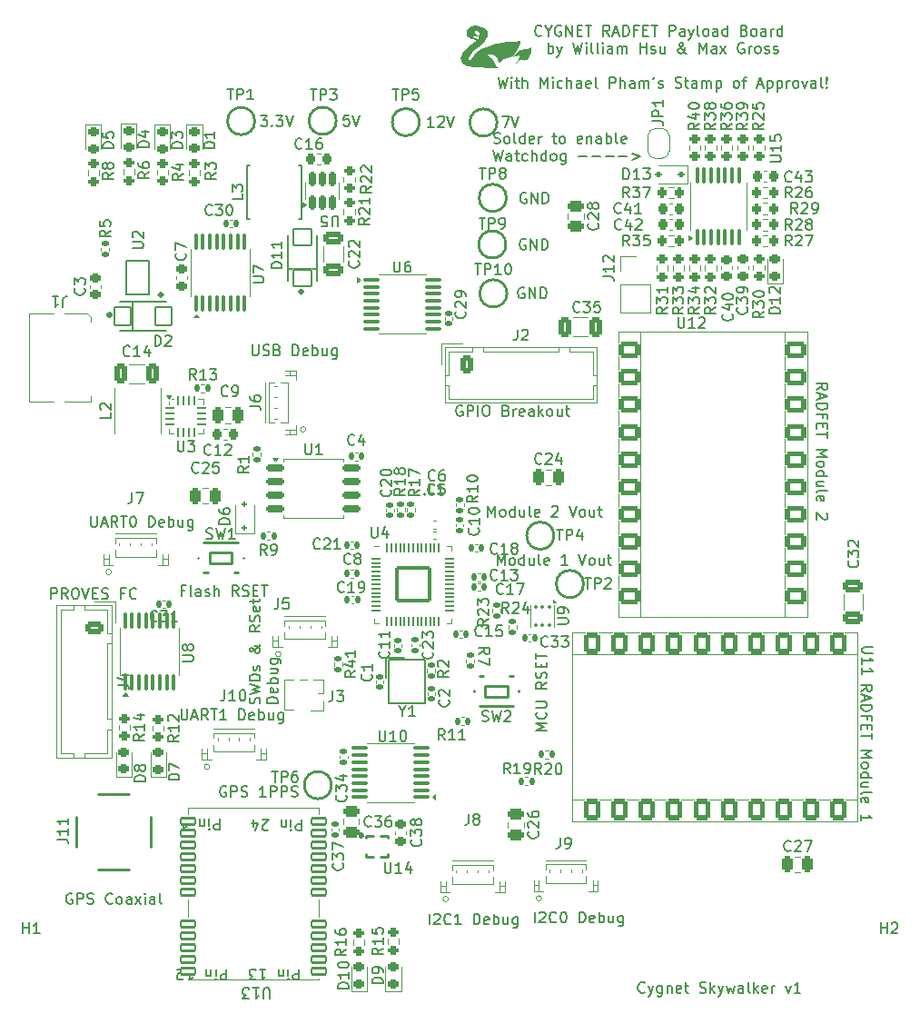
<source format=gbr>
%TF.GenerationSoftware,KiCad,Pcbnew,9.0.4*%
%TF.CreationDate,2025-10-16T15:09:17-07:00*%
%TF.ProjectId,Cygnet Skywalker v1,4379676e-6574-4205-936b-7977616c6b65,rev?*%
%TF.SameCoordinates,Original*%
%TF.FileFunction,Legend,Top*%
%TF.FilePolarity,Positive*%
%FSLAX46Y46*%
G04 Gerber Fmt 4.6, Leading zero omitted, Abs format (unit mm)*
G04 Created by KiCad (PCBNEW 9.0.4) date 2025-10-16 15:09:17*
%MOMM*%
%LPD*%
G01*
G04 APERTURE LIST*
G04 Aperture macros list*
%AMRoundRect*
0 Rectangle with rounded corners*
0 $1 Rounding radius*
0 $2 $3 $4 $5 $6 $7 $8 $9 X,Y pos of 4 corners*
0 Add a 4 corners polygon primitive as box body*
4,1,4,$2,$3,$4,$5,$6,$7,$8,$9,$2,$3,0*
0 Add four circle primitives for the rounded corners*
1,1,$1+$1,$2,$3*
1,1,$1+$1,$4,$5*
1,1,$1+$1,$6,$7*
1,1,$1+$1,$8,$9*
0 Add four rect primitives between the rounded corners*
20,1,$1+$1,$2,$3,$4,$5,0*
20,1,$1+$1,$4,$5,$6,$7,0*
20,1,$1+$1,$6,$7,$8,$9,0*
20,1,$1+$1,$8,$9,$2,$3,0*%
%AMFreePoly0*
4,1,18,-0.437500,0.050000,-0.433694,0.069134,-0.422855,0.085355,-0.406634,0.096194,-0.387500,0.100000,0.387500,0.100000,0.437500,0.050000,0.437500,-0.050000,0.433694,-0.069134,0.422855,-0.085355,0.406634,-0.096194,0.387500,-0.100000,-0.387500,-0.100000,-0.406634,-0.096194,-0.422855,-0.085355,-0.433694,-0.069134,-0.437500,-0.050000,-0.437500,0.050000,-0.437500,0.050000,$1*%
%AMFreePoly1*
4,1,18,-0.437500,0.050000,-0.433694,0.069134,-0.422855,0.085355,-0.406634,0.096194,-0.387500,0.100000,0.387500,0.100000,0.406634,0.096194,0.422855,0.085355,0.433694,0.069134,0.437500,0.050000,0.437500,-0.050000,0.387500,-0.100000,-0.387500,-0.100000,-0.406634,-0.096194,-0.422855,-0.085355,-0.433694,-0.069134,-0.437500,-0.050000,-0.437500,0.050000,-0.437500,0.050000,$1*%
%AMFreePoly2*
4,1,18,-0.100000,0.387500,-0.050000,0.437500,0.050000,0.437500,0.069134,0.433694,0.085355,0.422855,0.096194,0.406634,0.100000,0.387500,0.100000,-0.387500,0.096194,-0.406634,0.085355,-0.422855,0.069134,-0.433694,0.050000,-0.437500,-0.050000,-0.437500,-0.069134,-0.433694,-0.085355,-0.422855,-0.096194,-0.406634,-0.100000,-0.387500,-0.100000,0.387500,-0.100000,0.387500,$1*%
%AMFreePoly3*
4,1,18,-0.100000,0.387500,-0.096194,0.406634,-0.085355,0.422855,-0.069134,0.433694,-0.050000,0.437500,0.050000,0.437500,0.100000,0.387500,0.100000,-0.387500,0.096194,-0.406634,0.085355,-0.422855,0.069134,-0.433694,0.050000,-0.437500,-0.050000,-0.437500,-0.069134,-0.433694,-0.085355,-0.422855,-0.096194,-0.406634,-0.100000,-0.387500,-0.100000,0.387500,-0.100000,0.387500,$1*%
%AMFreePoly4*
4,1,18,-0.437500,0.050000,-0.433694,0.069134,-0.422855,0.085355,-0.406634,0.096194,-0.387500,0.100000,0.387500,0.100000,0.406634,0.096194,0.422855,0.085355,0.433694,0.069134,0.437500,0.050000,0.437500,-0.050000,0.433694,-0.069134,0.422855,-0.085355,0.406634,-0.096194,0.387500,-0.100000,-0.387500,-0.100000,-0.437500,-0.050000,-0.437500,0.050000,-0.437500,0.050000,$1*%
%AMFreePoly5*
4,1,18,-0.437500,0.050000,-0.387500,0.100000,0.387500,0.100000,0.406634,0.096194,0.422855,0.085355,0.433694,0.069134,0.437500,0.050000,0.437500,-0.050000,0.433694,-0.069134,0.422855,-0.085355,0.406634,-0.096194,0.387500,-0.100000,-0.387500,-0.100000,-0.406634,-0.096194,-0.422855,-0.085355,-0.433694,-0.069134,-0.437500,-0.050000,-0.437500,0.050000,-0.437500,0.050000,$1*%
%AMFreePoly6*
4,1,18,-0.100000,0.387500,-0.096194,0.406634,-0.085355,0.422855,-0.069134,0.433694,-0.050000,0.437500,0.050000,0.437500,0.069134,0.433694,0.085355,0.422855,0.096194,0.406634,0.100000,0.387500,0.100000,-0.387500,0.050000,-0.437500,-0.050000,-0.437500,-0.069134,-0.433694,-0.085355,-0.422855,-0.096194,-0.406634,-0.100000,-0.387500,-0.100000,0.387500,-0.100000,0.387500,$1*%
%AMFreePoly7*
4,1,18,-0.100000,0.387500,-0.096194,0.406634,-0.085355,0.422855,-0.069134,0.433694,-0.050000,0.437500,0.050000,0.437500,0.069134,0.433694,0.085355,0.422855,0.096194,0.406634,0.100000,0.387500,0.100000,-0.387500,0.096194,-0.406634,0.085355,-0.422855,0.069134,-0.433694,0.050000,-0.437500,-0.050000,-0.437500,-0.100000,-0.387500,-0.100000,0.387500,-0.100000,0.387500,$1*%
%AMFreePoly8*
4,1,23,0.500000,-0.750000,0.000000,-0.750000,0.000000,-0.745722,-0.065263,-0.745722,-0.191342,-0.711940,-0.304381,-0.646677,-0.396677,-0.554381,-0.461940,-0.441342,-0.495722,-0.315263,-0.495722,-0.250000,-0.500000,-0.250000,-0.500000,0.250000,-0.495722,0.250000,-0.495722,0.315263,-0.461940,0.441342,-0.396677,0.554381,-0.304381,0.646677,-0.191342,0.711940,-0.065263,0.745722,0.000000,0.745722,
0.000000,0.750000,0.500000,0.750000,0.500000,-0.750000,0.500000,-0.750000,$1*%
%AMFreePoly9*
4,1,23,0.000000,0.745722,0.065263,0.745722,0.191342,0.711940,0.304381,0.646677,0.396677,0.554381,0.461940,0.441342,0.495722,0.315263,0.495722,0.250000,0.500000,0.250000,0.500000,-0.250000,0.495722,-0.250000,0.495722,-0.315263,0.461940,-0.441342,0.396677,-0.554381,0.304381,-0.646677,0.191342,-0.711940,0.065263,-0.745722,0.000000,-0.745722,0.000000,-0.750000,-0.500000,-0.750000,
-0.500000,0.750000,0.000000,0.750000,0.000000,0.745722,0.000000,0.745722,$1*%
G04 Aperture macros list end*
%ADD10C,0.150000*%
%ADD11C,0.120000*%
%ADD12C,0.250000*%
%ADD13C,0.191421*%
%ADD14C,0.100000*%
%ADD15C,0.127000*%
%ADD16C,0.304800*%
%ADD17C,0.000000*%
%ADD18C,0.300000*%
%ADD19RoundRect,0.135000X0.185000X-0.135000X0.185000X0.135000X-0.185000X0.135000X-0.185000X-0.135000X0*%
%ADD20RoundRect,0.135000X-0.185000X0.135000X-0.185000X-0.135000X0.185000X-0.135000X0.185000X0.135000X0*%
%ADD21R,4.220000X2.120000*%
%ADD22RoundRect,0.225000X-0.250000X0.225000X-0.250000X-0.225000X0.250000X-0.225000X0.250000X0.225000X0*%
%ADD23RoundRect,0.225000X-0.225000X-0.250000X0.225000X-0.250000X0.225000X0.250000X-0.225000X0.250000X0*%
%ADD24RoundRect,0.140000X-0.170000X0.140000X-0.170000X-0.140000X0.170000X-0.140000X0.170000X0.140000X0*%
%ADD25C,1.900000*%
%ADD26RoundRect,0.135000X-0.135000X-0.185000X0.135000X-0.185000X0.135000X0.185000X-0.135000X0.185000X0*%
%ADD27RoundRect,0.218750X-0.256250X0.218750X-0.256250X-0.218750X0.256250X-0.218750X0.256250X0.218750X0*%
%ADD28RoundRect,0.225000X0.250000X-0.225000X0.250000X0.225000X-0.250000X0.225000X-0.250000X-0.225000X0*%
%ADD29R,1.000000X1.100000*%
%ADD30R,2.000000X0.700000*%
%ADD31RoundRect,0.200000X0.275000X-0.200000X0.275000X0.200000X-0.275000X0.200000X-0.275000X-0.200000X0*%
%ADD32RoundRect,0.200000X0.200000X0.275000X-0.200000X0.275000X-0.200000X-0.275000X0.200000X-0.275000X0*%
%ADD33RoundRect,0.140000X0.140000X0.170000X-0.140000X0.170000X-0.140000X-0.170000X0.140000X-0.170000X0*%
%ADD34R,0.700000X1.700000*%
%ADD35RoundRect,0.225000X0.225000X0.250000X-0.225000X0.250000X-0.225000X-0.250000X0.225000X-0.250000X0*%
%ADD36RoundRect,0.218750X0.256250X-0.218750X0.256250X0.218750X-0.256250X0.218750X-0.256250X-0.218750X0*%
%ADD37RoundRect,0.100000X0.100000X-0.637500X0.100000X0.637500X-0.100000X0.637500X-0.100000X-0.637500X0*%
%ADD38R,1.200000X1.800000*%
%ADD39R,0.600000X1.550000*%
%ADD40C,2.300000*%
%ADD41C,2.500000*%
%ADD42RoundRect,0.125000X0.125000X-0.125000X0.125000X0.125000X-0.125000X0.125000X-0.125000X-0.125000X0*%
%ADD43RoundRect,0.100000X-0.637500X-0.100000X0.637500X-0.100000X0.637500X0.100000X-0.637500X0.100000X0*%
%ADD44RoundRect,0.135000X0.135000X0.185000X-0.135000X0.185000X-0.135000X-0.185000X0.135000X-0.185000X0*%
%ADD45RoundRect,0.250000X-0.575000X0.350000X-0.575000X-0.350000X0.575000X-0.350000X0.575000X0.350000X0*%
%ADD46O,1.650000X1.200000*%
%ADD47RoundRect,0.250000X0.650000X-0.325000X0.650000X0.325000X-0.650000X0.325000X-0.650000X-0.325000X0*%
%ADD48R,1.700000X1.700000*%
%ADD49C,1.700000*%
%ADD50RoundRect,0.120750X0.680500X0.281750X-0.680500X0.281750X-0.680500X-0.281750X0.680500X-0.281750X0*%
%ADD51FreePoly0,0.000000*%
%ADD52RoundRect,0.050000X-0.387500X-0.050000X0.387500X-0.050000X0.387500X0.050000X-0.387500X0.050000X0*%
%ADD53FreePoly1,0.000000*%
%ADD54FreePoly2,0.000000*%
%ADD55RoundRect,0.050000X-0.050000X-0.387500X0.050000X-0.387500X0.050000X0.387500X-0.050000X0.387500X0*%
%ADD56FreePoly3,0.000000*%
%ADD57FreePoly4,0.000000*%
%ADD58FreePoly5,0.000000*%
%ADD59FreePoly6,0.000000*%
%ADD60FreePoly7,0.000000*%
%ADD61RoundRect,0.153000X1.547000X-1.547000X1.547000X1.547000X-1.547000X1.547000X-1.547000X-1.547000X0*%
%ADD62RoundRect,0.102000X0.835000X-0.777500X0.835000X0.777500X-0.835000X0.777500X-0.835000X-0.777500X0*%
%ADD63RoundRect,0.140000X-0.140000X-0.170000X0.140000X-0.170000X0.140000X0.170000X-0.140000X0.170000X0*%
%ADD64RoundRect,0.100000X0.637500X0.100000X-0.637500X0.100000X-0.637500X-0.100000X0.637500X-0.100000X0*%
%ADD65RoundRect,0.200000X-0.275000X0.200000X-0.275000X-0.200000X0.275000X-0.200000X0.275000X0.200000X0*%
%ADD66RoundRect,0.112500X0.187500X0.112500X-0.187500X0.112500X-0.187500X-0.112500X0.187500X-0.112500X0*%
%ADD67RoundRect,0.250000X-0.250000X-0.475000X0.250000X-0.475000X0.250000X0.475000X-0.250000X0.475000X0*%
%ADD68RoundRect,0.250000X-0.475000X0.250000X-0.475000X-0.250000X0.475000X-0.250000X0.475000X0.250000X0*%
%ADD69C,5.600000*%
%ADD70RoundRect,0.250000X0.475000X-0.250000X0.475000X0.250000X-0.475000X0.250000X-0.475000X-0.250000X0*%
%ADD71RoundRect,0.093750X-0.106250X0.093750X-0.106250X-0.093750X0.106250X-0.093750X0.106250X0.093750X0*%
%ADD72R,1.600000X1.000000*%
%ADD73R,3.400000X0.980000*%
%ADD74RoundRect,0.062500X-0.350000X-0.062500X0.350000X-0.062500X0.350000X0.062500X-0.350000X0.062500X0*%
%ADD75RoundRect,0.062500X-0.062500X-0.350000X0.062500X-0.350000X0.062500X0.350000X-0.062500X0.350000X0*%
%ADD76R,1.680000X1.680000*%
%ADD77R,1.200000X1.400000*%
%ADD78RoundRect,0.150000X0.150000X-0.512500X0.150000X0.512500X-0.150000X0.512500X-0.150000X-0.512500X0*%
%ADD79R,1.800000X1.200000*%
%ADD80R,1.550000X0.600000*%
%ADD81RoundRect,0.140000X0.170000X-0.140000X0.170000X0.140000X-0.170000X0.140000X-0.170000X-0.140000X0*%
%ADD82RoundRect,0.225000X-0.775000X-0.525000X0.775000X-0.525000X0.775000X0.525000X-0.775000X0.525000X0*%
%ADD83R,0.460000X0.610000*%
%ADD84R,0.460000X0.620000*%
%ADD85R,1.000000X1.000000*%
%ADD86C,1.000000*%
%ADD87RoundRect,0.250000X-0.350000X-0.575000X0.350000X-0.575000X0.350000X0.575000X-0.350000X0.575000X0*%
%ADD88O,1.200000X1.650000*%
%ADD89RoundRect,0.162500X-0.650000X-0.162500X0.650000X-0.162500X0.650000X0.162500X-0.650000X0.162500X0*%
%ADD90RoundRect,0.200000X-0.200000X-0.275000X0.200000X-0.275000X0.200000X0.275000X-0.200000X0.275000X0*%
%ADD91FreePoly8,90.000000*%
%ADD92FreePoly9,90.000000*%
%ADD93R,1.350000X0.400000*%
%ADD94O,1.550000X1.000000*%
%ADD95O,0.950000X1.250000*%
%ADD96O,1.690000X0.360000*%
%ADD97R,1.700000X2.100000*%
%ADD98RoundRect,0.225000X-0.525000X0.775000X-0.525000X-0.775000X0.525000X-0.775000X0.525000X0.775000X0*%
%ADD99RoundRect,0.250000X0.325000X0.650000X-0.325000X0.650000X-0.325000X-0.650000X0.325000X-0.650000X0*%
%ADD100RoundRect,0.102000X-0.777500X-0.835000X0.777500X-0.835000X0.777500X0.835000X-0.777500X0.835000X0*%
%ADD101R,0.450000X0.250000*%
%ADD102R,0.700000X0.250000*%
%ADD103R,0.250000X0.580000*%
G04 APERTURE END LIST*
D10*
X205652256Y-132100839D02*
X205699875Y-131957982D01*
X205699875Y-131957982D02*
X205699875Y-131719887D01*
X205699875Y-131719887D02*
X205652256Y-131624649D01*
X205652256Y-131624649D02*
X205604636Y-131577030D01*
X205604636Y-131577030D02*
X205509398Y-131529411D01*
X205509398Y-131529411D02*
X205414160Y-131529411D01*
X205414160Y-131529411D02*
X205318922Y-131577030D01*
X205318922Y-131577030D02*
X205271303Y-131624649D01*
X205271303Y-131624649D02*
X205223684Y-131719887D01*
X205223684Y-131719887D02*
X205176065Y-131910363D01*
X205176065Y-131910363D02*
X205128446Y-132005601D01*
X205128446Y-132005601D02*
X205080827Y-132053220D01*
X205080827Y-132053220D02*
X204985589Y-132100839D01*
X204985589Y-132100839D02*
X204890351Y-132100839D01*
X204890351Y-132100839D02*
X204795113Y-132053220D01*
X204795113Y-132053220D02*
X204747494Y-132005601D01*
X204747494Y-132005601D02*
X204699875Y-131910363D01*
X204699875Y-131910363D02*
X204699875Y-131672268D01*
X204699875Y-131672268D02*
X204747494Y-131529411D01*
X204699875Y-131196077D02*
X205699875Y-130957982D01*
X205699875Y-130957982D02*
X204985589Y-130767506D01*
X204985589Y-130767506D02*
X205699875Y-130577030D01*
X205699875Y-130577030D02*
X204699875Y-130338935D01*
X205699875Y-129957982D02*
X204699875Y-129957982D01*
X204699875Y-129957982D02*
X204699875Y-129719887D01*
X204699875Y-129719887D02*
X204747494Y-129577030D01*
X204747494Y-129577030D02*
X204842732Y-129481792D01*
X204842732Y-129481792D02*
X204937970Y-129434173D01*
X204937970Y-129434173D02*
X205128446Y-129386554D01*
X205128446Y-129386554D02*
X205271303Y-129386554D01*
X205271303Y-129386554D02*
X205461779Y-129434173D01*
X205461779Y-129434173D02*
X205557017Y-129481792D01*
X205557017Y-129481792D02*
X205652256Y-129577030D01*
X205652256Y-129577030D02*
X205699875Y-129719887D01*
X205699875Y-129719887D02*
X205699875Y-129957982D01*
X205652256Y-129005601D02*
X205699875Y-128910363D01*
X205699875Y-128910363D02*
X205699875Y-128719887D01*
X205699875Y-128719887D02*
X205652256Y-128624649D01*
X205652256Y-128624649D02*
X205557017Y-128577030D01*
X205557017Y-128577030D02*
X205509398Y-128577030D01*
X205509398Y-128577030D02*
X205414160Y-128624649D01*
X205414160Y-128624649D02*
X205366541Y-128719887D01*
X205366541Y-128719887D02*
X205366541Y-128862744D01*
X205366541Y-128862744D02*
X205318922Y-128957982D01*
X205318922Y-128957982D02*
X205223684Y-129005601D01*
X205223684Y-129005601D02*
X205176065Y-129005601D01*
X205176065Y-129005601D02*
X205080827Y-128957982D01*
X205080827Y-128957982D02*
X205033208Y-128862744D01*
X205033208Y-128862744D02*
X205033208Y-128719887D01*
X205033208Y-128719887D02*
X205080827Y-128624649D01*
X205699875Y-126577029D02*
X205699875Y-126624649D01*
X205699875Y-126624649D02*
X205652256Y-126719887D01*
X205652256Y-126719887D02*
X205509398Y-126862744D01*
X205509398Y-126862744D02*
X205223684Y-127100839D01*
X205223684Y-127100839D02*
X205080827Y-127196077D01*
X205080827Y-127196077D02*
X204937970Y-127243696D01*
X204937970Y-127243696D02*
X204842732Y-127243696D01*
X204842732Y-127243696D02*
X204747494Y-127196077D01*
X204747494Y-127196077D02*
X204699875Y-127100839D01*
X204699875Y-127100839D02*
X204699875Y-127053220D01*
X204699875Y-127053220D02*
X204747494Y-126957982D01*
X204747494Y-126957982D02*
X204842732Y-126910363D01*
X204842732Y-126910363D02*
X204890351Y-126910363D01*
X204890351Y-126910363D02*
X204985589Y-126957982D01*
X204985589Y-126957982D02*
X205033208Y-127005601D01*
X205033208Y-127005601D02*
X205223684Y-127291315D01*
X205223684Y-127291315D02*
X205271303Y-127338934D01*
X205271303Y-127338934D02*
X205366541Y-127386553D01*
X205366541Y-127386553D02*
X205509398Y-127386553D01*
X205509398Y-127386553D02*
X205604636Y-127338934D01*
X205604636Y-127338934D02*
X205652256Y-127291315D01*
X205652256Y-127291315D02*
X205699875Y-127196077D01*
X205699875Y-127196077D02*
X205699875Y-127053220D01*
X205699875Y-127053220D02*
X205652256Y-126957982D01*
X205652256Y-126957982D02*
X205604636Y-126910363D01*
X205604636Y-126910363D02*
X205414160Y-126767506D01*
X205414160Y-126767506D02*
X205271303Y-126719887D01*
X205271303Y-126719887D02*
X205176065Y-126719887D01*
X205699875Y-124815125D02*
X205223684Y-125148458D01*
X205699875Y-125386553D02*
X204699875Y-125386553D01*
X204699875Y-125386553D02*
X204699875Y-125005601D01*
X204699875Y-125005601D02*
X204747494Y-124910363D01*
X204747494Y-124910363D02*
X204795113Y-124862744D01*
X204795113Y-124862744D02*
X204890351Y-124815125D01*
X204890351Y-124815125D02*
X205033208Y-124815125D01*
X205033208Y-124815125D02*
X205128446Y-124862744D01*
X205128446Y-124862744D02*
X205176065Y-124910363D01*
X205176065Y-124910363D02*
X205223684Y-125005601D01*
X205223684Y-125005601D02*
X205223684Y-125386553D01*
X205652256Y-124434172D02*
X205699875Y-124291315D01*
X205699875Y-124291315D02*
X205699875Y-124053220D01*
X205699875Y-124053220D02*
X205652256Y-123957982D01*
X205652256Y-123957982D02*
X205604636Y-123910363D01*
X205604636Y-123910363D02*
X205509398Y-123862744D01*
X205509398Y-123862744D02*
X205414160Y-123862744D01*
X205414160Y-123862744D02*
X205318922Y-123910363D01*
X205318922Y-123910363D02*
X205271303Y-123957982D01*
X205271303Y-123957982D02*
X205223684Y-124053220D01*
X205223684Y-124053220D02*
X205176065Y-124243696D01*
X205176065Y-124243696D02*
X205128446Y-124338934D01*
X205128446Y-124338934D02*
X205080827Y-124386553D01*
X205080827Y-124386553D02*
X204985589Y-124434172D01*
X204985589Y-124434172D02*
X204890351Y-124434172D01*
X204890351Y-124434172D02*
X204795113Y-124386553D01*
X204795113Y-124386553D02*
X204747494Y-124338934D01*
X204747494Y-124338934D02*
X204699875Y-124243696D01*
X204699875Y-124243696D02*
X204699875Y-124005601D01*
X204699875Y-124005601D02*
X204747494Y-123862744D01*
X205652256Y-123053220D02*
X205699875Y-123148458D01*
X205699875Y-123148458D02*
X205699875Y-123338934D01*
X205699875Y-123338934D02*
X205652256Y-123434172D01*
X205652256Y-123434172D02*
X205557017Y-123481791D01*
X205557017Y-123481791D02*
X205176065Y-123481791D01*
X205176065Y-123481791D02*
X205080827Y-123434172D01*
X205080827Y-123434172D02*
X205033208Y-123338934D01*
X205033208Y-123338934D02*
X205033208Y-123148458D01*
X205033208Y-123148458D02*
X205080827Y-123053220D01*
X205080827Y-123053220D02*
X205176065Y-123005601D01*
X205176065Y-123005601D02*
X205271303Y-123005601D01*
X205271303Y-123005601D02*
X205366541Y-123481791D01*
X205033208Y-122719886D02*
X205033208Y-122338934D01*
X204699875Y-122577029D02*
X205557017Y-122577029D01*
X205557017Y-122577029D02*
X205652256Y-122529410D01*
X205652256Y-122529410D02*
X205699875Y-122434172D01*
X205699875Y-122434172D02*
X205699875Y-122338934D01*
X207309819Y-132053220D02*
X206309819Y-132053220D01*
X206309819Y-132053220D02*
X206309819Y-131815125D01*
X206309819Y-131815125D02*
X206357438Y-131672268D01*
X206357438Y-131672268D02*
X206452676Y-131577030D01*
X206452676Y-131577030D02*
X206547914Y-131529411D01*
X206547914Y-131529411D02*
X206738390Y-131481792D01*
X206738390Y-131481792D02*
X206881247Y-131481792D01*
X206881247Y-131481792D02*
X207071723Y-131529411D01*
X207071723Y-131529411D02*
X207166961Y-131577030D01*
X207166961Y-131577030D02*
X207262200Y-131672268D01*
X207262200Y-131672268D02*
X207309819Y-131815125D01*
X207309819Y-131815125D02*
X207309819Y-132053220D01*
X207262200Y-130672268D02*
X207309819Y-130767506D01*
X207309819Y-130767506D02*
X207309819Y-130957982D01*
X207309819Y-130957982D02*
X207262200Y-131053220D01*
X207262200Y-131053220D02*
X207166961Y-131100839D01*
X207166961Y-131100839D02*
X206786009Y-131100839D01*
X206786009Y-131100839D02*
X206690771Y-131053220D01*
X206690771Y-131053220D02*
X206643152Y-130957982D01*
X206643152Y-130957982D02*
X206643152Y-130767506D01*
X206643152Y-130767506D02*
X206690771Y-130672268D01*
X206690771Y-130672268D02*
X206786009Y-130624649D01*
X206786009Y-130624649D02*
X206881247Y-130624649D01*
X206881247Y-130624649D02*
X206976485Y-131100839D01*
X207309819Y-130196077D02*
X206309819Y-130196077D01*
X206690771Y-130196077D02*
X206643152Y-130100839D01*
X206643152Y-130100839D02*
X206643152Y-129910363D01*
X206643152Y-129910363D02*
X206690771Y-129815125D01*
X206690771Y-129815125D02*
X206738390Y-129767506D01*
X206738390Y-129767506D02*
X206833628Y-129719887D01*
X206833628Y-129719887D02*
X207119342Y-129719887D01*
X207119342Y-129719887D02*
X207214580Y-129767506D01*
X207214580Y-129767506D02*
X207262200Y-129815125D01*
X207262200Y-129815125D02*
X207309819Y-129910363D01*
X207309819Y-129910363D02*
X207309819Y-130100839D01*
X207309819Y-130100839D02*
X207262200Y-130196077D01*
X206643152Y-128862744D02*
X207309819Y-128862744D01*
X206643152Y-129291315D02*
X207166961Y-129291315D01*
X207166961Y-129291315D02*
X207262200Y-129243696D01*
X207262200Y-129243696D02*
X207309819Y-129148458D01*
X207309819Y-129148458D02*
X207309819Y-129005601D01*
X207309819Y-129005601D02*
X207262200Y-128910363D01*
X207262200Y-128910363D02*
X207214580Y-128862744D01*
X206643152Y-127957982D02*
X207452676Y-127957982D01*
X207452676Y-127957982D02*
X207547914Y-128005601D01*
X207547914Y-128005601D02*
X207595533Y-128053220D01*
X207595533Y-128053220D02*
X207643152Y-128148458D01*
X207643152Y-128148458D02*
X207643152Y-128291315D01*
X207643152Y-128291315D02*
X207595533Y-128386553D01*
X207262200Y-127957982D02*
X207309819Y-128053220D01*
X207309819Y-128053220D02*
X207309819Y-128243696D01*
X207309819Y-128243696D02*
X207262200Y-128338934D01*
X207262200Y-128338934D02*
X207214580Y-128386553D01*
X207214580Y-128386553D02*
X207119342Y-128434172D01*
X207119342Y-128434172D02*
X206833628Y-128434172D01*
X206833628Y-128434172D02*
X206738390Y-128386553D01*
X206738390Y-128386553D02*
X206690771Y-128338934D01*
X206690771Y-128338934D02*
X206643152Y-128243696D01*
X206643152Y-128243696D02*
X206643152Y-128053220D01*
X206643152Y-128053220D02*
X206690771Y-127957982D01*
X227499160Y-79862256D02*
X227642017Y-79909875D01*
X227642017Y-79909875D02*
X227880112Y-79909875D01*
X227880112Y-79909875D02*
X227975350Y-79862256D01*
X227975350Y-79862256D02*
X228022969Y-79814636D01*
X228022969Y-79814636D02*
X228070588Y-79719398D01*
X228070588Y-79719398D02*
X228070588Y-79624160D01*
X228070588Y-79624160D02*
X228022969Y-79528922D01*
X228022969Y-79528922D02*
X227975350Y-79481303D01*
X227975350Y-79481303D02*
X227880112Y-79433684D01*
X227880112Y-79433684D02*
X227689636Y-79386065D01*
X227689636Y-79386065D02*
X227594398Y-79338446D01*
X227594398Y-79338446D02*
X227546779Y-79290827D01*
X227546779Y-79290827D02*
X227499160Y-79195589D01*
X227499160Y-79195589D02*
X227499160Y-79100351D01*
X227499160Y-79100351D02*
X227546779Y-79005113D01*
X227546779Y-79005113D02*
X227594398Y-78957494D01*
X227594398Y-78957494D02*
X227689636Y-78909875D01*
X227689636Y-78909875D02*
X227927731Y-78909875D01*
X227927731Y-78909875D02*
X228070588Y-78957494D01*
X228642017Y-79909875D02*
X228546779Y-79862256D01*
X228546779Y-79862256D02*
X228499160Y-79814636D01*
X228499160Y-79814636D02*
X228451541Y-79719398D01*
X228451541Y-79719398D02*
X228451541Y-79433684D01*
X228451541Y-79433684D02*
X228499160Y-79338446D01*
X228499160Y-79338446D02*
X228546779Y-79290827D01*
X228546779Y-79290827D02*
X228642017Y-79243208D01*
X228642017Y-79243208D02*
X228784874Y-79243208D01*
X228784874Y-79243208D02*
X228880112Y-79290827D01*
X228880112Y-79290827D02*
X228927731Y-79338446D01*
X228927731Y-79338446D02*
X228975350Y-79433684D01*
X228975350Y-79433684D02*
X228975350Y-79719398D01*
X228975350Y-79719398D02*
X228927731Y-79814636D01*
X228927731Y-79814636D02*
X228880112Y-79862256D01*
X228880112Y-79862256D02*
X228784874Y-79909875D01*
X228784874Y-79909875D02*
X228642017Y-79909875D01*
X229546779Y-79909875D02*
X229451541Y-79862256D01*
X229451541Y-79862256D02*
X229403922Y-79767017D01*
X229403922Y-79767017D02*
X229403922Y-78909875D01*
X230356303Y-79909875D02*
X230356303Y-78909875D01*
X230356303Y-79862256D02*
X230261065Y-79909875D01*
X230261065Y-79909875D02*
X230070589Y-79909875D01*
X230070589Y-79909875D02*
X229975351Y-79862256D01*
X229975351Y-79862256D02*
X229927732Y-79814636D01*
X229927732Y-79814636D02*
X229880113Y-79719398D01*
X229880113Y-79719398D02*
X229880113Y-79433684D01*
X229880113Y-79433684D02*
X229927732Y-79338446D01*
X229927732Y-79338446D02*
X229975351Y-79290827D01*
X229975351Y-79290827D02*
X230070589Y-79243208D01*
X230070589Y-79243208D02*
X230261065Y-79243208D01*
X230261065Y-79243208D02*
X230356303Y-79290827D01*
X231213446Y-79862256D02*
X231118208Y-79909875D01*
X231118208Y-79909875D02*
X230927732Y-79909875D01*
X230927732Y-79909875D02*
X230832494Y-79862256D01*
X230832494Y-79862256D02*
X230784875Y-79767017D01*
X230784875Y-79767017D02*
X230784875Y-79386065D01*
X230784875Y-79386065D02*
X230832494Y-79290827D01*
X230832494Y-79290827D02*
X230927732Y-79243208D01*
X230927732Y-79243208D02*
X231118208Y-79243208D01*
X231118208Y-79243208D02*
X231213446Y-79290827D01*
X231213446Y-79290827D02*
X231261065Y-79386065D01*
X231261065Y-79386065D02*
X231261065Y-79481303D01*
X231261065Y-79481303D02*
X230784875Y-79576541D01*
X231689637Y-79909875D02*
X231689637Y-79243208D01*
X231689637Y-79433684D02*
X231737256Y-79338446D01*
X231737256Y-79338446D02*
X231784875Y-79290827D01*
X231784875Y-79290827D02*
X231880113Y-79243208D01*
X231880113Y-79243208D02*
X231975351Y-79243208D01*
X232927733Y-79243208D02*
X233308685Y-79243208D01*
X233070590Y-78909875D02*
X233070590Y-79767017D01*
X233070590Y-79767017D02*
X233118209Y-79862256D01*
X233118209Y-79862256D02*
X233213447Y-79909875D01*
X233213447Y-79909875D02*
X233308685Y-79909875D01*
X233784876Y-79909875D02*
X233689638Y-79862256D01*
X233689638Y-79862256D02*
X233642019Y-79814636D01*
X233642019Y-79814636D02*
X233594400Y-79719398D01*
X233594400Y-79719398D02*
X233594400Y-79433684D01*
X233594400Y-79433684D02*
X233642019Y-79338446D01*
X233642019Y-79338446D02*
X233689638Y-79290827D01*
X233689638Y-79290827D02*
X233784876Y-79243208D01*
X233784876Y-79243208D02*
X233927733Y-79243208D01*
X233927733Y-79243208D02*
X234022971Y-79290827D01*
X234022971Y-79290827D02*
X234070590Y-79338446D01*
X234070590Y-79338446D02*
X234118209Y-79433684D01*
X234118209Y-79433684D02*
X234118209Y-79719398D01*
X234118209Y-79719398D02*
X234070590Y-79814636D01*
X234070590Y-79814636D02*
X234022971Y-79862256D01*
X234022971Y-79862256D02*
X233927733Y-79909875D01*
X233927733Y-79909875D02*
X233784876Y-79909875D01*
X235689638Y-79862256D02*
X235594400Y-79909875D01*
X235594400Y-79909875D02*
X235403924Y-79909875D01*
X235403924Y-79909875D02*
X235308686Y-79862256D01*
X235308686Y-79862256D02*
X235261067Y-79767017D01*
X235261067Y-79767017D02*
X235261067Y-79386065D01*
X235261067Y-79386065D02*
X235308686Y-79290827D01*
X235308686Y-79290827D02*
X235403924Y-79243208D01*
X235403924Y-79243208D02*
X235594400Y-79243208D01*
X235594400Y-79243208D02*
X235689638Y-79290827D01*
X235689638Y-79290827D02*
X235737257Y-79386065D01*
X235737257Y-79386065D02*
X235737257Y-79481303D01*
X235737257Y-79481303D02*
X235261067Y-79576541D01*
X236165829Y-79243208D02*
X236165829Y-79909875D01*
X236165829Y-79338446D02*
X236213448Y-79290827D01*
X236213448Y-79290827D02*
X236308686Y-79243208D01*
X236308686Y-79243208D02*
X236451543Y-79243208D01*
X236451543Y-79243208D02*
X236546781Y-79290827D01*
X236546781Y-79290827D02*
X236594400Y-79386065D01*
X236594400Y-79386065D02*
X236594400Y-79909875D01*
X237499162Y-79909875D02*
X237499162Y-79386065D01*
X237499162Y-79386065D02*
X237451543Y-79290827D01*
X237451543Y-79290827D02*
X237356305Y-79243208D01*
X237356305Y-79243208D02*
X237165829Y-79243208D01*
X237165829Y-79243208D02*
X237070591Y-79290827D01*
X237499162Y-79862256D02*
X237403924Y-79909875D01*
X237403924Y-79909875D02*
X237165829Y-79909875D01*
X237165829Y-79909875D02*
X237070591Y-79862256D01*
X237070591Y-79862256D02*
X237022972Y-79767017D01*
X237022972Y-79767017D02*
X237022972Y-79671779D01*
X237022972Y-79671779D02*
X237070591Y-79576541D01*
X237070591Y-79576541D02*
X237165829Y-79528922D01*
X237165829Y-79528922D02*
X237403924Y-79528922D01*
X237403924Y-79528922D02*
X237499162Y-79481303D01*
X237975353Y-79909875D02*
X237975353Y-78909875D01*
X237975353Y-79290827D02*
X238070591Y-79243208D01*
X238070591Y-79243208D02*
X238261067Y-79243208D01*
X238261067Y-79243208D02*
X238356305Y-79290827D01*
X238356305Y-79290827D02*
X238403924Y-79338446D01*
X238403924Y-79338446D02*
X238451543Y-79433684D01*
X238451543Y-79433684D02*
X238451543Y-79719398D01*
X238451543Y-79719398D02*
X238403924Y-79814636D01*
X238403924Y-79814636D02*
X238356305Y-79862256D01*
X238356305Y-79862256D02*
X238261067Y-79909875D01*
X238261067Y-79909875D02*
X238070591Y-79909875D01*
X238070591Y-79909875D02*
X237975353Y-79862256D01*
X239022972Y-79909875D02*
X238927734Y-79862256D01*
X238927734Y-79862256D02*
X238880115Y-79767017D01*
X238880115Y-79767017D02*
X238880115Y-78909875D01*
X239784877Y-79862256D02*
X239689639Y-79909875D01*
X239689639Y-79909875D02*
X239499163Y-79909875D01*
X239499163Y-79909875D02*
X239403925Y-79862256D01*
X239403925Y-79862256D02*
X239356306Y-79767017D01*
X239356306Y-79767017D02*
X239356306Y-79386065D01*
X239356306Y-79386065D02*
X239403925Y-79290827D01*
X239403925Y-79290827D02*
X239499163Y-79243208D01*
X239499163Y-79243208D02*
X239689639Y-79243208D01*
X239689639Y-79243208D02*
X239784877Y-79290827D01*
X239784877Y-79290827D02*
X239832496Y-79386065D01*
X239832496Y-79386065D02*
X239832496Y-79481303D01*
X239832496Y-79481303D02*
X239356306Y-79576541D01*
X227451541Y-80519819D02*
X227689636Y-81519819D01*
X227689636Y-81519819D02*
X227880112Y-80805533D01*
X227880112Y-80805533D02*
X228070588Y-81519819D01*
X228070588Y-81519819D02*
X228308684Y-80519819D01*
X229118207Y-81519819D02*
X229118207Y-80996009D01*
X229118207Y-80996009D02*
X229070588Y-80900771D01*
X229070588Y-80900771D02*
X228975350Y-80853152D01*
X228975350Y-80853152D02*
X228784874Y-80853152D01*
X228784874Y-80853152D02*
X228689636Y-80900771D01*
X229118207Y-81472200D02*
X229022969Y-81519819D01*
X229022969Y-81519819D02*
X228784874Y-81519819D01*
X228784874Y-81519819D02*
X228689636Y-81472200D01*
X228689636Y-81472200D02*
X228642017Y-81376961D01*
X228642017Y-81376961D02*
X228642017Y-81281723D01*
X228642017Y-81281723D02*
X228689636Y-81186485D01*
X228689636Y-81186485D02*
X228784874Y-81138866D01*
X228784874Y-81138866D02*
X229022969Y-81138866D01*
X229022969Y-81138866D02*
X229118207Y-81091247D01*
X229451541Y-80853152D02*
X229832493Y-80853152D01*
X229594398Y-80519819D02*
X229594398Y-81376961D01*
X229594398Y-81376961D02*
X229642017Y-81472200D01*
X229642017Y-81472200D02*
X229737255Y-81519819D01*
X229737255Y-81519819D02*
X229832493Y-81519819D01*
X230594398Y-81472200D02*
X230499160Y-81519819D01*
X230499160Y-81519819D02*
X230308684Y-81519819D01*
X230308684Y-81519819D02*
X230213446Y-81472200D01*
X230213446Y-81472200D02*
X230165827Y-81424580D01*
X230165827Y-81424580D02*
X230118208Y-81329342D01*
X230118208Y-81329342D02*
X230118208Y-81043628D01*
X230118208Y-81043628D02*
X230165827Y-80948390D01*
X230165827Y-80948390D02*
X230213446Y-80900771D01*
X230213446Y-80900771D02*
X230308684Y-80853152D01*
X230308684Y-80853152D02*
X230499160Y-80853152D01*
X230499160Y-80853152D02*
X230594398Y-80900771D01*
X231022970Y-81519819D02*
X231022970Y-80519819D01*
X231451541Y-81519819D02*
X231451541Y-80996009D01*
X231451541Y-80996009D02*
X231403922Y-80900771D01*
X231403922Y-80900771D02*
X231308684Y-80853152D01*
X231308684Y-80853152D02*
X231165827Y-80853152D01*
X231165827Y-80853152D02*
X231070589Y-80900771D01*
X231070589Y-80900771D02*
X231022970Y-80948390D01*
X232356303Y-81519819D02*
X232356303Y-80519819D01*
X232356303Y-81472200D02*
X232261065Y-81519819D01*
X232261065Y-81519819D02*
X232070589Y-81519819D01*
X232070589Y-81519819D02*
X231975351Y-81472200D01*
X231975351Y-81472200D02*
X231927732Y-81424580D01*
X231927732Y-81424580D02*
X231880113Y-81329342D01*
X231880113Y-81329342D02*
X231880113Y-81043628D01*
X231880113Y-81043628D02*
X231927732Y-80948390D01*
X231927732Y-80948390D02*
X231975351Y-80900771D01*
X231975351Y-80900771D02*
X232070589Y-80853152D01*
X232070589Y-80853152D02*
X232261065Y-80853152D01*
X232261065Y-80853152D02*
X232356303Y-80900771D01*
X232975351Y-81519819D02*
X232880113Y-81472200D01*
X232880113Y-81472200D02*
X232832494Y-81424580D01*
X232832494Y-81424580D02*
X232784875Y-81329342D01*
X232784875Y-81329342D02*
X232784875Y-81043628D01*
X232784875Y-81043628D02*
X232832494Y-80948390D01*
X232832494Y-80948390D02*
X232880113Y-80900771D01*
X232880113Y-80900771D02*
X232975351Y-80853152D01*
X232975351Y-80853152D02*
X233118208Y-80853152D01*
X233118208Y-80853152D02*
X233213446Y-80900771D01*
X233213446Y-80900771D02*
X233261065Y-80948390D01*
X233261065Y-80948390D02*
X233308684Y-81043628D01*
X233308684Y-81043628D02*
X233308684Y-81329342D01*
X233308684Y-81329342D02*
X233261065Y-81424580D01*
X233261065Y-81424580D02*
X233213446Y-81472200D01*
X233213446Y-81472200D02*
X233118208Y-81519819D01*
X233118208Y-81519819D02*
X232975351Y-81519819D01*
X234165827Y-80853152D02*
X234165827Y-81662676D01*
X234165827Y-81662676D02*
X234118208Y-81757914D01*
X234118208Y-81757914D02*
X234070589Y-81805533D01*
X234070589Y-81805533D02*
X233975351Y-81853152D01*
X233975351Y-81853152D02*
X233832494Y-81853152D01*
X233832494Y-81853152D02*
X233737256Y-81805533D01*
X234165827Y-81472200D02*
X234070589Y-81519819D01*
X234070589Y-81519819D02*
X233880113Y-81519819D01*
X233880113Y-81519819D02*
X233784875Y-81472200D01*
X233784875Y-81472200D02*
X233737256Y-81424580D01*
X233737256Y-81424580D02*
X233689637Y-81329342D01*
X233689637Y-81329342D02*
X233689637Y-81043628D01*
X233689637Y-81043628D02*
X233737256Y-80948390D01*
X233737256Y-80948390D02*
X233784875Y-80900771D01*
X233784875Y-80900771D02*
X233880113Y-80853152D01*
X233880113Y-80853152D02*
X234070589Y-80853152D01*
X234070589Y-80853152D02*
X234165827Y-80900771D01*
X235403923Y-81138866D02*
X236165828Y-81138866D01*
X236642018Y-81138866D02*
X237403923Y-81138866D01*
X237880113Y-81138866D02*
X238642018Y-81138866D01*
X239118208Y-81138866D02*
X239880113Y-81138866D01*
X240356303Y-80853152D02*
X241118208Y-81138866D01*
X241118208Y-81138866D02*
X240356303Y-81424580D01*
X205751541Y-77299819D02*
X206370588Y-77299819D01*
X206370588Y-77299819D02*
X206037255Y-77680771D01*
X206037255Y-77680771D02*
X206180112Y-77680771D01*
X206180112Y-77680771D02*
X206275350Y-77728390D01*
X206275350Y-77728390D02*
X206322969Y-77776009D01*
X206322969Y-77776009D02*
X206370588Y-77871247D01*
X206370588Y-77871247D02*
X206370588Y-78109342D01*
X206370588Y-78109342D02*
X206322969Y-78204580D01*
X206322969Y-78204580D02*
X206275350Y-78252200D01*
X206275350Y-78252200D02*
X206180112Y-78299819D01*
X206180112Y-78299819D02*
X205894398Y-78299819D01*
X205894398Y-78299819D02*
X205799160Y-78252200D01*
X205799160Y-78252200D02*
X205751541Y-78204580D01*
X206799160Y-78204580D02*
X206846779Y-78252200D01*
X206846779Y-78252200D02*
X206799160Y-78299819D01*
X206799160Y-78299819D02*
X206751541Y-78252200D01*
X206751541Y-78252200D02*
X206799160Y-78204580D01*
X206799160Y-78204580D02*
X206799160Y-78299819D01*
X207180112Y-77299819D02*
X207799159Y-77299819D01*
X207799159Y-77299819D02*
X207465826Y-77680771D01*
X207465826Y-77680771D02*
X207608683Y-77680771D01*
X207608683Y-77680771D02*
X207703921Y-77728390D01*
X207703921Y-77728390D02*
X207751540Y-77776009D01*
X207751540Y-77776009D02*
X207799159Y-77871247D01*
X207799159Y-77871247D02*
X207799159Y-78109342D01*
X207799159Y-78109342D02*
X207751540Y-78204580D01*
X207751540Y-78204580D02*
X207703921Y-78252200D01*
X207703921Y-78252200D02*
X207608683Y-78299819D01*
X207608683Y-78299819D02*
X207322969Y-78299819D01*
X207322969Y-78299819D02*
X207227731Y-78252200D01*
X207227731Y-78252200D02*
X207180112Y-78204580D01*
X208084874Y-77299819D02*
X208418207Y-78299819D01*
X208418207Y-78299819D02*
X208751540Y-77299819D01*
X198346779Y-132619819D02*
X198346779Y-133429342D01*
X198346779Y-133429342D02*
X198394398Y-133524580D01*
X198394398Y-133524580D02*
X198442017Y-133572200D01*
X198442017Y-133572200D02*
X198537255Y-133619819D01*
X198537255Y-133619819D02*
X198727731Y-133619819D01*
X198727731Y-133619819D02*
X198822969Y-133572200D01*
X198822969Y-133572200D02*
X198870588Y-133524580D01*
X198870588Y-133524580D02*
X198918207Y-133429342D01*
X198918207Y-133429342D02*
X198918207Y-132619819D01*
X199346779Y-133334104D02*
X199822969Y-133334104D01*
X199251541Y-133619819D02*
X199584874Y-132619819D01*
X199584874Y-132619819D02*
X199918207Y-133619819D01*
X200822969Y-133619819D02*
X200489636Y-133143628D01*
X200251541Y-133619819D02*
X200251541Y-132619819D01*
X200251541Y-132619819D02*
X200632493Y-132619819D01*
X200632493Y-132619819D02*
X200727731Y-132667438D01*
X200727731Y-132667438D02*
X200775350Y-132715057D01*
X200775350Y-132715057D02*
X200822969Y-132810295D01*
X200822969Y-132810295D02*
X200822969Y-132953152D01*
X200822969Y-132953152D02*
X200775350Y-133048390D01*
X200775350Y-133048390D02*
X200727731Y-133096009D01*
X200727731Y-133096009D02*
X200632493Y-133143628D01*
X200632493Y-133143628D02*
X200251541Y-133143628D01*
X201108684Y-132619819D02*
X201680112Y-132619819D01*
X201394398Y-133619819D02*
X201394398Y-132619819D01*
X202537255Y-133619819D02*
X201965827Y-133619819D01*
X202251541Y-133619819D02*
X202251541Y-132619819D01*
X202251541Y-132619819D02*
X202156303Y-132762676D01*
X202156303Y-132762676D02*
X202061065Y-132857914D01*
X202061065Y-132857914D02*
X201965827Y-132905533D01*
X203727732Y-133619819D02*
X203727732Y-132619819D01*
X203727732Y-132619819D02*
X203965827Y-132619819D01*
X203965827Y-132619819D02*
X204108684Y-132667438D01*
X204108684Y-132667438D02*
X204203922Y-132762676D01*
X204203922Y-132762676D02*
X204251541Y-132857914D01*
X204251541Y-132857914D02*
X204299160Y-133048390D01*
X204299160Y-133048390D02*
X204299160Y-133191247D01*
X204299160Y-133191247D02*
X204251541Y-133381723D01*
X204251541Y-133381723D02*
X204203922Y-133476961D01*
X204203922Y-133476961D02*
X204108684Y-133572200D01*
X204108684Y-133572200D02*
X203965827Y-133619819D01*
X203965827Y-133619819D02*
X203727732Y-133619819D01*
X205108684Y-133572200D02*
X205013446Y-133619819D01*
X205013446Y-133619819D02*
X204822970Y-133619819D01*
X204822970Y-133619819D02*
X204727732Y-133572200D01*
X204727732Y-133572200D02*
X204680113Y-133476961D01*
X204680113Y-133476961D02*
X204680113Y-133096009D01*
X204680113Y-133096009D02*
X204727732Y-133000771D01*
X204727732Y-133000771D02*
X204822970Y-132953152D01*
X204822970Y-132953152D02*
X205013446Y-132953152D01*
X205013446Y-132953152D02*
X205108684Y-133000771D01*
X205108684Y-133000771D02*
X205156303Y-133096009D01*
X205156303Y-133096009D02*
X205156303Y-133191247D01*
X205156303Y-133191247D02*
X204680113Y-133286485D01*
X205584875Y-133619819D02*
X205584875Y-132619819D01*
X205584875Y-133000771D02*
X205680113Y-132953152D01*
X205680113Y-132953152D02*
X205870589Y-132953152D01*
X205870589Y-132953152D02*
X205965827Y-133000771D01*
X205965827Y-133000771D02*
X206013446Y-133048390D01*
X206013446Y-133048390D02*
X206061065Y-133143628D01*
X206061065Y-133143628D02*
X206061065Y-133429342D01*
X206061065Y-133429342D02*
X206013446Y-133524580D01*
X206013446Y-133524580D02*
X205965827Y-133572200D01*
X205965827Y-133572200D02*
X205870589Y-133619819D01*
X205870589Y-133619819D02*
X205680113Y-133619819D01*
X205680113Y-133619819D02*
X205584875Y-133572200D01*
X206918208Y-132953152D02*
X206918208Y-133619819D01*
X206489637Y-132953152D02*
X206489637Y-133476961D01*
X206489637Y-133476961D02*
X206537256Y-133572200D01*
X206537256Y-133572200D02*
X206632494Y-133619819D01*
X206632494Y-133619819D02*
X206775351Y-133619819D01*
X206775351Y-133619819D02*
X206870589Y-133572200D01*
X206870589Y-133572200D02*
X206918208Y-133524580D01*
X207822970Y-132953152D02*
X207822970Y-133762676D01*
X207822970Y-133762676D02*
X207775351Y-133857914D01*
X207775351Y-133857914D02*
X207727732Y-133905533D01*
X207727732Y-133905533D02*
X207632494Y-133953152D01*
X207632494Y-133953152D02*
X207489637Y-133953152D01*
X207489637Y-133953152D02*
X207394399Y-133905533D01*
X207822970Y-133572200D02*
X207727732Y-133619819D01*
X207727732Y-133619819D02*
X207537256Y-133619819D01*
X207537256Y-133619819D02*
X207442018Y-133572200D01*
X207442018Y-133572200D02*
X207394399Y-133524580D01*
X207394399Y-133524580D02*
X207346780Y-133429342D01*
X207346780Y-133429342D02*
X207346780Y-133143628D01*
X207346780Y-133143628D02*
X207394399Y-133048390D01*
X207394399Y-133048390D02*
X207442018Y-133000771D01*
X207442018Y-133000771D02*
X207537256Y-132953152D01*
X207537256Y-132953152D02*
X207727732Y-132953152D01*
X207727732Y-132953152D02*
X207822970Y-133000771D01*
X213992969Y-77279819D02*
X213516779Y-77279819D01*
X213516779Y-77279819D02*
X213469160Y-77756009D01*
X213469160Y-77756009D02*
X213516779Y-77708390D01*
X213516779Y-77708390D02*
X213612017Y-77660771D01*
X213612017Y-77660771D02*
X213850112Y-77660771D01*
X213850112Y-77660771D02*
X213945350Y-77708390D01*
X213945350Y-77708390D02*
X213992969Y-77756009D01*
X213992969Y-77756009D02*
X214040588Y-77851247D01*
X214040588Y-77851247D02*
X214040588Y-78089342D01*
X214040588Y-78089342D02*
X213992969Y-78184580D01*
X213992969Y-78184580D02*
X213945350Y-78232200D01*
X213945350Y-78232200D02*
X213850112Y-78279819D01*
X213850112Y-78279819D02*
X213612017Y-78279819D01*
X213612017Y-78279819D02*
X213516779Y-78232200D01*
X213516779Y-78232200D02*
X213469160Y-78184580D01*
X214326303Y-77279819D02*
X214659636Y-78279819D01*
X214659636Y-78279819D02*
X214992969Y-77279819D01*
X231296779Y-152519819D02*
X231296779Y-151519819D01*
X231725350Y-151615057D02*
X231772969Y-151567438D01*
X231772969Y-151567438D02*
X231868207Y-151519819D01*
X231868207Y-151519819D02*
X232106302Y-151519819D01*
X232106302Y-151519819D02*
X232201540Y-151567438D01*
X232201540Y-151567438D02*
X232249159Y-151615057D01*
X232249159Y-151615057D02*
X232296778Y-151710295D01*
X232296778Y-151710295D02*
X232296778Y-151805533D01*
X232296778Y-151805533D02*
X232249159Y-151948390D01*
X232249159Y-151948390D02*
X231677731Y-152519819D01*
X231677731Y-152519819D02*
X232296778Y-152519819D01*
X233296778Y-152424580D02*
X233249159Y-152472200D01*
X233249159Y-152472200D02*
X233106302Y-152519819D01*
X233106302Y-152519819D02*
X233011064Y-152519819D01*
X233011064Y-152519819D02*
X232868207Y-152472200D01*
X232868207Y-152472200D02*
X232772969Y-152376961D01*
X232772969Y-152376961D02*
X232725350Y-152281723D01*
X232725350Y-152281723D02*
X232677731Y-152091247D01*
X232677731Y-152091247D02*
X232677731Y-151948390D01*
X232677731Y-151948390D02*
X232725350Y-151757914D01*
X232725350Y-151757914D02*
X232772969Y-151662676D01*
X232772969Y-151662676D02*
X232868207Y-151567438D01*
X232868207Y-151567438D02*
X233011064Y-151519819D01*
X233011064Y-151519819D02*
X233106302Y-151519819D01*
X233106302Y-151519819D02*
X233249159Y-151567438D01*
X233249159Y-151567438D02*
X233296778Y-151615057D01*
X233915826Y-151519819D02*
X234011064Y-151519819D01*
X234011064Y-151519819D02*
X234106302Y-151567438D01*
X234106302Y-151567438D02*
X234153921Y-151615057D01*
X234153921Y-151615057D02*
X234201540Y-151710295D01*
X234201540Y-151710295D02*
X234249159Y-151900771D01*
X234249159Y-151900771D02*
X234249159Y-152138866D01*
X234249159Y-152138866D02*
X234201540Y-152329342D01*
X234201540Y-152329342D02*
X234153921Y-152424580D01*
X234153921Y-152424580D02*
X234106302Y-152472200D01*
X234106302Y-152472200D02*
X234011064Y-152519819D01*
X234011064Y-152519819D02*
X233915826Y-152519819D01*
X233915826Y-152519819D02*
X233820588Y-152472200D01*
X233820588Y-152472200D02*
X233772969Y-152424580D01*
X233772969Y-152424580D02*
X233725350Y-152329342D01*
X233725350Y-152329342D02*
X233677731Y-152138866D01*
X233677731Y-152138866D02*
X233677731Y-151900771D01*
X233677731Y-151900771D02*
X233725350Y-151710295D01*
X233725350Y-151710295D02*
X233772969Y-151615057D01*
X233772969Y-151615057D02*
X233820588Y-151567438D01*
X233820588Y-151567438D02*
X233915826Y-151519819D01*
X235439636Y-152519819D02*
X235439636Y-151519819D01*
X235439636Y-151519819D02*
X235677731Y-151519819D01*
X235677731Y-151519819D02*
X235820588Y-151567438D01*
X235820588Y-151567438D02*
X235915826Y-151662676D01*
X235915826Y-151662676D02*
X235963445Y-151757914D01*
X235963445Y-151757914D02*
X236011064Y-151948390D01*
X236011064Y-151948390D02*
X236011064Y-152091247D01*
X236011064Y-152091247D02*
X235963445Y-152281723D01*
X235963445Y-152281723D02*
X235915826Y-152376961D01*
X235915826Y-152376961D02*
X235820588Y-152472200D01*
X235820588Y-152472200D02*
X235677731Y-152519819D01*
X235677731Y-152519819D02*
X235439636Y-152519819D01*
X236820588Y-152472200D02*
X236725350Y-152519819D01*
X236725350Y-152519819D02*
X236534874Y-152519819D01*
X236534874Y-152519819D02*
X236439636Y-152472200D01*
X236439636Y-152472200D02*
X236392017Y-152376961D01*
X236392017Y-152376961D02*
X236392017Y-151996009D01*
X236392017Y-151996009D02*
X236439636Y-151900771D01*
X236439636Y-151900771D02*
X236534874Y-151853152D01*
X236534874Y-151853152D02*
X236725350Y-151853152D01*
X236725350Y-151853152D02*
X236820588Y-151900771D01*
X236820588Y-151900771D02*
X236868207Y-151996009D01*
X236868207Y-151996009D02*
X236868207Y-152091247D01*
X236868207Y-152091247D02*
X236392017Y-152186485D01*
X237296779Y-152519819D02*
X237296779Y-151519819D01*
X237296779Y-151900771D02*
X237392017Y-151853152D01*
X237392017Y-151853152D02*
X237582493Y-151853152D01*
X237582493Y-151853152D02*
X237677731Y-151900771D01*
X237677731Y-151900771D02*
X237725350Y-151948390D01*
X237725350Y-151948390D02*
X237772969Y-152043628D01*
X237772969Y-152043628D02*
X237772969Y-152329342D01*
X237772969Y-152329342D02*
X237725350Y-152424580D01*
X237725350Y-152424580D02*
X237677731Y-152472200D01*
X237677731Y-152472200D02*
X237582493Y-152519819D01*
X237582493Y-152519819D02*
X237392017Y-152519819D01*
X237392017Y-152519819D02*
X237296779Y-152472200D01*
X238630112Y-151853152D02*
X238630112Y-152519819D01*
X238201541Y-151853152D02*
X238201541Y-152376961D01*
X238201541Y-152376961D02*
X238249160Y-152472200D01*
X238249160Y-152472200D02*
X238344398Y-152519819D01*
X238344398Y-152519819D02*
X238487255Y-152519819D01*
X238487255Y-152519819D02*
X238582493Y-152472200D01*
X238582493Y-152472200D02*
X238630112Y-152424580D01*
X239534874Y-151853152D02*
X239534874Y-152662676D01*
X239534874Y-152662676D02*
X239487255Y-152757914D01*
X239487255Y-152757914D02*
X239439636Y-152805533D01*
X239439636Y-152805533D02*
X239344398Y-152853152D01*
X239344398Y-152853152D02*
X239201541Y-152853152D01*
X239201541Y-152853152D02*
X239106303Y-152805533D01*
X239534874Y-152472200D02*
X239439636Y-152519819D01*
X239439636Y-152519819D02*
X239249160Y-152519819D01*
X239249160Y-152519819D02*
X239153922Y-152472200D01*
X239153922Y-152472200D02*
X239106303Y-152424580D01*
X239106303Y-152424580D02*
X239058684Y-152329342D01*
X239058684Y-152329342D02*
X239058684Y-152043628D01*
X239058684Y-152043628D02*
X239106303Y-151948390D01*
X239106303Y-151948390D02*
X239153922Y-151900771D01*
X239153922Y-151900771D02*
X239249160Y-151853152D01*
X239249160Y-151853152D02*
X239439636Y-151853152D01*
X239439636Y-151853152D02*
X239534874Y-151900771D01*
X241537617Y-158964580D02*
X241489998Y-159012200D01*
X241489998Y-159012200D02*
X241347141Y-159059819D01*
X241347141Y-159059819D02*
X241251903Y-159059819D01*
X241251903Y-159059819D02*
X241109046Y-159012200D01*
X241109046Y-159012200D02*
X241013808Y-158916961D01*
X241013808Y-158916961D02*
X240966189Y-158821723D01*
X240966189Y-158821723D02*
X240918570Y-158631247D01*
X240918570Y-158631247D02*
X240918570Y-158488390D01*
X240918570Y-158488390D02*
X240966189Y-158297914D01*
X240966189Y-158297914D02*
X241013808Y-158202676D01*
X241013808Y-158202676D02*
X241109046Y-158107438D01*
X241109046Y-158107438D02*
X241251903Y-158059819D01*
X241251903Y-158059819D02*
X241347141Y-158059819D01*
X241347141Y-158059819D02*
X241489998Y-158107438D01*
X241489998Y-158107438D02*
X241537617Y-158155057D01*
X241870951Y-158393152D02*
X242109046Y-159059819D01*
X242347141Y-158393152D02*
X242109046Y-159059819D01*
X242109046Y-159059819D02*
X242013808Y-159297914D01*
X242013808Y-159297914D02*
X241966189Y-159345533D01*
X241966189Y-159345533D02*
X241870951Y-159393152D01*
X243156665Y-158393152D02*
X243156665Y-159202676D01*
X243156665Y-159202676D02*
X243109046Y-159297914D01*
X243109046Y-159297914D02*
X243061427Y-159345533D01*
X243061427Y-159345533D02*
X242966189Y-159393152D01*
X242966189Y-159393152D02*
X242823332Y-159393152D01*
X242823332Y-159393152D02*
X242728094Y-159345533D01*
X243156665Y-159012200D02*
X243061427Y-159059819D01*
X243061427Y-159059819D02*
X242870951Y-159059819D01*
X242870951Y-159059819D02*
X242775713Y-159012200D01*
X242775713Y-159012200D02*
X242728094Y-158964580D01*
X242728094Y-158964580D02*
X242680475Y-158869342D01*
X242680475Y-158869342D02*
X242680475Y-158583628D01*
X242680475Y-158583628D02*
X242728094Y-158488390D01*
X242728094Y-158488390D02*
X242775713Y-158440771D01*
X242775713Y-158440771D02*
X242870951Y-158393152D01*
X242870951Y-158393152D02*
X243061427Y-158393152D01*
X243061427Y-158393152D02*
X243156665Y-158440771D01*
X243632856Y-158393152D02*
X243632856Y-159059819D01*
X243632856Y-158488390D02*
X243680475Y-158440771D01*
X243680475Y-158440771D02*
X243775713Y-158393152D01*
X243775713Y-158393152D02*
X243918570Y-158393152D01*
X243918570Y-158393152D02*
X244013808Y-158440771D01*
X244013808Y-158440771D02*
X244061427Y-158536009D01*
X244061427Y-158536009D02*
X244061427Y-159059819D01*
X244918570Y-159012200D02*
X244823332Y-159059819D01*
X244823332Y-159059819D02*
X244632856Y-159059819D01*
X244632856Y-159059819D02*
X244537618Y-159012200D01*
X244537618Y-159012200D02*
X244489999Y-158916961D01*
X244489999Y-158916961D02*
X244489999Y-158536009D01*
X244489999Y-158536009D02*
X244537618Y-158440771D01*
X244537618Y-158440771D02*
X244632856Y-158393152D01*
X244632856Y-158393152D02*
X244823332Y-158393152D01*
X244823332Y-158393152D02*
X244918570Y-158440771D01*
X244918570Y-158440771D02*
X244966189Y-158536009D01*
X244966189Y-158536009D02*
X244966189Y-158631247D01*
X244966189Y-158631247D02*
X244489999Y-158726485D01*
X245251904Y-158393152D02*
X245632856Y-158393152D01*
X245394761Y-158059819D02*
X245394761Y-158916961D01*
X245394761Y-158916961D02*
X245442380Y-159012200D01*
X245442380Y-159012200D02*
X245537618Y-159059819D01*
X245537618Y-159059819D02*
X245632856Y-159059819D01*
X246680476Y-159012200D02*
X246823333Y-159059819D01*
X246823333Y-159059819D02*
X247061428Y-159059819D01*
X247061428Y-159059819D02*
X247156666Y-159012200D01*
X247156666Y-159012200D02*
X247204285Y-158964580D01*
X247204285Y-158964580D02*
X247251904Y-158869342D01*
X247251904Y-158869342D02*
X247251904Y-158774104D01*
X247251904Y-158774104D02*
X247204285Y-158678866D01*
X247204285Y-158678866D02*
X247156666Y-158631247D01*
X247156666Y-158631247D02*
X247061428Y-158583628D01*
X247061428Y-158583628D02*
X246870952Y-158536009D01*
X246870952Y-158536009D02*
X246775714Y-158488390D01*
X246775714Y-158488390D02*
X246728095Y-158440771D01*
X246728095Y-158440771D02*
X246680476Y-158345533D01*
X246680476Y-158345533D02*
X246680476Y-158250295D01*
X246680476Y-158250295D02*
X246728095Y-158155057D01*
X246728095Y-158155057D02*
X246775714Y-158107438D01*
X246775714Y-158107438D02*
X246870952Y-158059819D01*
X246870952Y-158059819D02*
X247109047Y-158059819D01*
X247109047Y-158059819D02*
X247251904Y-158107438D01*
X247680476Y-159059819D02*
X247680476Y-158059819D01*
X247775714Y-158678866D02*
X248061428Y-159059819D01*
X248061428Y-158393152D02*
X247680476Y-158774104D01*
X248394762Y-158393152D02*
X248632857Y-159059819D01*
X248870952Y-158393152D02*
X248632857Y-159059819D01*
X248632857Y-159059819D02*
X248537619Y-159297914D01*
X248537619Y-159297914D02*
X248490000Y-159345533D01*
X248490000Y-159345533D02*
X248394762Y-159393152D01*
X249156667Y-158393152D02*
X249347143Y-159059819D01*
X249347143Y-159059819D02*
X249537619Y-158583628D01*
X249537619Y-158583628D02*
X249728095Y-159059819D01*
X249728095Y-159059819D02*
X249918571Y-158393152D01*
X250728095Y-159059819D02*
X250728095Y-158536009D01*
X250728095Y-158536009D02*
X250680476Y-158440771D01*
X250680476Y-158440771D02*
X250585238Y-158393152D01*
X250585238Y-158393152D02*
X250394762Y-158393152D01*
X250394762Y-158393152D02*
X250299524Y-158440771D01*
X250728095Y-159012200D02*
X250632857Y-159059819D01*
X250632857Y-159059819D02*
X250394762Y-159059819D01*
X250394762Y-159059819D02*
X250299524Y-159012200D01*
X250299524Y-159012200D02*
X250251905Y-158916961D01*
X250251905Y-158916961D02*
X250251905Y-158821723D01*
X250251905Y-158821723D02*
X250299524Y-158726485D01*
X250299524Y-158726485D02*
X250394762Y-158678866D01*
X250394762Y-158678866D02*
X250632857Y-158678866D01*
X250632857Y-158678866D02*
X250728095Y-158631247D01*
X251347143Y-159059819D02*
X251251905Y-159012200D01*
X251251905Y-159012200D02*
X251204286Y-158916961D01*
X251204286Y-158916961D02*
X251204286Y-158059819D01*
X251728096Y-159059819D02*
X251728096Y-158059819D01*
X251823334Y-158678866D02*
X252109048Y-159059819D01*
X252109048Y-158393152D02*
X251728096Y-158774104D01*
X252918572Y-159012200D02*
X252823334Y-159059819D01*
X252823334Y-159059819D02*
X252632858Y-159059819D01*
X252632858Y-159059819D02*
X252537620Y-159012200D01*
X252537620Y-159012200D02*
X252490001Y-158916961D01*
X252490001Y-158916961D02*
X252490001Y-158536009D01*
X252490001Y-158536009D02*
X252537620Y-158440771D01*
X252537620Y-158440771D02*
X252632858Y-158393152D01*
X252632858Y-158393152D02*
X252823334Y-158393152D01*
X252823334Y-158393152D02*
X252918572Y-158440771D01*
X252918572Y-158440771D02*
X252966191Y-158536009D01*
X252966191Y-158536009D02*
X252966191Y-158631247D01*
X252966191Y-158631247D02*
X252490001Y-158726485D01*
X253394763Y-159059819D02*
X253394763Y-158393152D01*
X253394763Y-158583628D02*
X253442382Y-158488390D01*
X253442382Y-158488390D02*
X253490001Y-158440771D01*
X253490001Y-158440771D02*
X253585239Y-158393152D01*
X253585239Y-158393152D02*
X253680477Y-158393152D01*
X254680478Y-158393152D02*
X254918573Y-159059819D01*
X254918573Y-159059819D02*
X255156668Y-158393152D01*
X256061430Y-159059819D02*
X255490002Y-159059819D01*
X255775716Y-159059819D02*
X255775716Y-158059819D01*
X255775716Y-158059819D02*
X255680478Y-158202676D01*
X255680478Y-158202676D02*
X255585240Y-158297914D01*
X255585240Y-158297914D02*
X255490002Y-158345533D01*
X224533332Y-104362438D02*
X224438094Y-104314819D01*
X224438094Y-104314819D02*
X224295237Y-104314819D01*
X224295237Y-104314819D02*
X224152380Y-104362438D01*
X224152380Y-104362438D02*
X224057142Y-104457676D01*
X224057142Y-104457676D02*
X224009523Y-104552914D01*
X224009523Y-104552914D02*
X223961904Y-104743390D01*
X223961904Y-104743390D02*
X223961904Y-104886247D01*
X223961904Y-104886247D02*
X224009523Y-105076723D01*
X224009523Y-105076723D02*
X224057142Y-105171961D01*
X224057142Y-105171961D02*
X224152380Y-105267200D01*
X224152380Y-105267200D02*
X224295237Y-105314819D01*
X224295237Y-105314819D02*
X224390475Y-105314819D01*
X224390475Y-105314819D02*
X224533332Y-105267200D01*
X224533332Y-105267200D02*
X224580951Y-105219580D01*
X224580951Y-105219580D02*
X224580951Y-104886247D01*
X224580951Y-104886247D02*
X224390475Y-104886247D01*
X225009523Y-105314819D02*
X225009523Y-104314819D01*
X225009523Y-104314819D02*
X225390475Y-104314819D01*
X225390475Y-104314819D02*
X225485713Y-104362438D01*
X225485713Y-104362438D02*
X225533332Y-104410057D01*
X225533332Y-104410057D02*
X225580951Y-104505295D01*
X225580951Y-104505295D02*
X225580951Y-104648152D01*
X225580951Y-104648152D02*
X225533332Y-104743390D01*
X225533332Y-104743390D02*
X225485713Y-104791009D01*
X225485713Y-104791009D02*
X225390475Y-104838628D01*
X225390475Y-104838628D02*
X225009523Y-104838628D01*
X226009523Y-105314819D02*
X226009523Y-104314819D01*
X226676189Y-104314819D02*
X226866665Y-104314819D01*
X226866665Y-104314819D02*
X226961903Y-104362438D01*
X226961903Y-104362438D02*
X227057141Y-104457676D01*
X227057141Y-104457676D02*
X227104760Y-104648152D01*
X227104760Y-104648152D02*
X227104760Y-104981485D01*
X227104760Y-104981485D02*
X227057141Y-105171961D01*
X227057141Y-105171961D02*
X226961903Y-105267200D01*
X226961903Y-105267200D02*
X226866665Y-105314819D01*
X226866665Y-105314819D02*
X226676189Y-105314819D01*
X226676189Y-105314819D02*
X226580951Y-105267200D01*
X226580951Y-105267200D02*
X226485713Y-105171961D01*
X226485713Y-105171961D02*
X226438094Y-104981485D01*
X226438094Y-104981485D02*
X226438094Y-104648152D01*
X226438094Y-104648152D02*
X226485713Y-104457676D01*
X226485713Y-104457676D02*
X226580951Y-104362438D01*
X226580951Y-104362438D02*
X226676189Y-104314819D01*
X228628570Y-104791009D02*
X228771427Y-104838628D01*
X228771427Y-104838628D02*
X228819046Y-104886247D01*
X228819046Y-104886247D02*
X228866665Y-104981485D01*
X228866665Y-104981485D02*
X228866665Y-105124342D01*
X228866665Y-105124342D02*
X228819046Y-105219580D01*
X228819046Y-105219580D02*
X228771427Y-105267200D01*
X228771427Y-105267200D02*
X228676189Y-105314819D01*
X228676189Y-105314819D02*
X228295237Y-105314819D01*
X228295237Y-105314819D02*
X228295237Y-104314819D01*
X228295237Y-104314819D02*
X228628570Y-104314819D01*
X228628570Y-104314819D02*
X228723808Y-104362438D01*
X228723808Y-104362438D02*
X228771427Y-104410057D01*
X228771427Y-104410057D02*
X228819046Y-104505295D01*
X228819046Y-104505295D02*
X228819046Y-104600533D01*
X228819046Y-104600533D02*
X228771427Y-104695771D01*
X228771427Y-104695771D02*
X228723808Y-104743390D01*
X228723808Y-104743390D02*
X228628570Y-104791009D01*
X228628570Y-104791009D02*
X228295237Y-104791009D01*
X229295237Y-105314819D02*
X229295237Y-104648152D01*
X229295237Y-104838628D02*
X229342856Y-104743390D01*
X229342856Y-104743390D02*
X229390475Y-104695771D01*
X229390475Y-104695771D02*
X229485713Y-104648152D01*
X229485713Y-104648152D02*
X229580951Y-104648152D01*
X230295237Y-105267200D02*
X230199999Y-105314819D01*
X230199999Y-105314819D02*
X230009523Y-105314819D01*
X230009523Y-105314819D02*
X229914285Y-105267200D01*
X229914285Y-105267200D02*
X229866666Y-105171961D01*
X229866666Y-105171961D02*
X229866666Y-104791009D01*
X229866666Y-104791009D02*
X229914285Y-104695771D01*
X229914285Y-104695771D02*
X230009523Y-104648152D01*
X230009523Y-104648152D02*
X230199999Y-104648152D01*
X230199999Y-104648152D02*
X230295237Y-104695771D01*
X230295237Y-104695771D02*
X230342856Y-104791009D01*
X230342856Y-104791009D02*
X230342856Y-104886247D01*
X230342856Y-104886247D02*
X229866666Y-104981485D01*
X231199999Y-105314819D02*
X231199999Y-104791009D01*
X231199999Y-104791009D02*
X231152380Y-104695771D01*
X231152380Y-104695771D02*
X231057142Y-104648152D01*
X231057142Y-104648152D02*
X230866666Y-104648152D01*
X230866666Y-104648152D02*
X230771428Y-104695771D01*
X231199999Y-105267200D02*
X231104761Y-105314819D01*
X231104761Y-105314819D02*
X230866666Y-105314819D01*
X230866666Y-105314819D02*
X230771428Y-105267200D01*
X230771428Y-105267200D02*
X230723809Y-105171961D01*
X230723809Y-105171961D02*
X230723809Y-105076723D01*
X230723809Y-105076723D02*
X230771428Y-104981485D01*
X230771428Y-104981485D02*
X230866666Y-104933866D01*
X230866666Y-104933866D02*
X231104761Y-104933866D01*
X231104761Y-104933866D02*
X231199999Y-104886247D01*
X231676190Y-105314819D02*
X231676190Y-104314819D01*
X231771428Y-104933866D02*
X232057142Y-105314819D01*
X232057142Y-104648152D02*
X231676190Y-105029104D01*
X232628571Y-105314819D02*
X232533333Y-105267200D01*
X232533333Y-105267200D02*
X232485714Y-105219580D01*
X232485714Y-105219580D02*
X232438095Y-105124342D01*
X232438095Y-105124342D02*
X232438095Y-104838628D01*
X232438095Y-104838628D02*
X232485714Y-104743390D01*
X232485714Y-104743390D02*
X232533333Y-104695771D01*
X232533333Y-104695771D02*
X232628571Y-104648152D01*
X232628571Y-104648152D02*
X232771428Y-104648152D01*
X232771428Y-104648152D02*
X232866666Y-104695771D01*
X232866666Y-104695771D02*
X232914285Y-104743390D01*
X232914285Y-104743390D02*
X232961904Y-104838628D01*
X232961904Y-104838628D02*
X232961904Y-105124342D01*
X232961904Y-105124342D02*
X232914285Y-105219580D01*
X232914285Y-105219580D02*
X232866666Y-105267200D01*
X232866666Y-105267200D02*
X232771428Y-105314819D01*
X232771428Y-105314819D02*
X232628571Y-105314819D01*
X233819047Y-104648152D02*
X233819047Y-105314819D01*
X233390476Y-104648152D02*
X233390476Y-105171961D01*
X233390476Y-105171961D02*
X233438095Y-105267200D01*
X233438095Y-105267200D02*
X233533333Y-105314819D01*
X233533333Y-105314819D02*
X233676190Y-105314819D01*
X233676190Y-105314819D02*
X233771428Y-105267200D01*
X233771428Y-105267200D02*
X233819047Y-105219580D01*
X234152381Y-104648152D02*
X234533333Y-104648152D01*
X234295238Y-104314819D02*
X234295238Y-105171961D01*
X234295238Y-105171961D02*
X234342857Y-105267200D01*
X234342857Y-105267200D02*
X234438095Y-105314819D01*
X234438095Y-105314819D02*
X234533333Y-105314819D01*
X228241541Y-77419819D02*
X228908207Y-77419819D01*
X228908207Y-77419819D02*
X228479636Y-78419819D01*
X229146303Y-77419819D02*
X229479636Y-78419819D01*
X229479636Y-78419819D02*
X229812969Y-77419819D01*
X257595180Y-102851903D02*
X258071371Y-102518570D01*
X257595180Y-102280475D02*
X258595180Y-102280475D01*
X258595180Y-102280475D02*
X258595180Y-102661427D01*
X258595180Y-102661427D02*
X258547561Y-102756665D01*
X258547561Y-102756665D02*
X258499942Y-102804284D01*
X258499942Y-102804284D02*
X258404704Y-102851903D01*
X258404704Y-102851903D02*
X258261847Y-102851903D01*
X258261847Y-102851903D02*
X258166609Y-102804284D01*
X258166609Y-102804284D02*
X258118990Y-102756665D01*
X258118990Y-102756665D02*
X258071371Y-102661427D01*
X258071371Y-102661427D02*
X258071371Y-102280475D01*
X257880895Y-103232856D02*
X257880895Y-103709046D01*
X257595180Y-103137618D02*
X258595180Y-103470951D01*
X258595180Y-103470951D02*
X257595180Y-103804284D01*
X257595180Y-104137618D02*
X258595180Y-104137618D01*
X258595180Y-104137618D02*
X258595180Y-104375713D01*
X258595180Y-104375713D02*
X258547561Y-104518570D01*
X258547561Y-104518570D02*
X258452323Y-104613808D01*
X258452323Y-104613808D02*
X258357085Y-104661427D01*
X258357085Y-104661427D02*
X258166609Y-104709046D01*
X258166609Y-104709046D02*
X258023752Y-104709046D01*
X258023752Y-104709046D02*
X257833276Y-104661427D01*
X257833276Y-104661427D02*
X257738038Y-104613808D01*
X257738038Y-104613808D02*
X257642800Y-104518570D01*
X257642800Y-104518570D02*
X257595180Y-104375713D01*
X257595180Y-104375713D02*
X257595180Y-104137618D01*
X258118990Y-105470951D02*
X258118990Y-105137618D01*
X257595180Y-105137618D02*
X258595180Y-105137618D01*
X258595180Y-105137618D02*
X258595180Y-105613808D01*
X258118990Y-105994761D02*
X258118990Y-106328094D01*
X257595180Y-106470951D02*
X257595180Y-105994761D01*
X257595180Y-105994761D02*
X258595180Y-105994761D01*
X258595180Y-105994761D02*
X258595180Y-106470951D01*
X258595180Y-106756666D02*
X258595180Y-107328094D01*
X257595180Y-107042380D02*
X258595180Y-107042380D01*
X257595180Y-108423333D02*
X258595180Y-108423333D01*
X258595180Y-108423333D02*
X257880895Y-108756666D01*
X257880895Y-108756666D02*
X258595180Y-109089999D01*
X258595180Y-109089999D02*
X257595180Y-109089999D01*
X257595180Y-109709047D02*
X257642800Y-109613809D01*
X257642800Y-109613809D02*
X257690419Y-109566190D01*
X257690419Y-109566190D02*
X257785657Y-109518571D01*
X257785657Y-109518571D02*
X258071371Y-109518571D01*
X258071371Y-109518571D02*
X258166609Y-109566190D01*
X258166609Y-109566190D02*
X258214228Y-109613809D01*
X258214228Y-109613809D02*
X258261847Y-109709047D01*
X258261847Y-109709047D02*
X258261847Y-109851904D01*
X258261847Y-109851904D02*
X258214228Y-109947142D01*
X258214228Y-109947142D02*
X258166609Y-109994761D01*
X258166609Y-109994761D02*
X258071371Y-110042380D01*
X258071371Y-110042380D02*
X257785657Y-110042380D01*
X257785657Y-110042380D02*
X257690419Y-109994761D01*
X257690419Y-109994761D02*
X257642800Y-109947142D01*
X257642800Y-109947142D02*
X257595180Y-109851904D01*
X257595180Y-109851904D02*
X257595180Y-109709047D01*
X257595180Y-110899523D02*
X258595180Y-110899523D01*
X257642800Y-110899523D02*
X257595180Y-110804285D01*
X257595180Y-110804285D02*
X257595180Y-110613809D01*
X257595180Y-110613809D02*
X257642800Y-110518571D01*
X257642800Y-110518571D02*
X257690419Y-110470952D01*
X257690419Y-110470952D02*
X257785657Y-110423333D01*
X257785657Y-110423333D02*
X258071371Y-110423333D01*
X258071371Y-110423333D02*
X258166609Y-110470952D01*
X258166609Y-110470952D02*
X258214228Y-110518571D01*
X258214228Y-110518571D02*
X258261847Y-110613809D01*
X258261847Y-110613809D02*
X258261847Y-110804285D01*
X258261847Y-110804285D02*
X258214228Y-110899523D01*
X258261847Y-111804285D02*
X257595180Y-111804285D01*
X258261847Y-111375714D02*
X257738038Y-111375714D01*
X257738038Y-111375714D02*
X257642800Y-111423333D01*
X257642800Y-111423333D02*
X257595180Y-111518571D01*
X257595180Y-111518571D02*
X257595180Y-111661428D01*
X257595180Y-111661428D02*
X257642800Y-111756666D01*
X257642800Y-111756666D02*
X257690419Y-111804285D01*
X257595180Y-112423333D02*
X257642800Y-112328095D01*
X257642800Y-112328095D02*
X257738038Y-112280476D01*
X257738038Y-112280476D02*
X258595180Y-112280476D01*
X257642800Y-113185238D02*
X257595180Y-113090000D01*
X257595180Y-113090000D02*
X257595180Y-112899524D01*
X257595180Y-112899524D02*
X257642800Y-112804286D01*
X257642800Y-112804286D02*
X257738038Y-112756667D01*
X257738038Y-112756667D02*
X258118990Y-112756667D01*
X258118990Y-112756667D02*
X258214228Y-112804286D01*
X258214228Y-112804286D02*
X258261847Y-112899524D01*
X258261847Y-112899524D02*
X258261847Y-113090000D01*
X258261847Y-113090000D02*
X258214228Y-113185238D01*
X258214228Y-113185238D02*
X258118990Y-113232857D01*
X258118990Y-113232857D02*
X258023752Y-113232857D01*
X258023752Y-113232857D02*
X257928514Y-112756667D01*
X258499942Y-114375715D02*
X258547561Y-114423334D01*
X258547561Y-114423334D02*
X258595180Y-114518572D01*
X258595180Y-114518572D02*
X258595180Y-114756667D01*
X258595180Y-114756667D02*
X258547561Y-114851905D01*
X258547561Y-114851905D02*
X258499942Y-114899524D01*
X258499942Y-114899524D02*
X258404704Y-114947143D01*
X258404704Y-114947143D02*
X258309466Y-114947143D01*
X258309466Y-114947143D02*
X258166609Y-114899524D01*
X258166609Y-114899524D02*
X257595180Y-114328096D01*
X257595180Y-114328096D02*
X257595180Y-114947143D01*
X230500588Y-84527438D02*
X230405350Y-84479819D01*
X230405350Y-84479819D02*
X230262493Y-84479819D01*
X230262493Y-84479819D02*
X230119636Y-84527438D01*
X230119636Y-84527438D02*
X230024398Y-84622676D01*
X230024398Y-84622676D02*
X229976779Y-84717914D01*
X229976779Y-84717914D02*
X229929160Y-84908390D01*
X229929160Y-84908390D02*
X229929160Y-85051247D01*
X229929160Y-85051247D02*
X229976779Y-85241723D01*
X229976779Y-85241723D02*
X230024398Y-85336961D01*
X230024398Y-85336961D02*
X230119636Y-85432200D01*
X230119636Y-85432200D02*
X230262493Y-85479819D01*
X230262493Y-85479819D02*
X230357731Y-85479819D01*
X230357731Y-85479819D02*
X230500588Y-85432200D01*
X230500588Y-85432200D02*
X230548207Y-85384580D01*
X230548207Y-85384580D02*
X230548207Y-85051247D01*
X230548207Y-85051247D02*
X230357731Y-85051247D01*
X230976779Y-85479819D02*
X230976779Y-84479819D01*
X230976779Y-84479819D02*
X231548207Y-85479819D01*
X231548207Y-85479819D02*
X231548207Y-84479819D01*
X232024398Y-85479819D02*
X232024398Y-84479819D01*
X232024398Y-84479819D02*
X232262493Y-84479819D01*
X232262493Y-84479819D02*
X232405350Y-84527438D01*
X232405350Y-84527438D02*
X232500588Y-84622676D01*
X232500588Y-84622676D02*
X232548207Y-84717914D01*
X232548207Y-84717914D02*
X232595826Y-84908390D01*
X232595826Y-84908390D02*
X232595826Y-85051247D01*
X232595826Y-85051247D02*
X232548207Y-85241723D01*
X232548207Y-85241723D02*
X232500588Y-85336961D01*
X232500588Y-85336961D02*
X232405350Y-85432200D01*
X232405350Y-85432200D02*
X232262493Y-85479819D01*
X232262493Y-85479819D02*
X232024398Y-85479819D01*
X226946779Y-114689819D02*
X226946779Y-113689819D01*
X226946779Y-113689819D02*
X227280112Y-114404104D01*
X227280112Y-114404104D02*
X227613445Y-113689819D01*
X227613445Y-113689819D02*
X227613445Y-114689819D01*
X228232493Y-114689819D02*
X228137255Y-114642200D01*
X228137255Y-114642200D02*
X228089636Y-114594580D01*
X228089636Y-114594580D02*
X228042017Y-114499342D01*
X228042017Y-114499342D02*
X228042017Y-114213628D01*
X228042017Y-114213628D02*
X228089636Y-114118390D01*
X228089636Y-114118390D02*
X228137255Y-114070771D01*
X228137255Y-114070771D02*
X228232493Y-114023152D01*
X228232493Y-114023152D02*
X228375350Y-114023152D01*
X228375350Y-114023152D02*
X228470588Y-114070771D01*
X228470588Y-114070771D02*
X228518207Y-114118390D01*
X228518207Y-114118390D02*
X228565826Y-114213628D01*
X228565826Y-114213628D02*
X228565826Y-114499342D01*
X228565826Y-114499342D02*
X228518207Y-114594580D01*
X228518207Y-114594580D02*
X228470588Y-114642200D01*
X228470588Y-114642200D02*
X228375350Y-114689819D01*
X228375350Y-114689819D02*
X228232493Y-114689819D01*
X229422969Y-114689819D02*
X229422969Y-113689819D01*
X229422969Y-114642200D02*
X229327731Y-114689819D01*
X229327731Y-114689819D02*
X229137255Y-114689819D01*
X229137255Y-114689819D02*
X229042017Y-114642200D01*
X229042017Y-114642200D02*
X228994398Y-114594580D01*
X228994398Y-114594580D02*
X228946779Y-114499342D01*
X228946779Y-114499342D02*
X228946779Y-114213628D01*
X228946779Y-114213628D02*
X228994398Y-114118390D01*
X228994398Y-114118390D02*
X229042017Y-114070771D01*
X229042017Y-114070771D02*
X229137255Y-114023152D01*
X229137255Y-114023152D02*
X229327731Y-114023152D01*
X229327731Y-114023152D02*
X229422969Y-114070771D01*
X230327731Y-114023152D02*
X230327731Y-114689819D01*
X229899160Y-114023152D02*
X229899160Y-114546961D01*
X229899160Y-114546961D02*
X229946779Y-114642200D01*
X229946779Y-114642200D02*
X230042017Y-114689819D01*
X230042017Y-114689819D02*
X230184874Y-114689819D01*
X230184874Y-114689819D02*
X230280112Y-114642200D01*
X230280112Y-114642200D02*
X230327731Y-114594580D01*
X230946779Y-114689819D02*
X230851541Y-114642200D01*
X230851541Y-114642200D02*
X230803922Y-114546961D01*
X230803922Y-114546961D02*
X230803922Y-113689819D01*
X231708684Y-114642200D02*
X231613446Y-114689819D01*
X231613446Y-114689819D02*
X231422970Y-114689819D01*
X231422970Y-114689819D02*
X231327732Y-114642200D01*
X231327732Y-114642200D02*
X231280113Y-114546961D01*
X231280113Y-114546961D02*
X231280113Y-114166009D01*
X231280113Y-114166009D02*
X231327732Y-114070771D01*
X231327732Y-114070771D02*
X231422970Y-114023152D01*
X231422970Y-114023152D02*
X231613446Y-114023152D01*
X231613446Y-114023152D02*
X231708684Y-114070771D01*
X231708684Y-114070771D02*
X231756303Y-114166009D01*
X231756303Y-114166009D02*
X231756303Y-114261247D01*
X231756303Y-114261247D02*
X231280113Y-114356485D01*
X232899161Y-113785057D02*
X232946780Y-113737438D01*
X232946780Y-113737438D02*
X233042018Y-113689819D01*
X233042018Y-113689819D02*
X233280113Y-113689819D01*
X233280113Y-113689819D02*
X233375351Y-113737438D01*
X233375351Y-113737438D02*
X233422970Y-113785057D01*
X233422970Y-113785057D02*
X233470589Y-113880295D01*
X233470589Y-113880295D02*
X233470589Y-113975533D01*
X233470589Y-113975533D02*
X233422970Y-114118390D01*
X233422970Y-114118390D02*
X232851542Y-114689819D01*
X232851542Y-114689819D02*
X233470589Y-114689819D01*
X234518209Y-113689819D02*
X234851542Y-114689819D01*
X234851542Y-114689819D02*
X235184875Y-113689819D01*
X235661066Y-114689819D02*
X235565828Y-114642200D01*
X235565828Y-114642200D02*
X235518209Y-114594580D01*
X235518209Y-114594580D02*
X235470590Y-114499342D01*
X235470590Y-114499342D02*
X235470590Y-114213628D01*
X235470590Y-114213628D02*
X235518209Y-114118390D01*
X235518209Y-114118390D02*
X235565828Y-114070771D01*
X235565828Y-114070771D02*
X235661066Y-114023152D01*
X235661066Y-114023152D02*
X235803923Y-114023152D01*
X235803923Y-114023152D02*
X235899161Y-114070771D01*
X235899161Y-114070771D02*
X235946780Y-114118390D01*
X235946780Y-114118390D02*
X235994399Y-114213628D01*
X235994399Y-114213628D02*
X235994399Y-114499342D01*
X235994399Y-114499342D02*
X235946780Y-114594580D01*
X235946780Y-114594580D02*
X235899161Y-114642200D01*
X235899161Y-114642200D02*
X235803923Y-114689819D01*
X235803923Y-114689819D02*
X235661066Y-114689819D01*
X236851542Y-114023152D02*
X236851542Y-114689819D01*
X236422971Y-114023152D02*
X236422971Y-114546961D01*
X236422971Y-114546961D02*
X236470590Y-114642200D01*
X236470590Y-114642200D02*
X236565828Y-114689819D01*
X236565828Y-114689819D02*
X236708685Y-114689819D01*
X236708685Y-114689819D02*
X236803923Y-114642200D01*
X236803923Y-114642200D02*
X236851542Y-114594580D01*
X237184876Y-114023152D02*
X237565828Y-114023152D01*
X237327733Y-113689819D02*
X237327733Y-114546961D01*
X237327733Y-114546961D02*
X237375352Y-114642200D01*
X237375352Y-114642200D02*
X237470590Y-114689819D01*
X237470590Y-114689819D02*
X237565828Y-114689819D01*
X186187619Y-122344819D02*
X186187619Y-121344819D01*
X186187619Y-121344819D02*
X186568571Y-121344819D01*
X186568571Y-121344819D02*
X186663809Y-121392438D01*
X186663809Y-121392438D02*
X186711428Y-121440057D01*
X186711428Y-121440057D02*
X186759047Y-121535295D01*
X186759047Y-121535295D02*
X186759047Y-121678152D01*
X186759047Y-121678152D02*
X186711428Y-121773390D01*
X186711428Y-121773390D02*
X186663809Y-121821009D01*
X186663809Y-121821009D02*
X186568571Y-121868628D01*
X186568571Y-121868628D02*
X186187619Y-121868628D01*
X187759047Y-122344819D02*
X187425714Y-121868628D01*
X187187619Y-122344819D02*
X187187619Y-121344819D01*
X187187619Y-121344819D02*
X187568571Y-121344819D01*
X187568571Y-121344819D02*
X187663809Y-121392438D01*
X187663809Y-121392438D02*
X187711428Y-121440057D01*
X187711428Y-121440057D02*
X187759047Y-121535295D01*
X187759047Y-121535295D02*
X187759047Y-121678152D01*
X187759047Y-121678152D02*
X187711428Y-121773390D01*
X187711428Y-121773390D02*
X187663809Y-121821009D01*
X187663809Y-121821009D02*
X187568571Y-121868628D01*
X187568571Y-121868628D02*
X187187619Y-121868628D01*
X188378095Y-121344819D02*
X188568571Y-121344819D01*
X188568571Y-121344819D02*
X188663809Y-121392438D01*
X188663809Y-121392438D02*
X188759047Y-121487676D01*
X188759047Y-121487676D02*
X188806666Y-121678152D01*
X188806666Y-121678152D02*
X188806666Y-122011485D01*
X188806666Y-122011485D02*
X188759047Y-122201961D01*
X188759047Y-122201961D02*
X188663809Y-122297200D01*
X188663809Y-122297200D02*
X188568571Y-122344819D01*
X188568571Y-122344819D02*
X188378095Y-122344819D01*
X188378095Y-122344819D02*
X188282857Y-122297200D01*
X188282857Y-122297200D02*
X188187619Y-122201961D01*
X188187619Y-122201961D02*
X188140000Y-122011485D01*
X188140000Y-122011485D02*
X188140000Y-121678152D01*
X188140000Y-121678152D02*
X188187619Y-121487676D01*
X188187619Y-121487676D02*
X188282857Y-121392438D01*
X188282857Y-121392438D02*
X188378095Y-121344819D01*
X189092381Y-121344819D02*
X189425714Y-122344819D01*
X189425714Y-122344819D02*
X189759047Y-121344819D01*
X190092381Y-121821009D02*
X190425714Y-121821009D01*
X190568571Y-122344819D02*
X190092381Y-122344819D01*
X190092381Y-122344819D02*
X190092381Y-121344819D01*
X190092381Y-121344819D02*
X190568571Y-121344819D01*
X190949524Y-122297200D02*
X191092381Y-122344819D01*
X191092381Y-122344819D02*
X191330476Y-122344819D01*
X191330476Y-122344819D02*
X191425714Y-122297200D01*
X191425714Y-122297200D02*
X191473333Y-122249580D01*
X191473333Y-122249580D02*
X191520952Y-122154342D01*
X191520952Y-122154342D02*
X191520952Y-122059104D01*
X191520952Y-122059104D02*
X191473333Y-121963866D01*
X191473333Y-121963866D02*
X191425714Y-121916247D01*
X191425714Y-121916247D02*
X191330476Y-121868628D01*
X191330476Y-121868628D02*
X191140000Y-121821009D01*
X191140000Y-121821009D02*
X191044762Y-121773390D01*
X191044762Y-121773390D02*
X190997143Y-121725771D01*
X190997143Y-121725771D02*
X190949524Y-121630533D01*
X190949524Y-121630533D02*
X190949524Y-121535295D01*
X190949524Y-121535295D02*
X190997143Y-121440057D01*
X190997143Y-121440057D02*
X191044762Y-121392438D01*
X191044762Y-121392438D02*
X191140000Y-121344819D01*
X191140000Y-121344819D02*
X191378095Y-121344819D01*
X191378095Y-121344819D02*
X191520952Y-121392438D01*
X193044762Y-121821009D02*
X192711429Y-121821009D01*
X192711429Y-122344819D02*
X192711429Y-121344819D01*
X192711429Y-121344819D02*
X193187619Y-121344819D01*
X194140000Y-122249580D02*
X194092381Y-122297200D01*
X194092381Y-122297200D02*
X193949524Y-122344819D01*
X193949524Y-122344819D02*
X193854286Y-122344819D01*
X193854286Y-122344819D02*
X193711429Y-122297200D01*
X193711429Y-122297200D02*
X193616191Y-122201961D01*
X193616191Y-122201961D02*
X193568572Y-122106723D01*
X193568572Y-122106723D02*
X193520953Y-121916247D01*
X193520953Y-121916247D02*
X193520953Y-121773390D01*
X193520953Y-121773390D02*
X193568572Y-121582914D01*
X193568572Y-121582914D02*
X193616191Y-121487676D01*
X193616191Y-121487676D02*
X193711429Y-121392438D01*
X193711429Y-121392438D02*
X193854286Y-121344819D01*
X193854286Y-121344819D02*
X193949524Y-121344819D01*
X193949524Y-121344819D02*
X194092381Y-121392438D01*
X194092381Y-121392438D02*
X194140000Y-121440057D01*
X189926779Y-114629819D02*
X189926779Y-115439342D01*
X189926779Y-115439342D02*
X189974398Y-115534580D01*
X189974398Y-115534580D02*
X190022017Y-115582200D01*
X190022017Y-115582200D02*
X190117255Y-115629819D01*
X190117255Y-115629819D02*
X190307731Y-115629819D01*
X190307731Y-115629819D02*
X190402969Y-115582200D01*
X190402969Y-115582200D02*
X190450588Y-115534580D01*
X190450588Y-115534580D02*
X190498207Y-115439342D01*
X190498207Y-115439342D02*
X190498207Y-114629819D01*
X190926779Y-115344104D02*
X191402969Y-115344104D01*
X190831541Y-115629819D02*
X191164874Y-114629819D01*
X191164874Y-114629819D02*
X191498207Y-115629819D01*
X192402969Y-115629819D02*
X192069636Y-115153628D01*
X191831541Y-115629819D02*
X191831541Y-114629819D01*
X191831541Y-114629819D02*
X192212493Y-114629819D01*
X192212493Y-114629819D02*
X192307731Y-114677438D01*
X192307731Y-114677438D02*
X192355350Y-114725057D01*
X192355350Y-114725057D02*
X192402969Y-114820295D01*
X192402969Y-114820295D02*
X192402969Y-114963152D01*
X192402969Y-114963152D02*
X192355350Y-115058390D01*
X192355350Y-115058390D02*
X192307731Y-115106009D01*
X192307731Y-115106009D02*
X192212493Y-115153628D01*
X192212493Y-115153628D02*
X191831541Y-115153628D01*
X192688684Y-114629819D02*
X193260112Y-114629819D01*
X192974398Y-115629819D02*
X192974398Y-114629819D01*
X193783922Y-114629819D02*
X193879160Y-114629819D01*
X193879160Y-114629819D02*
X193974398Y-114677438D01*
X193974398Y-114677438D02*
X194022017Y-114725057D01*
X194022017Y-114725057D02*
X194069636Y-114820295D01*
X194069636Y-114820295D02*
X194117255Y-115010771D01*
X194117255Y-115010771D02*
X194117255Y-115248866D01*
X194117255Y-115248866D02*
X194069636Y-115439342D01*
X194069636Y-115439342D02*
X194022017Y-115534580D01*
X194022017Y-115534580D02*
X193974398Y-115582200D01*
X193974398Y-115582200D02*
X193879160Y-115629819D01*
X193879160Y-115629819D02*
X193783922Y-115629819D01*
X193783922Y-115629819D02*
X193688684Y-115582200D01*
X193688684Y-115582200D02*
X193641065Y-115534580D01*
X193641065Y-115534580D02*
X193593446Y-115439342D01*
X193593446Y-115439342D02*
X193545827Y-115248866D01*
X193545827Y-115248866D02*
X193545827Y-115010771D01*
X193545827Y-115010771D02*
X193593446Y-114820295D01*
X193593446Y-114820295D02*
X193641065Y-114725057D01*
X193641065Y-114725057D02*
X193688684Y-114677438D01*
X193688684Y-114677438D02*
X193783922Y-114629819D01*
X195307732Y-115629819D02*
X195307732Y-114629819D01*
X195307732Y-114629819D02*
X195545827Y-114629819D01*
X195545827Y-114629819D02*
X195688684Y-114677438D01*
X195688684Y-114677438D02*
X195783922Y-114772676D01*
X195783922Y-114772676D02*
X195831541Y-114867914D01*
X195831541Y-114867914D02*
X195879160Y-115058390D01*
X195879160Y-115058390D02*
X195879160Y-115201247D01*
X195879160Y-115201247D02*
X195831541Y-115391723D01*
X195831541Y-115391723D02*
X195783922Y-115486961D01*
X195783922Y-115486961D02*
X195688684Y-115582200D01*
X195688684Y-115582200D02*
X195545827Y-115629819D01*
X195545827Y-115629819D02*
X195307732Y-115629819D01*
X196688684Y-115582200D02*
X196593446Y-115629819D01*
X196593446Y-115629819D02*
X196402970Y-115629819D01*
X196402970Y-115629819D02*
X196307732Y-115582200D01*
X196307732Y-115582200D02*
X196260113Y-115486961D01*
X196260113Y-115486961D02*
X196260113Y-115106009D01*
X196260113Y-115106009D02*
X196307732Y-115010771D01*
X196307732Y-115010771D02*
X196402970Y-114963152D01*
X196402970Y-114963152D02*
X196593446Y-114963152D01*
X196593446Y-114963152D02*
X196688684Y-115010771D01*
X196688684Y-115010771D02*
X196736303Y-115106009D01*
X196736303Y-115106009D02*
X196736303Y-115201247D01*
X196736303Y-115201247D02*
X196260113Y-115296485D01*
X197164875Y-115629819D02*
X197164875Y-114629819D01*
X197164875Y-115010771D02*
X197260113Y-114963152D01*
X197260113Y-114963152D02*
X197450589Y-114963152D01*
X197450589Y-114963152D02*
X197545827Y-115010771D01*
X197545827Y-115010771D02*
X197593446Y-115058390D01*
X197593446Y-115058390D02*
X197641065Y-115153628D01*
X197641065Y-115153628D02*
X197641065Y-115439342D01*
X197641065Y-115439342D02*
X197593446Y-115534580D01*
X197593446Y-115534580D02*
X197545827Y-115582200D01*
X197545827Y-115582200D02*
X197450589Y-115629819D01*
X197450589Y-115629819D02*
X197260113Y-115629819D01*
X197260113Y-115629819D02*
X197164875Y-115582200D01*
X198498208Y-114963152D02*
X198498208Y-115629819D01*
X198069637Y-114963152D02*
X198069637Y-115486961D01*
X198069637Y-115486961D02*
X198117256Y-115582200D01*
X198117256Y-115582200D02*
X198212494Y-115629819D01*
X198212494Y-115629819D02*
X198355351Y-115629819D01*
X198355351Y-115629819D02*
X198450589Y-115582200D01*
X198450589Y-115582200D02*
X198498208Y-115534580D01*
X199402970Y-114963152D02*
X199402970Y-115772676D01*
X199402970Y-115772676D02*
X199355351Y-115867914D01*
X199355351Y-115867914D02*
X199307732Y-115915533D01*
X199307732Y-115915533D02*
X199212494Y-115963152D01*
X199212494Y-115963152D02*
X199069637Y-115963152D01*
X199069637Y-115963152D02*
X198974399Y-115915533D01*
X199402970Y-115582200D02*
X199307732Y-115629819D01*
X199307732Y-115629819D02*
X199117256Y-115629819D01*
X199117256Y-115629819D02*
X199022018Y-115582200D01*
X199022018Y-115582200D02*
X198974399Y-115534580D01*
X198974399Y-115534580D02*
X198926780Y-115439342D01*
X198926780Y-115439342D02*
X198926780Y-115153628D01*
X198926780Y-115153628D02*
X198974399Y-115058390D01*
X198974399Y-115058390D02*
X199022018Y-115010771D01*
X199022018Y-115010771D02*
X199117256Y-114963152D01*
X199117256Y-114963152D02*
X199307732Y-114963152D01*
X199307732Y-114963152D02*
X199402970Y-115010771D01*
X188162856Y-149832438D02*
X188067618Y-149784819D01*
X188067618Y-149784819D02*
X187924761Y-149784819D01*
X187924761Y-149784819D02*
X187781904Y-149832438D01*
X187781904Y-149832438D02*
X187686666Y-149927676D01*
X187686666Y-149927676D02*
X187639047Y-150022914D01*
X187639047Y-150022914D02*
X187591428Y-150213390D01*
X187591428Y-150213390D02*
X187591428Y-150356247D01*
X187591428Y-150356247D02*
X187639047Y-150546723D01*
X187639047Y-150546723D02*
X187686666Y-150641961D01*
X187686666Y-150641961D02*
X187781904Y-150737200D01*
X187781904Y-150737200D02*
X187924761Y-150784819D01*
X187924761Y-150784819D02*
X188019999Y-150784819D01*
X188019999Y-150784819D02*
X188162856Y-150737200D01*
X188162856Y-150737200D02*
X188210475Y-150689580D01*
X188210475Y-150689580D02*
X188210475Y-150356247D01*
X188210475Y-150356247D02*
X188019999Y-150356247D01*
X188639047Y-150784819D02*
X188639047Y-149784819D01*
X188639047Y-149784819D02*
X189019999Y-149784819D01*
X189019999Y-149784819D02*
X189115237Y-149832438D01*
X189115237Y-149832438D02*
X189162856Y-149880057D01*
X189162856Y-149880057D02*
X189210475Y-149975295D01*
X189210475Y-149975295D02*
X189210475Y-150118152D01*
X189210475Y-150118152D02*
X189162856Y-150213390D01*
X189162856Y-150213390D02*
X189115237Y-150261009D01*
X189115237Y-150261009D02*
X189019999Y-150308628D01*
X189019999Y-150308628D02*
X188639047Y-150308628D01*
X189591428Y-150737200D02*
X189734285Y-150784819D01*
X189734285Y-150784819D02*
X189972380Y-150784819D01*
X189972380Y-150784819D02*
X190067618Y-150737200D01*
X190067618Y-150737200D02*
X190115237Y-150689580D01*
X190115237Y-150689580D02*
X190162856Y-150594342D01*
X190162856Y-150594342D02*
X190162856Y-150499104D01*
X190162856Y-150499104D02*
X190115237Y-150403866D01*
X190115237Y-150403866D02*
X190067618Y-150356247D01*
X190067618Y-150356247D02*
X189972380Y-150308628D01*
X189972380Y-150308628D02*
X189781904Y-150261009D01*
X189781904Y-150261009D02*
X189686666Y-150213390D01*
X189686666Y-150213390D02*
X189639047Y-150165771D01*
X189639047Y-150165771D02*
X189591428Y-150070533D01*
X189591428Y-150070533D02*
X189591428Y-149975295D01*
X189591428Y-149975295D02*
X189639047Y-149880057D01*
X189639047Y-149880057D02*
X189686666Y-149832438D01*
X189686666Y-149832438D02*
X189781904Y-149784819D01*
X189781904Y-149784819D02*
X190019999Y-149784819D01*
X190019999Y-149784819D02*
X190162856Y-149832438D01*
X191924761Y-150689580D02*
X191877142Y-150737200D01*
X191877142Y-150737200D02*
X191734285Y-150784819D01*
X191734285Y-150784819D02*
X191639047Y-150784819D01*
X191639047Y-150784819D02*
X191496190Y-150737200D01*
X191496190Y-150737200D02*
X191400952Y-150641961D01*
X191400952Y-150641961D02*
X191353333Y-150546723D01*
X191353333Y-150546723D02*
X191305714Y-150356247D01*
X191305714Y-150356247D02*
X191305714Y-150213390D01*
X191305714Y-150213390D02*
X191353333Y-150022914D01*
X191353333Y-150022914D02*
X191400952Y-149927676D01*
X191400952Y-149927676D02*
X191496190Y-149832438D01*
X191496190Y-149832438D02*
X191639047Y-149784819D01*
X191639047Y-149784819D02*
X191734285Y-149784819D01*
X191734285Y-149784819D02*
X191877142Y-149832438D01*
X191877142Y-149832438D02*
X191924761Y-149880057D01*
X192496190Y-150784819D02*
X192400952Y-150737200D01*
X192400952Y-150737200D02*
X192353333Y-150689580D01*
X192353333Y-150689580D02*
X192305714Y-150594342D01*
X192305714Y-150594342D02*
X192305714Y-150308628D01*
X192305714Y-150308628D02*
X192353333Y-150213390D01*
X192353333Y-150213390D02*
X192400952Y-150165771D01*
X192400952Y-150165771D02*
X192496190Y-150118152D01*
X192496190Y-150118152D02*
X192639047Y-150118152D01*
X192639047Y-150118152D02*
X192734285Y-150165771D01*
X192734285Y-150165771D02*
X192781904Y-150213390D01*
X192781904Y-150213390D02*
X192829523Y-150308628D01*
X192829523Y-150308628D02*
X192829523Y-150594342D01*
X192829523Y-150594342D02*
X192781904Y-150689580D01*
X192781904Y-150689580D02*
X192734285Y-150737200D01*
X192734285Y-150737200D02*
X192639047Y-150784819D01*
X192639047Y-150784819D02*
X192496190Y-150784819D01*
X193686666Y-150784819D02*
X193686666Y-150261009D01*
X193686666Y-150261009D02*
X193639047Y-150165771D01*
X193639047Y-150165771D02*
X193543809Y-150118152D01*
X193543809Y-150118152D02*
X193353333Y-150118152D01*
X193353333Y-150118152D02*
X193258095Y-150165771D01*
X193686666Y-150737200D02*
X193591428Y-150784819D01*
X193591428Y-150784819D02*
X193353333Y-150784819D01*
X193353333Y-150784819D02*
X193258095Y-150737200D01*
X193258095Y-150737200D02*
X193210476Y-150641961D01*
X193210476Y-150641961D02*
X193210476Y-150546723D01*
X193210476Y-150546723D02*
X193258095Y-150451485D01*
X193258095Y-150451485D02*
X193353333Y-150403866D01*
X193353333Y-150403866D02*
X193591428Y-150403866D01*
X193591428Y-150403866D02*
X193686666Y-150356247D01*
X194067619Y-150784819D02*
X194591428Y-150118152D01*
X194067619Y-150118152D02*
X194591428Y-150784819D01*
X194972381Y-150784819D02*
X194972381Y-150118152D01*
X194972381Y-149784819D02*
X194924762Y-149832438D01*
X194924762Y-149832438D02*
X194972381Y-149880057D01*
X194972381Y-149880057D02*
X195020000Y-149832438D01*
X195020000Y-149832438D02*
X194972381Y-149784819D01*
X194972381Y-149784819D02*
X194972381Y-149880057D01*
X195877142Y-150784819D02*
X195877142Y-150261009D01*
X195877142Y-150261009D02*
X195829523Y-150165771D01*
X195829523Y-150165771D02*
X195734285Y-150118152D01*
X195734285Y-150118152D02*
X195543809Y-150118152D01*
X195543809Y-150118152D02*
X195448571Y-150165771D01*
X195877142Y-150737200D02*
X195781904Y-150784819D01*
X195781904Y-150784819D02*
X195543809Y-150784819D01*
X195543809Y-150784819D02*
X195448571Y-150737200D01*
X195448571Y-150737200D02*
X195400952Y-150641961D01*
X195400952Y-150641961D02*
X195400952Y-150546723D01*
X195400952Y-150546723D02*
X195448571Y-150451485D01*
X195448571Y-150451485D02*
X195543809Y-150403866D01*
X195543809Y-150403866D02*
X195781904Y-150403866D01*
X195781904Y-150403866D02*
X195877142Y-150356247D01*
X196496190Y-150784819D02*
X196400952Y-150737200D01*
X196400952Y-150737200D02*
X196353333Y-150641961D01*
X196353333Y-150641961D02*
X196353333Y-149784819D01*
X230300588Y-93377438D02*
X230205350Y-93329819D01*
X230205350Y-93329819D02*
X230062493Y-93329819D01*
X230062493Y-93329819D02*
X229919636Y-93377438D01*
X229919636Y-93377438D02*
X229824398Y-93472676D01*
X229824398Y-93472676D02*
X229776779Y-93567914D01*
X229776779Y-93567914D02*
X229729160Y-93758390D01*
X229729160Y-93758390D02*
X229729160Y-93901247D01*
X229729160Y-93901247D02*
X229776779Y-94091723D01*
X229776779Y-94091723D02*
X229824398Y-94186961D01*
X229824398Y-94186961D02*
X229919636Y-94282200D01*
X229919636Y-94282200D02*
X230062493Y-94329819D01*
X230062493Y-94329819D02*
X230157731Y-94329819D01*
X230157731Y-94329819D02*
X230300588Y-94282200D01*
X230300588Y-94282200D02*
X230348207Y-94234580D01*
X230348207Y-94234580D02*
X230348207Y-93901247D01*
X230348207Y-93901247D02*
X230157731Y-93901247D01*
X230776779Y-94329819D02*
X230776779Y-93329819D01*
X230776779Y-93329819D02*
X231348207Y-94329819D01*
X231348207Y-94329819D02*
X231348207Y-93329819D01*
X231824398Y-94329819D02*
X231824398Y-93329819D01*
X231824398Y-93329819D02*
X232062493Y-93329819D01*
X232062493Y-93329819D02*
X232205350Y-93377438D01*
X232205350Y-93377438D02*
X232300588Y-93472676D01*
X232300588Y-93472676D02*
X232348207Y-93567914D01*
X232348207Y-93567914D02*
X232395826Y-93758390D01*
X232395826Y-93758390D02*
X232395826Y-93901247D01*
X232395826Y-93901247D02*
X232348207Y-94091723D01*
X232348207Y-94091723D02*
X232300588Y-94186961D01*
X232300588Y-94186961D02*
X232205350Y-94282200D01*
X232205350Y-94282200D02*
X232062493Y-94329819D01*
X232062493Y-94329819D02*
X231824398Y-94329819D01*
X204966779Y-98669819D02*
X204966779Y-99479342D01*
X204966779Y-99479342D02*
X205014398Y-99574580D01*
X205014398Y-99574580D02*
X205062017Y-99622200D01*
X205062017Y-99622200D02*
X205157255Y-99669819D01*
X205157255Y-99669819D02*
X205347731Y-99669819D01*
X205347731Y-99669819D02*
X205442969Y-99622200D01*
X205442969Y-99622200D02*
X205490588Y-99574580D01*
X205490588Y-99574580D02*
X205538207Y-99479342D01*
X205538207Y-99479342D02*
X205538207Y-98669819D01*
X205966779Y-99622200D02*
X206109636Y-99669819D01*
X206109636Y-99669819D02*
X206347731Y-99669819D01*
X206347731Y-99669819D02*
X206442969Y-99622200D01*
X206442969Y-99622200D02*
X206490588Y-99574580D01*
X206490588Y-99574580D02*
X206538207Y-99479342D01*
X206538207Y-99479342D02*
X206538207Y-99384104D01*
X206538207Y-99384104D02*
X206490588Y-99288866D01*
X206490588Y-99288866D02*
X206442969Y-99241247D01*
X206442969Y-99241247D02*
X206347731Y-99193628D01*
X206347731Y-99193628D02*
X206157255Y-99146009D01*
X206157255Y-99146009D02*
X206062017Y-99098390D01*
X206062017Y-99098390D02*
X206014398Y-99050771D01*
X206014398Y-99050771D02*
X205966779Y-98955533D01*
X205966779Y-98955533D02*
X205966779Y-98860295D01*
X205966779Y-98860295D02*
X206014398Y-98765057D01*
X206014398Y-98765057D02*
X206062017Y-98717438D01*
X206062017Y-98717438D02*
X206157255Y-98669819D01*
X206157255Y-98669819D02*
X206395350Y-98669819D01*
X206395350Y-98669819D02*
X206538207Y-98717438D01*
X207300112Y-99146009D02*
X207442969Y-99193628D01*
X207442969Y-99193628D02*
X207490588Y-99241247D01*
X207490588Y-99241247D02*
X207538207Y-99336485D01*
X207538207Y-99336485D02*
X207538207Y-99479342D01*
X207538207Y-99479342D02*
X207490588Y-99574580D01*
X207490588Y-99574580D02*
X207442969Y-99622200D01*
X207442969Y-99622200D02*
X207347731Y-99669819D01*
X207347731Y-99669819D02*
X206966779Y-99669819D01*
X206966779Y-99669819D02*
X206966779Y-98669819D01*
X206966779Y-98669819D02*
X207300112Y-98669819D01*
X207300112Y-98669819D02*
X207395350Y-98717438D01*
X207395350Y-98717438D02*
X207442969Y-98765057D01*
X207442969Y-98765057D02*
X207490588Y-98860295D01*
X207490588Y-98860295D02*
X207490588Y-98955533D01*
X207490588Y-98955533D02*
X207442969Y-99050771D01*
X207442969Y-99050771D02*
X207395350Y-99098390D01*
X207395350Y-99098390D02*
X207300112Y-99146009D01*
X207300112Y-99146009D02*
X206966779Y-99146009D01*
X208728684Y-99669819D02*
X208728684Y-98669819D01*
X208728684Y-98669819D02*
X208966779Y-98669819D01*
X208966779Y-98669819D02*
X209109636Y-98717438D01*
X209109636Y-98717438D02*
X209204874Y-98812676D01*
X209204874Y-98812676D02*
X209252493Y-98907914D01*
X209252493Y-98907914D02*
X209300112Y-99098390D01*
X209300112Y-99098390D02*
X209300112Y-99241247D01*
X209300112Y-99241247D02*
X209252493Y-99431723D01*
X209252493Y-99431723D02*
X209204874Y-99526961D01*
X209204874Y-99526961D02*
X209109636Y-99622200D01*
X209109636Y-99622200D02*
X208966779Y-99669819D01*
X208966779Y-99669819D02*
X208728684Y-99669819D01*
X210109636Y-99622200D02*
X210014398Y-99669819D01*
X210014398Y-99669819D02*
X209823922Y-99669819D01*
X209823922Y-99669819D02*
X209728684Y-99622200D01*
X209728684Y-99622200D02*
X209681065Y-99526961D01*
X209681065Y-99526961D02*
X209681065Y-99146009D01*
X209681065Y-99146009D02*
X209728684Y-99050771D01*
X209728684Y-99050771D02*
X209823922Y-99003152D01*
X209823922Y-99003152D02*
X210014398Y-99003152D01*
X210014398Y-99003152D02*
X210109636Y-99050771D01*
X210109636Y-99050771D02*
X210157255Y-99146009D01*
X210157255Y-99146009D02*
X210157255Y-99241247D01*
X210157255Y-99241247D02*
X209681065Y-99336485D01*
X210585827Y-99669819D02*
X210585827Y-98669819D01*
X210585827Y-99050771D02*
X210681065Y-99003152D01*
X210681065Y-99003152D02*
X210871541Y-99003152D01*
X210871541Y-99003152D02*
X210966779Y-99050771D01*
X210966779Y-99050771D02*
X211014398Y-99098390D01*
X211014398Y-99098390D02*
X211062017Y-99193628D01*
X211062017Y-99193628D02*
X211062017Y-99479342D01*
X211062017Y-99479342D02*
X211014398Y-99574580D01*
X211014398Y-99574580D02*
X210966779Y-99622200D01*
X210966779Y-99622200D02*
X210871541Y-99669819D01*
X210871541Y-99669819D02*
X210681065Y-99669819D01*
X210681065Y-99669819D02*
X210585827Y-99622200D01*
X211919160Y-99003152D02*
X211919160Y-99669819D01*
X211490589Y-99003152D02*
X211490589Y-99526961D01*
X211490589Y-99526961D02*
X211538208Y-99622200D01*
X211538208Y-99622200D02*
X211633446Y-99669819D01*
X211633446Y-99669819D02*
X211776303Y-99669819D01*
X211776303Y-99669819D02*
X211871541Y-99622200D01*
X211871541Y-99622200D02*
X211919160Y-99574580D01*
X212823922Y-99003152D02*
X212823922Y-99812676D01*
X212823922Y-99812676D02*
X212776303Y-99907914D01*
X212776303Y-99907914D02*
X212728684Y-99955533D01*
X212728684Y-99955533D02*
X212633446Y-100003152D01*
X212633446Y-100003152D02*
X212490589Y-100003152D01*
X212490589Y-100003152D02*
X212395351Y-99955533D01*
X212823922Y-99622200D02*
X212728684Y-99669819D01*
X212728684Y-99669819D02*
X212538208Y-99669819D01*
X212538208Y-99669819D02*
X212442970Y-99622200D01*
X212442970Y-99622200D02*
X212395351Y-99574580D01*
X212395351Y-99574580D02*
X212347732Y-99479342D01*
X212347732Y-99479342D02*
X212347732Y-99193628D01*
X212347732Y-99193628D02*
X212395351Y-99098390D01*
X212395351Y-99098390D02*
X212442970Y-99050771D01*
X212442970Y-99050771D02*
X212538208Y-99003152D01*
X212538208Y-99003152D02*
X212728684Y-99003152D01*
X212728684Y-99003152D02*
X212823922Y-99050771D01*
X232413460Y-134633220D02*
X231413460Y-134633220D01*
X231413460Y-134633220D02*
X232127745Y-134299887D01*
X232127745Y-134299887D02*
X231413460Y-133966554D01*
X231413460Y-133966554D02*
X232413460Y-133966554D01*
X232318221Y-132918935D02*
X232365841Y-132966554D01*
X232365841Y-132966554D02*
X232413460Y-133109411D01*
X232413460Y-133109411D02*
X232413460Y-133204649D01*
X232413460Y-133204649D02*
X232365841Y-133347506D01*
X232365841Y-133347506D02*
X232270602Y-133442744D01*
X232270602Y-133442744D02*
X232175364Y-133490363D01*
X232175364Y-133490363D02*
X231984888Y-133537982D01*
X231984888Y-133537982D02*
X231842031Y-133537982D01*
X231842031Y-133537982D02*
X231651555Y-133490363D01*
X231651555Y-133490363D02*
X231556317Y-133442744D01*
X231556317Y-133442744D02*
X231461079Y-133347506D01*
X231461079Y-133347506D02*
X231413460Y-133204649D01*
X231413460Y-133204649D02*
X231413460Y-133109411D01*
X231413460Y-133109411D02*
X231461079Y-132966554D01*
X231461079Y-132966554D02*
X231508698Y-132918935D01*
X231413460Y-132490363D02*
X232222983Y-132490363D01*
X232222983Y-132490363D02*
X232318221Y-132442744D01*
X232318221Y-132442744D02*
X232365841Y-132395125D01*
X232365841Y-132395125D02*
X232413460Y-132299887D01*
X232413460Y-132299887D02*
X232413460Y-132109411D01*
X232413460Y-132109411D02*
X232365841Y-132014173D01*
X232365841Y-132014173D02*
X232318221Y-131966554D01*
X232318221Y-131966554D02*
X232222983Y-131918935D01*
X232222983Y-131918935D02*
X231413460Y-131918935D01*
X232413460Y-130109411D02*
X231937269Y-130442744D01*
X232413460Y-130680839D02*
X231413460Y-130680839D01*
X231413460Y-130680839D02*
X231413460Y-130299887D01*
X231413460Y-130299887D02*
X231461079Y-130204649D01*
X231461079Y-130204649D02*
X231508698Y-130157030D01*
X231508698Y-130157030D02*
X231603936Y-130109411D01*
X231603936Y-130109411D02*
X231746793Y-130109411D01*
X231746793Y-130109411D02*
X231842031Y-130157030D01*
X231842031Y-130157030D02*
X231889650Y-130204649D01*
X231889650Y-130204649D02*
X231937269Y-130299887D01*
X231937269Y-130299887D02*
X231937269Y-130680839D01*
X232365841Y-129728458D02*
X232413460Y-129585601D01*
X232413460Y-129585601D02*
X232413460Y-129347506D01*
X232413460Y-129347506D02*
X232365841Y-129252268D01*
X232365841Y-129252268D02*
X232318221Y-129204649D01*
X232318221Y-129204649D02*
X232222983Y-129157030D01*
X232222983Y-129157030D02*
X232127745Y-129157030D01*
X232127745Y-129157030D02*
X232032507Y-129204649D01*
X232032507Y-129204649D02*
X231984888Y-129252268D01*
X231984888Y-129252268D02*
X231937269Y-129347506D01*
X231937269Y-129347506D02*
X231889650Y-129537982D01*
X231889650Y-129537982D02*
X231842031Y-129633220D01*
X231842031Y-129633220D02*
X231794412Y-129680839D01*
X231794412Y-129680839D02*
X231699174Y-129728458D01*
X231699174Y-129728458D02*
X231603936Y-129728458D01*
X231603936Y-129728458D02*
X231508698Y-129680839D01*
X231508698Y-129680839D02*
X231461079Y-129633220D01*
X231461079Y-129633220D02*
X231413460Y-129537982D01*
X231413460Y-129537982D02*
X231413460Y-129299887D01*
X231413460Y-129299887D02*
X231461079Y-129157030D01*
X231889650Y-128728458D02*
X231889650Y-128395125D01*
X232413460Y-128252268D02*
X232413460Y-128728458D01*
X232413460Y-128728458D02*
X231413460Y-128728458D01*
X231413460Y-128728458D02*
X231413460Y-128252268D01*
X231413460Y-127966553D02*
X231413460Y-127395125D01*
X232413460Y-127680839D02*
X231413460Y-127680839D01*
X221900588Y-78369819D02*
X221329160Y-78369819D01*
X221614874Y-78369819D02*
X221614874Y-77369819D01*
X221614874Y-77369819D02*
X221519636Y-77512676D01*
X221519636Y-77512676D02*
X221424398Y-77607914D01*
X221424398Y-77607914D02*
X221329160Y-77655533D01*
X222281541Y-77465057D02*
X222329160Y-77417438D01*
X222329160Y-77417438D02*
X222424398Y-77369819D01*
X222424398Y-77369819D02*
X222662493Y-77369819D01*
X222662493Y-77369819D02*
X222757731Y-77417438D01*
X222757731Y-77417438D02*
X222805350Y-77465057D01*
X222805350Y-77465057D02*
X222852969Y-77560295D01*
X222852969Y-77560295D02*
X222852969Y-77655533D01*
X222852969Y-77655533D02*
X222805350Y-77798390D01*
X222805350Y-77798390D02*
X222233922Y-78369819D01*
X222233922Y-78369819D02*
X222852969Y-78369819D01*
X223138684Y-77369819D02*
X223472017Y-78369819D01*
X223472017Y-78369819D02*
X223805350Y-77369819D01*
X261735180Y-130941903D02*
X262211371Y-130608570D01*
X261735180Y-130370475D02*
X262735180Y-130370475D01*
X262735180Y-130370475D02*
X262735180Y-130751427D01*
X262735180Y-130751427D02*
X262687561Y-130846665D01*
X262687561Y-130846665D02*
X262639942Y-130894284D01*
X262639942Y-130894284D02*
X262544704Y-130941903D01*
X262544704Y-130941903D02*
X262401847Y-130941903D01*
X262401847Y-130941903D02*
X262306609Y-130894284D01*
X262306609Y-130894284D02*
X262258990Y-130846665D01*
X262258990Y-130846665D02*
X262211371Y-130751427D01*
X262211371Y-130751427D02*
X262211371Y-130370475D01*
X262020895Y-131322856D02*
X262020895Y-131799046D01*
X261735180Y-131227618D02*
X262735180Y-131560951D01*
X262735180Y-131560951D02*
X261735180Y-131894284D01*
X261735180Y-132227618D02*
X262735180Y-132227618D01*
X262735180Y-132227618D02*
X262735180Y-132465713D01*
X262735180Y-132465713D02*
X262687561Y-132608570D01*
X262687561Y-132608570D02*
X262592323Y-132703808D01*
X262592323Y-132703808D02*
X262497085Y-132751427D01*
X262497085Y-132751427D02*
X262306609Y-132799046D01*
X262306609Y-132799046D02*
X262163752Y-132799046D01*
X262163752Y-132799046D02*
X261973276Y-132751427D01*
X261973276Y-132751427D02*
X261878038Y-132703808D01*
X261878038Y-132703808D02*
X261782800Y-132608570D01*
X261782800Y-132608570D02*
X261735180Y-132465713D01*
X261735180Y-132465713D02*
X261735180Y-132227618D01*
X262258990Y-133560951D02*
X262258990Y-133227618D01*
X261735180Y-133227618D02*
X262735180Y-133227618D01*
X262735180Y-133227618D02*
X262735180Y-133703808D01*
X262258990Y-134084761D02*
X262258990Y-134418094D01*
X261735180Y-134560951D02*
X261735180Y-134084761D01*
X261735180Y-134084761D02*
X262735180Y-134084761D01*
X262735180Y-134084761D02*
X262735180Y-134560951D01*
X262735180Y-134846666D02*
X262735180Y-135418094D01*
X261735180Y-135132380D02*
X262735180Y-135132380D01*
X261735180Y-136513333D02*
X262735180Y-136513333D01*
X262735180Y-136513333D02*
X262020895Y-136846666D01*
X262020895Y-136846666D02*
X262735180Y-137179999D01*
X262735180Y-137179999D02*
X261735180Y-137179999D01*
X261735180Y-137799047D02*
X261782800Y-137703809D01*
X261782800Y-137703809D02*
X261830419Y-137656190D01*
X261830419Y-137656190D02*
X261925657Y-137608571D01*
X261925657Y-137608571D02*
X262211371Y-137608571D01*
X262211371Y-137608571D02*
X262306609Y-137656190D01*
X262306609Y-137656190D02*
X262354228Y-137703809D01*
X262354228Y-137703809D02*
X262401847Y-137799047D01*
X262401847Y-137799047D02*
X262401847Y-137941904D01*
X262401847Y-137941904D02*
X262354228Y-138037142D01*
X262354228Y-138037142D02*
X262306609Y-138084761D01*
X262306609Y-138084761D02*
X262211371Y-138132380D01*
X262211371Y-138132380D02*
X261925657Y-138132380D01*
X261925657Y-138132380D02*
X261830419Y-138084761D01*
X261830419Y-138084761D02*
X261782800Y-138037142D01*
X261782800Y-138037142D02*
X261735180Y-137941904D01*
X261735180Y-137941904D02*
X261735180Y-137799047D01*
X261735180Y-138989523D02*
X262735180Y-138989523D01*
X261782800Y-138989523D02*
X261735180Y-138894285D01*
X261735180Y-138894285D02*
X261735180Y-138703809D01*
X261735180Y-138703809D02*
X261782800Y-138608571D01*
X261782800Y-138608571D02*
X261830419Y-138560952D01*
X261830419Y-138560952D02*
X261925657Y-138513333D01*
X261925657Y-138513333D02*
X262211371Y-138513333D01*
X262211371Y-138513333D02*
X262306609Y-138560952D01*
X262306609Y-138560952D02*
X262354228Y-138608571D01*
X262354228Y-138608571D02*
X262401847Y-138703809D01*
X262401847Y-138703809D02*
X262401847Y-138894285D01*
X262401847Y-138894285D02*
X262354228Y-138989523D01*
X262401847Y-139894285D02*
X261735180Y-139894285D01*
X262401847Y-139465714D02*
X261878038Y-139465714D01*
X261878038Y-139465714D02*
X261782800Y-139513333D01*
X261782800Y-139513333D02*
X261735180Y-139608571D01*
X261735180Y-139608571D02*
X261735180Y-139751428D01*
X261735180Y-139751428D02*
X261782800Y-139846666D01*
X261782800Y-139846666D02*
X261830419Y-139894285D01*
X261735180Y-140513333D02*
X261782800Y-140418095D01*
X261782800Y-140418095D02*
X261878038Y-140370476D01*
X261878038Y-140370476D02*
X262735180Y-140370476D01*
X261782800Y-141275238D02*
X261735180Y-141180000D01*
X261735180Y-141180000D02*
X261735180Y-140989524D01*
X261735180Y-140989524D02*
X261782800Y-140894286D01*
X261782800Y-140894286D02*
X261878038Y-140846667D01*
X261878038Y-140846667D02*
X262258990Y-140846667D01*
X262258990Y-140846667D02*
X262354228Y-140894286D01*
X262354228Y-140894286D02*
X262401847Y-140989524D01*
X262401847Y-140989524D02*
X262401847Y-141180000D01*
X262401847Y-141180000D02*
X262354228Y-141275238D01*
X262354228Y-141275238D02*
X262258990Y-141322857D01*
X262258990Y-141322857D02*
X262163752Y-141322857D01*
X262163752Y-141322857D02*
X262068514Y-140846667D01*
X261735180Y-143037143D02*
X261735180Y-142465715D01*
X261735180Y-142751429D02*
X262735180Y-142751429D01*
X262735180Y-142751429D02*
X262592323Y-142656191D01*
X262592323Y-142656191D02*
X262497085Y-142560953D01*
X262497085Y-142560953D02*
X262449466Y-142465715D01*
X231930474Y-69804748D02*
X231882855Y-69852368D01*
X231882855Y-69852368D02*
X231739998Y-69899987D01*
X231739998Y-69899987D02*
X231644760Y-69899987D01*
X231644760Y-69899987D02*
X231501903Y-69852368D01*
X231501903Y-69852368D02*
X231406665Y-69757129D01*
X231406665Y-69757129D02*
X231359046Y-69661891D01*
X231359046Y-69661891D02*
X231311427Y-69471415D01*
X231311427Y-69471415D02*
X231311427Y-69328558D01*
X231311427Y-69328558D02*
X231359046Y-69138082D01*
X231359046Y-69138082D02*
X231406665Y-69042844D01*
X231406665Y-69042844D02*
X231501903Y-68947606D01*
X231501903Y-68947606D02*
X231644760Y-68899987D01*
X231644760Y-68899987D02*
X231739998Y-68899987D01*
X231739998Y-68899987D02*
X231882855Y-68947606D01*
X231882855Y-68947606D02*
X231930474Y-68995225D01*
X232549522Y-69423796D02*
X232549522Y-69899987D01*
X232216189Y-68899987D02*
X232549522Y-69423796D01*
X232549522Y-69423796D02*
X232882855Y-68899987D01*
X233739998Y-68947606D02*
X233644760Y-68899987D01*
X233644760Y-68899987D02*
X233501903Y-68899987D01*
X233501903Y-68899987D02*
X233359046Y-68947606D01*
X233359046Y-68947606D02*
X233263808Y-69042844D01*
X233263808Y-69042844D02*
X233216189Y-69138082D01*
X233216189Y-69138082D02*
X233168570Y-69328558D01*
X233168570Y-69328558D02*
X233168570Y-69471415D01*
X233168570Y-69471415D02*
X233216189Y-69661891D01*
X233216189Y-69661891D02*
X233263808Y-69757129D01*
X233263808Y-69757129D02*
X233359046Y-69852368D01*
X233359046Y-69852368D02*
X233501903Y-69899987D01*
X233501903Y-69899987D02*
X233597141Y-69899987D01*
X233597141Y-69899987D02*
X233739998Y-69852368D01*
X233739998Y-69852368D02*
X233787617Y-69804748D01*
X233787617Y-69804748D02*
X233787617Y-69471415D01*
X233787617Y-69471415D02*
X233597141Y-69471415D01*
X234216189Y-69899987D02*
X234216189Y-68899987D01*
X234216189Y-68899987D02*
X234787617Y-69899987D01*
X234787617Y-69899987D02*
X234787617Y-68899987D01*
X235263808Y-69376177D02*
X235597141Y-69376177D01*
X235739998Y-69899987D02*
X235263808Y-69899987D01*
X235263808Y-69899987D02*
X235263808Y-68899987D01*
X235263808Y-68899987D02*
X235739998Y-68899987D01*
X236025713Y-68899987D02*
X236597141Y-68899987D01*
X236311427Y-69899987D02*
X236311427Y-68899987D01*
X238263808Y-69899987D02*
X237930475Y-69423796D01*
X237692380Y-69899987D02*
X237692380Y-68899987D01*
X237692380Y-68899987D02*
X238073332Y-68899987D01*
X238073332Y-68899987D02*
X238168570Y-68947606D01*
X238168570Y-68947606D02*
X238216189Y-68995225D01*
X238216189Y-68995225D02*
X238263808Y-69090463D01*
X238263808Y-69090463D02*
X238263808Y-69233320D01*
X238263808Y-69233320D02*
X238216189Y-69328558D01*
X238216189Y-69328558D02*
X238168570Y-69376177D01*
X238168570Y-69376177D02*
X238073332Y-69423796D01*
X238073332Y-69423796D02*
X237692380Y-69423796D01*
X238644761Y-69614272D02*
X239120951Y-69614272D01*
X238549523Y-69899987D02*
X238882856Y-68899987D01*
X238882856Y-68899987D02*
X239216189Y-69899987D01*
X239549523Y-69899987D02*
X239549523Y-68899987D01*
X239549523Y-68899987D02*
X239787618Y-68899987D01*
X239787618Y-68899987D02*
X239930475Y-68947606D01*
X239930475Y-68947606D02*
X240025713Y-69042844D01*
X240025713Y-69042844D02*
X240073332Y-69138082D01*
X240073332Y-69138082D02*
X240120951Y-69328558D01*
X240120951Y-69328558D02*
X240120951Y-69471415D01*
X240120951Y-69471415D02*
X240073332Y-69661891D01*
X240073332Y-69661891D02*
X240025713Y-69757129D01*
X240025713Y-69757129D02*
X239930475Y-69852368D01*
X239930475Y-69852368D02*
X239787618Y-69899987D01*
X239787618Y-69899987D02*
X239549523Y-69899987D01*
X240882856Y-69376177D02*
X240549523Y-69376177D01*
X240549523Y-69899987D02*
X240549523Y-68899987D01*
X240549523Y-68899987D02*
X241025713Y-68899987D01*
X241406666Y-69376177D02*
X241739999Y-69376177D01*
X241882856Y-69899987D02*
X241406666Y-69899987D01*
X241406666Y-69899987D02*
X241406666Y-68899987D01*
X241406666Y-68899987D02*
X241882856Y-68899987D01*
X242168571Y-68899987D02*
X242739999Y-68899987D01*
X242454285Y-69899987D02*
X242454285Y-68899987D01*
X243835238Y-69899987D02*
X243835238Y-68899987D01*
X243835238Y-68899987D02*
X244216190Y-68899987D01*
X244216190Y-68899987D02*
X244311428Y-68947606D01*
X244311428Y-68947606D02*
X244359047Y-68995225D01*
X244359047Y-68995225D02*
X244406666Y-69090463D01*
X244406666Y-69090463D02*
X244406666Y-69233320D01*
X244406666Y-69233320D02*
X244359047Y-69328558D01*
X244359047Y-69328558D02*
X244311428Y-69376177D01*
X244311428Y-69376177D02*
X244216190Y-69423796D01*
X244216190Y-69423796D02*
X243835238Y-69423796D01*
X245263809Y-69899987D02*
X245263809Y-69376177D01*
X245263809Y-69376177D02*
X245216190Y-69280939D01*
X245216190Y-69280939D02*
X245120952Y-69233320D01*
X245120952Y-69233320D02*
X244930476Y-69233320D01*
X244930476Y-69233320D02*
X244835238Y-69280939D01*
X245263809Y-69852368D02*
X245168571Y-69899987D01*
X245168571Y-69899987D02*
X244930476Y-69899987D01*
X244930476Y-69899987D02*
X244835238Y-69852368D01*
X244835238Y-69852368D02*
X244787619Y-69757129D01*
X244787619Y-69757129D02*
X244787619Y-69661891D01*
X244787619Y-69661891D02*
X244835238Y-69566653D01*
X244835238Y-69566653D02*
X244930476Y-69519034D01*
X244930476Y-69519034D02*
X245168571Y-69519034D01*
X245168571Y-69519034D02*
X245263809Y-69471415D01*
X245644762Y-69233320D02*
X245882857Y-69899987D01*
X246120952Y-69233320D02*
X245882857Y-69899987D01*
X245882857Y-69899987D02*
X245787619Y-70138082D01*
X245787619Y-70138082D02*
X245740000Y-70185701D01*
X245740000Y-70185701D02*
X245644762Y-70233320D01*
X246644762Y-69899987D02*
X246549524Y-69852368D01*
X246549524Y-69852368D02*
X246501905Y-69757129D01*
X246501905Y-69757129D02*
X246501905Y-68899987D01*
X247168572Y-69899987D02*
X247073334Y-69852368D01*
X247073334Y-69852368D02*
X247025715Y-69804748D01*
X247025715Y-69804748D02*
X246978096Y-69709510D01*
X246978096Y-69709510D02*
X246978096Y-69423796D01*
X246978096Y-69423796D02*
X247025715Y-69328558D01*
X247025715Y-69328558D02*
X247073334Y-69280939D01*
X247073334Y-69280939D02*
X247168572Y-69233320D01*
X247168572Y-69233320D02*
X247311429Y-69233320D01*
X247311429Y-69233320D02*
X247406667Y-69280939D01*
X247406667Y-69280939D02*
X247454286Y-69328558D01*
X247454286Y-69328558D02*
X247501905Y-69423796D01*
X247501905Y-69423796D02*
X247501905Y-69709510D01*
X247501905Y-69709510D02*
X247454286Y-69804748D01*
X247454286Y-69804748D02*
X247406667Y-69852368D01*
X247406667Y-69852368D02*
X247311429Y-69899987D01*
X247311429Y-69899987D02*
X247168572Y-69899987D01*
X248359048Y-69899987D02*
X248359048Y-69376177D01*
X248359048Y-69376177D02*
X248311429Y-69280939D01*
X248311429Y-69280939D02*
X248216191Y-69233320D01*
X248216191Y-69233320D02*
X248025715Y-69233320D01*
X248025715Y-69233320D02*
X247930477Y-69280939D01*
X248359048Y-69852368D02*
X248263810Y-69899987D01*
X248263810Y-69899987D02*
X248025715Y-69899987D01*
X248025715Y-69899987D02*
X247930477Y-69852368D01*
X247930477Y-69852368D02*
X247882858Y-69757129D01*
X247882858Y-69757129D02*
X247882858Y-69661891D01*
X247882858Y-69661891D02*
X247930477Y-69566653D01*
X247930477Y-69566653D02*
X248025715Y-69519034D01*
X248025715Y-69519034D02*
X248263810Y-69519034D01*
X248263810Y-69519034D02*
X248359048Y-69471415D01*
X249263810Y-69899987D02*
X249263810Y-68899987D01*
X249263810Y-69852368D02*
X249168572Y-69899987D01*
X249168572Y-69899987D02*
X248978096Y-69899987D01*
X248978096Y-69899987D02*
X248882858Y-69852368D01*
X248882858Y-69852368D02*
X248835239Y-69804748D01*
X248835239Y-69804748D02*
X248787620Y-69709510D01*
X248787620Y-69709510D02*
X248787620Y-69423796D01*
X248787620Y-69423796D02*
X248835239Y-69328558D01*
X248835239Y-69328558D02*
X248882858Y-69280939D01*
X248882858Y-69280939D02*
X248978096Y-69233320D01*
X248978096Y-69233320D02*
X249168572Y-69233320D01*
X249168572Y-69233320D02*
X249263810Y-69280939D01*
X250835239Y-69376177D02*
X250978096Y-69423796D01*
X250978096Y-69423796D02*
X251025715Y-69471415D01*
X251025715Y-69471415D02*
X251073334Y-69566653D01*
X251073334Y-69566653D02*
X251073334Y-69709510D01*
X251073334Y-69709510D02*
X251025715Y-69804748D01*
X251025715Y-69804748D02*
X250978096Y-69852368D01*
X250978096Y-69852368D02*
X250882858Y-69899987D01*
X250882858Y-69899987D02*
X250501906Y-69899987D01*
X250501906Y-69899987D02*
X250501906Y-68899987D01*
X250501906Y-68899987D02*
X250835239Y-68899987D01*
X250835239Y-68899987D02*
X250930477Y-68947606D01*
X250930477Y-68947606D02*
X250978096Y-68995225D01*
X250978096Y-68995225D02*
X251025715Y-69090463D01*
X251025715Y-69090463D02*
X251025715Y-69185701D01*
X251025715Y-69185701D02*
X250978096Y-69280939D01*
X250978096Y-69280939D02*
X250930477Y-69328558D01*
X250930477Y-69328558D02*
X250835239Y-69376177D01*
X250835239Y-69376177D02*
X250501906Y-69376177D01*
X251644763Y-69899987D02*
X251549525Y-69852368D01*
X251549525Y-69852368D02*
X251501906Y-69804748D01*
X251501906Y-69804748D02*
X251454287Y-69709510D01*
X251454287Y-69709510D02*
X251454287Y-69423796D01*
X251454287Y-69423796D02*
X251501906Y-69328558D01*
X251501906Y-69328558D02*
X251549525Y-69280939D01*
X251549525Y-69280939D02*
X251644763Y-69233320D01*
X251644763Y-69233320D02*
X251787620Y-69233320D01*
X251787620Y-69233320D02*
X251882858Y-69280939D01*
X251882858Y-69280939D02*
X251930477Y-69328558D01*
X251930477Y-69328558D02*
X251978096Y-69423796D01*
X251978096Y-69423796D02*
X251978096Y-69709510D01*
X251978096Y-69709510D02*
X251930477Y-69804748D01*
X251930477Y-69804748D02*
X251882858Y-69852368D01*
X251882858Y-69852368D02*
X251787620Y-69899987D01*
X251787620Y-69899987D02*
X251644763Y-69899987D01*
X252835239Y-69899987D02*
X252835239Y-69376177D01*
X252835239Y-69376177D02*
X252787620Y-69280939D01*
X252787620Y-69280939D02*
X252692382Y-69233320D01*
X252692382Y-69233320D02*
X252501906Y-69233320D01*
X252501906Y-69233320D02*
X252406668Y-69280939D01*
X252835239Y-69852368D02*
X252740001Y-69899987D01*
X252740001Y-69899987D02*
X252501906Y-69899987D01*
X252501906Y-69899987D02*
X252406668Y-69852368D01*
X252406668Y-69852368D02*
X252359049Y-69757129D01*
X252359049Y-69757129D02*
X252359049Y-69661891D01*
X252359049Y-69661891D02*
X252406668Y-69566653D01*
X252406668Y-69566653D02*
X252501906Y-69519034D01*
X252501906Y-69519034D02*
X252740001Y-69519034D01*
X252740001Y-69519034D02*
X252835239Y-69471415D01*
X253311430Y-69899987D02*
X253311430Y-69233320D01*
X253311430Y-69423796D02*
X253359049Y-69328558D01*
X253359049Y-69328558D02*
X253406668Y-69280939D01*
X253406668Y-69280939D02*
X253501906Y-69233320D01*
X253501906Y-69233320D02*
X253597144Y-69233320D01*
X254359049Y-69899987D02*
X254359049Y-68899987D01*
X254359049Y-69852368D02*
X254263811Y-69899987D01*
X254263811Y-69899987D02*
X254073335Y-69899987D01*
X254073335Y-69899987D02*
X253978097Y-69852368D01*
X253978097Y-69852368D02*
X253930478Y-69804748D01*
X253930478Y-69804748D02*
X253882859Y-69709510D01*
X253882859Y-69709510D02*
X253882859Y-69423796D01*
X253882859Y-69423796D02*
X253930478Y-69328558D01*
X253930478Y-69328558D02*
X253978097Y-69280939D01*
X253978097Y-69280939D02*
X254073335Y-69233320D01*
X254073335Y-69233320D02*
X254263811Y-69233320D01*
X254263811Y-69233320D02*
X254359049Y-69280939D01*
X232549523Y-71509931D02*
X232549523Y-70509931D01*
X232549523Y-70890883D02*
X232644761Y-70843264D01*
X232644761Y-70843264D02*
X232835237Y-70843264D01*
X232835237Y-70843264D02*
X232930475Y-70890883D01*
X232930475Y-70890883D02*
X232978094Y-70938502D01*
X232978094Y-70938502D02*
X233025713Y-71033740D01*
X233025713Y-71033740D02*
X233025713Y-71319454D01*
X233025713Y-71319454D02*
X232978094Y-71414692D01*
X232978094Y-71414692D02*
X232930475Y-71462312D01*
X232930475Y-71462312D02*
X232835237Y-71509931D01*
X232835237Y-71509931D02*
X232644761Y-71509931D01*
X232644761Y-71509931D02*
X232549523Y-71462312D01*
X233359047Y-70843264D02*
X233597142Y-71509931D01*
X233835237Y-70843264D02*
X233597142Y-71509931D01*
X233597142Y-71509931D02*
X233501904Y-71748026D01*
X233501904Y-71748026D02*
X233454285Y-71795645D01*
X233454285Y-71795645D02*
X233359047Y-71843264D01*
X234882857Y-70509931D02*
X235120952Y-71509931D01*
X235120952Y-71509931D02*
X235311428Y-70795645D01*
X235311428Y-70795645D02*
X235501904Y-71509931D01*
X235501904Y-71509931D02*
X235740000Y-70509931D01*
X236120952Y-71509931D02*
X236120952Y-70843264D01*
X236120952Y-70509931D02*
X236073333Y-70557550D01*
X236073333Y-70557550D02*
X236120952Y-70605169D01*
X236120952Y-70605169D02*
X236168571Y-70557550D01*
X236168571Y-70557550D02*
X236120952Y-70509931D01*
X236120952Y-70509931D02*
X236120952Y-70605169D01*
X236739999Y-71509931D02*
X236644761Y-71462312D01*
X236644761Y-71462312D02*
X236597142Y-71367073D01*
X236597142Y-71367073D02*
X236597142Y-70509931D01*
X237263809Y-71509931D02*
X237168571Y-71462312D01*
X237168571Y-71462312D02*
X237120952Y-71367073D01*
X237120952Y-71367073D02*
X237120952Y-70509931D01*
X237644762Y-71509931D02*
X237644762Y-70843264D01*
X237644762Y-70509931D02*
X237597143Y-70557550D01*
X237597143Y-70557550D02*
X237644762Y-70605169D01*
X237644762Y-70605169D02*
X237692381Y-70557550D01*
X237692381Y-70557550D02*
X237644762Y-70509931D01*
X237644762Y-70509931D02*
X237644762Y-70605169D01*
X238549523Y-71509931D02*
X238549523Y-70986121D01*
X238549523Y-70986121D02*
X238501904Y-70890883D01*
X238501904Y-70890883D02*
X238406666Y-70843264D01*
X238406666Y-70843264D02*
X238216190Y-70843264D01*
X238216190Y-70843264D02*
X238120952Y-70890883D01*
X238549523Y-71462312D02*
X238454285Y-71509931D01*
X238454285Y-71509931D02*
X238216190Y-71509931D01*
X238216190Y-71509931D02*
X238120952Y-71462312D01*
X238120952Y-71462312D02*
X238073333Y-71367073D01*
X238073333Y-71367073D02*
X238073333Y-71271835D01*
X238073333Y-71271835D02*
X238120952Y-71176597D01*
X238120952Y-71176597D02*
X238216190Y-71128978D01*
X238216190Y-71128978D02*
X238454285Y-71128978D01*
X238454285Y-71128978D02*
X238549523Y-71081359D01*
X239025714Y-71509931D02*
X239025714Y-70843264D01*
X239025714Y-70938502D02*
X239073333Y-70890883D01*
X239073333Y-70890883D02*
X239168571Y-70843264D01*
X239168571Y-70843264D02*
X239311428Y-70843264D01*
X239311428Y-70843264D02*
X239406666Y-70890883D01*
X239406666Y-70890883D02*
X239454285Y-70986121D01*
X239454285Y-70986121D02*
X239454285Y-71509931D01*
X239454285Y-70986121D02*
X239501904Y-70890883D01*
X239501904Y-70890883D02*
X239597142Y-70843264D01*
X239597142Y-70843264D02*
X239739999Y-70843264D01*
X239739999Y-70843264D02*
X239835238Y-70890883D01*
X239835238Y-70890883D02*
X239882857Y-70986121D01*
X239882857Y-70986121D02*
X239882857Y-71509931D01*
X241120952Y-71509931D02*
X241120952Y-70509931D01*
X241120952Y-70986121D02*
X241692380Y-70986121D01*
X241692380Y-71509931D02*
X241692380Y-70509931D01*
X242120952Y-71462312D02*
X242216190Y-71509931D01*
X242216190Y-71509931D02*
X242406666Y-71509931D01*
X242406666Y-71509931D02*
X242501904Y-71462312D01*
X242501904Y-71462312D02*
X242549523Y-71367073D01*
X242549523Y-71367073D02*
X242549523Y-71319454D01*
X242549523Y-71319454D02*
X242501904Y-71224216D01*
X242501904Y-71224216D02*
X242406666Y-71176597D01*
X242406666Y-71176597D02*
X242263809Y-71176597D01*
X242263809Y-71176597D02*
X242168571Y-71128978D01*
X242168571Y-71128978D02*
X242120952Y-71033740D01*
X242120952Y-71033740D02*
X242120952Y-70986121D01*
X242120952Y-70986121D02*
X242168571Y-70890883D01*
X242168571Y-70890883D02*
X242263809Y-70843264D01*
X242263809Y-70843264D02*
X242406666Y-70843264D01*
X242406666Y-70843264D02*
X242501904Y-70890883D01*
X243406666Y-70843264D02*
X243406666Y-71509931D01*
X242978095Y-70843264D02*
X242978095Y-71367073D01*
X242978095Y-71367073D02*
X243025714Y-71462312D01*
X243025714Y-71462312D02*
X243120952Y-71509931D01*
X243120952Y-71509931D02*
X243263809Y-71509931D01*
X243263809Y-71509931D02*
X243359047Y-71462312D01*
X243359047Y-71462312D02*
X243406666Y-71414692D01*
X245454286Y-71509931D02*
X245406667Y-71509931D01*
X245406667Y-71509931D02*
X245311428Y-71462312D01*
X245311428Y-71462312D02*
X245168571Y-71319454D01*
X245168571Y-71319454D02*
X244930476Y-71033740D01*
X244930476Y-71033740D02*
X244835238Y-70890883D01*
X244835238Y-70890883D02*
X244787619Y-70748026D01*
X244787619Y-70748026D02*
X244787619Y-70652788D01*
X244787619Y-70652788D02*
X244835238Y-70557550D01*
X244835238Y-70557550D02*
X244930476Y-70509931D01*
X244930476Y-70509931D02*
X244978095Y-70509931D01*
X244978095Y-70509931D02*
X245073333Y-70557550D01*
X245073333Y-70557550D02*
X245120952Y-70652788D01*
X245120952Y-70652788D02*
X245120952Y-70700407D01*
X245120952Y-70700407D02*
X245073333Y-70795645D01*
X245073333Y-70795645D02*
X245025714Y-70843264D01*
X245025714Y-70843264D02*
X244740000Y-71033740D01*
X244740000Y-71033740D02*
X244692381Y-71081359D01*
X244692381Y-71081359D02*
X244644762Y-71176597D01*
X244644762Y-71176597D02*
X244644762Y-71319454D01*
X244644762Y-71319454D02*
X244692381Y-71414692D01*
X244692381Y-71414692D02*
X244740000Y-71462312D01*
X244740000Y-71462312D02*
X244835238Y-71509931D01*
X244835238Y-71509931D02*
X244978095Y-71509931D01*
X244978095Y-71509931D02*
X245073333Y-71462312D01*
X245073333Y-71462312D02*
X245120952Y-71414692D01*
X245120952Y-71414692D02*
X245263809Y-71224216D01*
X245263809Y-71224216D02*
X245311428Y-71081359D01*
X245311428Y-71081359D02*
X245311428Y-70986121D01*
X246644762Y-71509931D02*
X246644762Y-70509931D01*
X246644762Y-70509931D02*
X246978095Y-71224216D01*
X246978095Y-71224216D02*
X247311428Y-70509931D01*
X247311428Y-70509931D02*
X247311428Y-71509931D01*
X248216190Y-71509931D02*
X248216190Y-70986121D01*
X248216190Y-70986121D02*
X248168571Y-70890883D01*
X248168571Y-70890883D02*
X248073333Y-70843264D01*
X248073333Y-70843264D02*
X247882857Y-70843264D01*
X247882857Y-70843264D02*
X247787619Y-70890883D01*
X248216190Y-71462312D02*
X248120952Y-71509931D01*
X248120952Y-71509931D02*
X247882857Y-71509931D01*
X247882857Y-71509931D02*
X247787619Y-71462312D01*
X247787619Y-71462312D02*
X247740000Y-71367073D01*
X247740000Y-71367073D02*
X247740000Y-71271835D01*
X247740000Y-71271835D02*
X247787619Y-71176597D01*
X247787619Y-71176597D02*
X247882857Y-71128978D01*
X247882857Y-71128978D02*
X248120952Y-71128978D01*
X248120952Y-71128978D02*
X248216190Y-71081359D01*
X248597143Y-71509931D02*
X249120952Y-70843264D01*
X248597143Y-70843264D02*
X249120952Y-71509931D01*
X250787619Y-70557550D02*
X250692381Y-70509931D01*
X250692381Y-70509931D02*
X250549524Y-70509931D01*
X250549524Y-70509931D02*
X250406667Y-70557550D01*
X250406667Y-70557550D02*
X250311429Y-70652788D01*
X250311429Y-70652788D02*
X250263810Y-70748026D01*
X250263810Y-70748026D02*
X250216191Y-70938502D01*
X250216191Y-70938502D02*
X250216191Y-71081359D01*
X250216191Y-71081359D02*
X250263810Y-71271835D01*
X250263810Y-71271835D02*
X250311429Y-71367073D01*
X250311429Y-71367073D02*
X250406667Y-71462312D01*
X250406667Y-71462312D02*
X250549524Y-71509931D01*
X250549524Y-71509931D02*
X250644762Y-71509931D01*
X250644762Y-71509931D02*
X250787619Y-71462312D01*
X250787619Y-71462312D02*
X250835238Y-71414692D01*
X250835238Y-71414692D02*
X250835238Y-71081359D01*
X250835238Y-71081359D02*
X250644762Y-71081359D01*
X251263810Y-71509931D02*
X251263810Y-70843264D01*
X251263810Y-71033740D02*
X251311429Y-70938502D01*
X251311429Y-70938502D02*
X251359048Y-70890883D01*
X251359048Y-70890883D02*
X251454286Y-70843264D01*
X251454286Y-70843264D02*
X251549524Y-70843264D01*
X252025715Y-71509931D02*
X251930477Y-71462312D01*
X251930477Y-71462312D02*
X251882858Y-71414692D01*
X251882858Y-71414692D02*
X251835239Y-71319454D01*
X251835239Y-71319454D02*
X251835239Y-71033740D01*
X251835239Y-71033740D02*
X251882858Y-70938502D01*
X251882858Y-70938502D02*
X251930477Y-70890883D01*
X251930477Y-70890883D02*
X252025715Y-70843264D01*
X252025715Y-70843264D02*
X252168572Y-70843264D01*
X252168572Y-70843264D02*
X252263810Y-70890883D01*
X252263810Y-70890883D02*
X252311429Y-70938502D01*
X252311429Y-70938502D02*
X252359048Y-71033740D01*
X252359048Y-71033740D02*
X252359048Y-71319454D01*
X252359048Y-71319454D02*
X252311429Y-71414692D01*
X252311429Y-71414692D02*
X252263810Y-71462312D01*
X252263810Y-71462312D02*
X252168572Y-71509931D01*
X252168572Y-71509931D02*
X252025715Y-71509931D01*
X252740001Y-71462312D02*
X252835239Y-71509931D01*
X252835239Y-71509931D02*
X253025715Y-71509931D01*
X253025715Y-71509931D02*
X253120953Y-71462312D01*
X253120953Y-71462312D02*
X253168572Y-71367073D01*
X253168572Y-71367073D02*
X253168572Y-71319454D01*
X253168572Y-71319454D02*
X253120953Y-71224216D01*
X253120953Y-71224216D02*
X253025715Y-71176597D01*
X253025715Y-71176597D02*
X252882858Y-71176597D01*
X252882858Y-71176597D02*
X252787620Y-71128978D01*
X252787620Y-71128978D02*
X252740001Y-71033740D01*
X252740001Y-71033740D02*
X252740001Y-70986121D01*
X252740001Y-70986121D02*
X252787620Y-70890883D01*
X252787620Y-70890883D02*
X252882858Y-70843264D01*
X252882858Y-70843264D02*
X253025715Y-70843264D01*
X253025715Y-70843264D02*
X253120953Y-70890883D01*
X253549525Y-71462312D02*
X253644763Y-71509931D01*
X253644763Y-71509931D02*
X253835239Y-71509931D01*
X253835239Y-71509931D02*
X253930477Y-71462312D01*
X253930477Y-71462312D02*
X253978096Y-71367073D01*
X253978096Y-71367073D02*
X253978096Y-71319454D01*
X253978096Y-71319454D02*
X253930477Y-71224216D01*
X253930477Y-71224216D02*
X253835239Y-71176597D01*
X253835239Y-71176597D02*
X253692382Y-71176597D01*
X253692382Y-71176597D02*
X253597144Y-71128978D01*
X253597144Y-71128978D02*
X253549525Y-71033740D01*
X253549525Y-71033740D02*
X253549525Y-70986121D01*
X253549525Y-70986121D02*
X253597144Y-70890883D01*
X253597144Y-70890883D02*
X253692382Y-70843264D01*
X253692382Y-70843264D02*
X253835239Y-70843264D01*
X253835239Y-70843264D02*
X253930477Y-70890883D01*
X227882856Y-73729819D02*
X228120951Y-74729819D01*
X228120951Y-74729819D02*
X228311427Y-74015533D01*
X228311427Y-74015533D02*
X228501903Y-74729819D01*
X228501903Y-74729819D02*
X228739999Y-73729819D01*
X229120951Y-74729819D02*
X229120951Y-74063152D01*
X229120951Y-73729819D02*
X229073332Y-73777438D01*
X229073332Y-73777438D02*
X229120951Y-73825057D01*
X229120951Y-73825057D02*
X229168570Y-73777438D01*
X229168570Y-73777438D02*
X229120951Y-73729819D01*
X229120951Y-73729819D02*
X229120951Y-73825057D01*
X229454284Y-74063152D02*
X229835236Y-74063152D01*
X229597141Y-73729819D02*
X229597141Y-74586961D01*
X229597141Y-74586961D02*
X229644760Y-74682200D01*
X229644760Y-74682200D02*
X229739998Y-74729819D01*
X229739998Y-74729819D02*
X229835236Y-74729819D01*
X230168570Y-74729819D02*
X230168570Y-73729819D01*
X230597141Y-74729819D02*
X230597141Y-74206009D01*
X230597141Y-74206009D02*
X230549522Y-74110771D01*
X230549522Y-74110771D02*
X230454284Y-74063152D01*
X230454284Y-74063152D02*
X230311427Y-74063152D01*
X230311427Y-74063152D02*
X230216189Y-74110771D01*
X230216189Y-74110771D02*
X230168570Y-74158390D01*
X231835237Y-74729819D02*
X231835237Y-73729819D01*
X231835237Y-73729819D02*
X232168570Y-74444104D01*
X232168570Y-74444104D02*
X232501903Y-73729819D01*
X232501903Y-73729819D02*
X232501903Y-74729819D01*
X232978094Y-74729819D02*
X232978094Y-74063152D01*
X232978094Y-73729819D02*
X232930475Y-73777438D01*
X232930475Y-73777438D02*
X232978094Y-73825057D01*
X232978094Y-73825057D02*
X233025713Y-73777438D01*
X233025713Y-73777438D02*
X232978094Y-73729819D01*
X232978094Y-73729819D02*
X232978094Y-73825057D01*
X233882855Y-74682200D02*
X233787617Y-74729819D01*
X233787617Y-74729819D02*
X233597141Y-74729819D01*
X233597141Y-74729819D02*
X233501903Y-74682200D01*
X233501903Y-74682200D02*
X233454284Y-74634580D01*
X233454284Y-74634580D02*
X233406665Y-74539342D01*
X233406665Y-74539342D02*
X233406665Y-74253628D01*
X233406665Y-74253628D02*
X233454284Y-74158390D01*
X233454284Y-74158390D02*
X233501903Y-74110771D01*
X233501903Y-74110771D02*
X233597141Y-74063152D01*
X233597141Y-74063152D02*
X233787617Y-74063152D01*
X233787617Y-74063152D02*
X233882855Y-74110771D01*
X234311427Y-74729819D02*
X234311427Y-73729819D01*
X234739998Y-74729819D02*
X234739998Y-74206009D01*
X234739998Y-74206009D02*
X234692379Y-74110771D01*
X234692379Y-74110771D02*
X234597141Y-74063152D01*
X234597141Y-74063152D02*
X234454284Y-74063152D01*
X234454284Y-74063152D02*
X234359046Y-74110771D01*
X234359046Y-74110771D02*
X234311427Y-74158390D01*
X235644760Y-74729819D02*
X235644760Y-74206009D01*
X235644760Y-74206009D02*
X235597141Y-74110771D01*
X235597141Y-74110771D02*
X235501903Y-74063152D01*
X235501903Y-74063152D02*
X235311427Y-74063152D01*
X235311427Y-74063152D02*
X235216189Y-74110771D01*
X235644760Y-74682200D02*
X235549522Y-74729819D01*
X235549522Y-74729819D02*
X235311427Y-74729819D01*
X235311427Y-74729819D02*
X235216189Y-74682200D01*
X235216189Y-74682200D02*
X235168570Y-74586961D01*
X235168570Y-74586961D02*
X235168570Y-74491723D01*
X235168570Y-74491723D02*
X235216189Y-74396485D01*
X235216189Y-74396485D02*
X235311427Y-74348866D01*
X235311427Y-74348866D02*
X235549522Y-74348866D01*
X235549522Y-74348866D02*
X235644760Y-74301247D01*
X236501903Y-74682200D02*
X236406665Y-74729819D01*
X236406665Y-74729819D02*
X236216189Y-74729819D01*
X236216189Y-74729819D02*
X236120951Y-74682200D01*
X236120951Y-74682200D02*
X236073332Y-74586961D01*
X236073332Y-74586961D02*
X236073332Y-74206009D01*
X236073332Y-74206009D02*
X236120951Y-74110771D01*
X236120951Y-74110771D02*
X236216189Y-74063152D01*
X236216189Y-74063152D02*
X236406665Y-74063152D01*
X236406665Y-74063152D02*
X236501903Y-74110771D01*
X236501903Y-74110771D02*
X236549522Y-74206009D01*
X236549522Y-74206009D02*
X236549522Y-74301247D01*
X236549522Y-74301247D02*
X236073332Y-74396485D01*
X237120951Y-74729819D02*
X237025713Y-74682200D01*
X237025713Y-74682200D02*
X236978094Y-74586961D01*
X236978094Y-74586961D02*
X236978094Y-73729819D01*
X238263809Y-74729819D02*
X238263809Y-73729819D01*
X238263809Y-73729819D02*
X238644761Y-73729819D01*
X238644761Y-73729819D02*
X238739999Y-73777438D01*
X238739999Y-73777438D02*
X238787618Y-73825057D01*
X238787618Y-73825057D02*
X238835237Y-73920295D01*
X238835237Y-73920295D02*
X238835237Y-74063152D01*
X238835237Y-74063152D02*
X238787618Y-74158390D01*
X238787618Y-74158390D02*
X238739999Y-74206009D01*
X238739999Y-74206009D02*
X238644761Y-74253628D01*
X238644761Y-74253628D02*
X238263809Y-74253628D01*
X239263809Y-74729819D02*
X239263809Y-73729819D01*
X239692380Y-74729819D02*
X239692380Y-74206009D01*
X239692380Y-74206009D02*
X239644761Y-74110771D01*
X239644761Y-74110771D02*
X239549523Y-74063152D01*
X239549523Y-74063152D02*
X239406666Y-74063152D01*
X239406666Y-74063152D02*
X239311428Y-74110771D01*
X239311428Y-74110771D02*
X239263809Y-74158390D01*
X240597142Y-74729819D02*
X240597142Y-74206009D01*
X240597142Y-74206009D02*
X240549523Y-74110771D01*
X240549523Y-74110771D02*
X240454285Y-74063152D01*
X240454285Y-74063152D02*
X240263809Y-74063152D01*
X240263809Y-74063152D02*
X240168571Y-74110771D01*
X240597142Y-74682200D02*
X240501904Y-74729819D01*
X240501904Y-74729819D02*
X240263809Y-74729819D01*
X240263809Y-74729819D02*
X240168571Y-74682200D01*
X240168571Y-74682200D02*
X240120952Y-74586961D01*
X240120952Y-74586961D02*
X240120952Y-74491723D01*
X240120952Y-74491723D02*
X240168571Y-74396485D01*
X240168571Y-74396485D02*
X240263809Y-74348866D01*
X240263809Y-74348866D02*
X240501904Y-74348866D01*
X240501904Y-74348866D02*
X240597142Y-74301247D01*
X241073333Y-74729819D02*
X241073333Y-74063152D01*
X241073333Y-74158390D02*
X241120952Y-74110771D01*
X241120952Y-74110771D02*
X241216190Y-74063152D01*
X241216190Y-74063152D02*
X241359047Y-74063152D01*
X241359047Y-74063152D02*
X241454285Y-74110771D01*
X241454285Y-74110771D02*
X241501904Y-74206009D01*
X241501904Y-74206009D02*
X241501904Y-74729819D01*
X241501904Y-74206009D02*
X241549523Y-74110771D01*
X241549523Y-74110771D02*
X241644761Y-74063152D01*
X241644761Y-74063152D02*
X241787618Y-74063152D01*
X241787618Y-74063152D02*
X241882857Y-74110771D01*
X241882857Y-74110771D02*
X241930476Y-74206009D01*
X241930476Y-74206009D02*
X241930476Y-74729819D01*
X242454285Y-73729819D02*
X242359047Y-73920295D01*
X242835237Y-74682200D02*
X242930475Y-74729819D01*
X242930475Y-74729819D02*
X243120951Y-74729819D01*
X243120951Y-74729819D02*
X243216189Y-74682200D01*
X243216189Y-74682200D02*
X243263808Y-74586961D01*
X243263808Y-74586961D02*
X243263808Y-74539342D01*
X243263808Y-74539342D02*
X243216189Y-74444104D01*
X243216189Y-74444104D02*
X243120951Y-74396485D01*
X243120951Y-74396485D02*
X242978094Y-74396485D01*
X242978094Y-74396485D02*
X242882856Y-74348866D01*
X242882856Y-74348866D02*
X242835237Y-74253628D01*
X242835237Y-74253628D02*
X242835237Y-74206009D01*
X242835237Y-74206009D02*
X242882856Y-74110771D01*
X242882856Y-74110771D02*
X242978094Y-74063152D01*
X242978094Y-74063152D02*
X243120951Y-74063152D01*
X243120951Y-74063152D02*
X243216189Y-74110771D01*
X244406666Y-74682200D02*
X244549523Y-74729819D01*
X244549523Y-74729819D02*
X244787618Y-74729819D01*
X244787618Y-74729819D02*
X244882856Y-74682200D01*
X244882856Y-74682200D02*
X244930475Y-74634580D01*
X244930475Y-74634580D02*
X244978094Y-74539342D01*
X244978094Y-74539342D02*
X244978094Y-74444104D01*
X244978094Y-74444104D02*
X244930475Y-74348866D01*
X244930475Y-74348866D02*
X244882856Y-74301247D01*
X244882856Y-74301247D02*
X244787618Y-74253628D01*
X244787618Y-74253628D02*
X244597142Y-74206009D01*
X244597142Y-74206009D02*
X244501904Y-74158390D01*
X244501904Y-74158390D02*
X244454285Y-74110771D01*
X244454285Y-74110771D02*
X244406666Y-74015533D01*
X244406666Y-74015533D02*
X244406666Y-73920295D01*
X244406666Y-73920295D02*
X244454285Y-73825057D01*
X244454285Y-73825057D02*
X244501904Y-73777438D01*
X244501904Y-73777438D02*
X244597142Y-73729819D01*
X244597142Y-73729819D02*
X244835237Y-73729819D01*
X244835237Y-73729819D02*
X244978094Y-73777438D01*
X245263809Y-74063152D02*
X245644761Y-74063152D01*
X245406666Y-73729819D02*
X245406666Y-74586961D01*
X245406666Y-74586961D02*
X245454285Y-74682200D01*
X245454285Y-74682200D02*
X245549523Y-74729819D01*
X245549523Y-74729819D02*
X245644761Y-74729819D01*
X246406666Y-74729819D02*
X246406666Y-74206009D01*
X246406666Y-74206009D02*
X246359047Y-74110771D01*
X246359047Y-74110771D02*
X246263809Y-74063152D01*
X246263809Y-74063152D02*
X246073333Y-74063152D01*
X246073333Y-74063152D02*
X245978095Y-74110771D01*
X246406666Y-74682200D02*
X246311428Y-74729819D01*
X246311428Y-74729819D02*
X246073333Y-74729819D01*
X246073333Y-74729819D02*
X245978095Y-74682200D01*
X245978095Y-74682200D02*
X245930476Y-74586961D01*
X245930476Y-74586961D02*
X245930476Y-74491723D01*
X245930476Y-74491723D02*
X245978095Y-74396485D01*
X245978095Y-74396485D02*
X246073333Y-74348866D01*
X246073333Y-74348866D02*
X246311428Y-74348866D01*
X246311428Y-74348866D02*
X246406666Y-74301247D01*
X246882857Y-74729819D02*
X246882857Y-74063152D01*
X246882857Y-74158390D02*
X246930476Y-74110771D01*
X246930476Y-74110771D02*
X247025714Y-74063152D01*
X247025714Y-74063152D02*
X247168571Y-74063152D01*
X247168571Y-74063152D02*
X247263809Y-74110771D01*
X247263809Y-74110771D02*
X247311428Y-74206009D01*
X247311428Y-74206009D02*
X247311428Y-74729819D01*
X247311428Y-74206009D02*
X247359047Y-74110771D01*
X247359047Y-74110771D02*
X247454285Y-74063152D01*
X247454285Y-74063152D02*
X247597142Y-74063152D01*
X247597142Y-74063152D02*
X247692381Y-74110771D01*
X247692381Y-74110771D02*
X247740000Y-74206009D01*
X247740000Y-74206009D02*
X247740000Y-74729819D01*
X248216190Y-74063152D02*
X248216190Y-75063152D01*
X248216190Y-74110771D02*
X248311428Y-74063152D01*
X248311428Y-74063152D02*
X248501904Y-74063152D01*
X248501904Y-74063152D02*
X248597142Y-74110771D01*
X248597142Y-74110771D02*
X248644761Y-74158390D01*
X248644761Y-74158390D02*
X248692380Y-74253628D01*
X248692380Y-74253628D02*
X248692380Y-74539342D01*
X248692380Y-74539342D02*
X248644761Y-74634580D01*
X248644761Y-74634580D02*
X248597142Y-74682200D01*
X248597142Y-74682200D02*
X248501904Y-74729819D01*
X248501904Y-74729819D02*
X248311428Y-74729819D01*
X248311428Y-74729819D02*
X248216190Y-74682200D01*
X250025714Y-74729819D02*
X249930476Y-74682200D01*
X249930476Y-74682200D02*
X249882857Y-74634580D01*
X249882857Y-74634580D02*
X249835238Y-74539342D01*
X249835238Y-74539342D02*
X249835238Y-74253628D01*
X249835238Y-74253628D02*
X249882857Y-74158390D01*
X249882857Y-74158390D02*
X249930476Y-74110771D01*
X249930476Y-74110771D02*
X250025714Y-74063152D01*
X250025714Y-74063152D02*
X250168571Y-74063152D01*
X250168571Y-74063152D02*
X250263809Y-74110771D01*
X250263809Y-74110771D02*
X250311428Y-74158390D01*
X250311428Y-74158390D02*
X250359047Y-74253628D01*
X250359047Y-74253628D02*
X250359047Y-74539342D01*
X250359047Y-74539342D02*
X250311428Y-74634580D01*
X250311428Y-74634580D02*
X250263809Y-74682200D01*
X250263809Y-74682200D02*
X250168571Y-74729819D01*
X250168571Y-74729819D02*
X250025714Y-74729819D01*
X250644762Y-74063152D02*
X251025714Y-74063152D01*
X250787619Y-74729819D02*
X250787619Y-73872676D01*
X250787619Y-73872676D02*
X250835238Y-73777438D01*
X250835238Y-73777438D02*
X250930476Y-73729819D01*
X250930476Y-73729819D02*
X251025714Y-73729819D01*
X252073334Y-74444104D02*
X252549524Y-74444104D01*
X251978096Y-74729819D02*
X252311429Y-73729819D01*
X252311429Y-73729819D02*
X252644762Y-74729819D01*
X252978096Y-74063152D02*
X252978096Y-75063152D01*
X252978096Y-74110771D02*
X253073334Y-74063152D01*
X253073334Y-74063152D02*
X253263810Y-74063152D01*
X253263810Y-74063152D02*
X253359048Y-74110771D01*
X253359048Y-74110771D02*
X253406667Y-74158390D01*
X253406667Y-74158390D02*
X253454286Y-74253628D01*
X253454286Y-74253628D02*
X253454286Y-74539342D01*
X253454286Y-74539342D02*
X253406667Y-74634580D01*
X253406667Y-74634580D02*
X253359048Y-74682200D01*
X253359048Y-74682200D02*
X253263810Y-74729819D01*
X253263810Y-74729819D02*
X253073334Y-74729819D01*
X253073334Y-74729819D02*
X252978096Y-74682200D01*
X253882858Y-74063152D02*
X253882858Y-75063152D01*
X253882858Y-74110771D02*
X253978096Y-74063152D01*
X253978096Y-74063152D02*
X254168572Y-74063152D01*
X254168572Y-74063152D02*
X254263810Y-74110771D01*
X254263810Y-74110771D02*
X254311429Y-74158390D01*
X254311429Y-74158390D02*
X254359048Y-74253628D01*
X254359048Y-74253628D02*
X254359048Y-74539342D01*
X254359048Y-74539342D02*
X254311429Y-74634580D01*
X254311429Y-74634580D02*
X254263810Y-74682200D01*
X254263810Y-74682200D02*
X254168572Y-74729819D01*
X254168572Y-74729819D02*
X253978096Y-74729819D01*
X253978096Y-74729819D02*
X253882858Y-74682200D01*
X254787620Y-74729819D02*
X254787620Y-74063152D01*
X254787620Y-74253628D02*
X254835239Y-74158390D01*
X254835239Y-74158390D02*
X254882858Y-74110771D01*
X254882858Y-74110771D02*
X254978096Y-74063152D01*
X254978096Y-74063152D02*
X255073334Y-74063152D01*
X255549525Y-74729819D02*
X255454287Y-74682200D01*
X255454287Y-74682200D02*
X255406668Y-74634580D01*
X255406668Y-74634580D02*
X255359049Y-74539342D01*
X255359049Y-74539342D02*
X255359049Y-74253628D01*
X255359049Y-74253628D02*
X255406668Y-74158390D01*
X255406668Y-74158390D02*
X255454287Y-74110771D01*
X255454287Y-74110771D02*
X255549525Y-74063152D01*
X255549525Y-74063152D02*
X255692382Y-74063152D01*
X255692382Y-74063152D02*
X255787620Y-74110771D01*
X255787620Y-74110771D02*
X255835239Y-74158390D01*
X255835239Y-74158390D02*
X255882858Y-74253628D01*
X255882858Y-74253628D02*
X255882858Y-74539342D01*
X255882858Y-74539342D02*
X255835239Y-74634580D01*
X255835239Y-74634580D02*
X255787620Y-74682200D01*
X255787620Y-74682200D02*
X255692382Y-74729819D01*
X255692382Y-74729819D02*
X255549525Y-74729819D01*
X256216192Y-74063152D02*
X256454287Y-74729819D01*
X256454287Y-74729819D02*
X256692382Y-74063152D01*
X257501906Y-74729819D02*
X257501906Y-74206009D01*
X257501906Y-74206009D02*
X257454287Y-74110771D01*
X257454287Y-74110771D02*
X257359049Y-74063152D01*
X257359049Y-74063152D02*
X257168573Y-74063152D01*
X257168573Y-74063152D02*
X257073335Y-74110771D01*
X257501906Y-74682200D02*
X257406668Y-74729819D01*
X257406668Y-74729819D02*
X257168573Y-74729819D01*
X257168573Y-74729819D02*
X257073335Y-74682200D01*
X257073335Y-74682200D02*
X257025716Y-74586961D01*
X257025716Y-74586961D02*
X257025716Y-74491723D01*
X257025716Y-74491723D02*
X257073335Y-74396485D01*
X257073335Y-74396485D02*
X257168573Y-74348866D01*
X257168573Y-74348866D02*
X257406668Y-74348866D01*
X257406668Y-74348866D02*
X257501906Y-74301247D01*
X258120954Y-74729819D02*
X258025716Y-74682200D01*
X258025716Y-74682200D02*
X257978097Y-74586961D01*
X257978097Y-74586961D02*
X257978097Y-73729819D01*
X258501907Y-74634580D02*
X258549526Y-74682200D01*
X258549526Y-74682200D02*
X258501907Y-74729819D01*
X258501907Y-74729819D02*
X258454288Y-74682200D01*
X258454288Y-74682200D02*
X258501907Y-74634580D01*
X258501907Y-74634580D02*
X258501907Y-74729819D01*
X258501907Y-74348866D02*
X258454288Y-73777438D01*
X258454288Y-73777438D02*
X258501907Y-73729819D01*
X258501907Y-73729819D02*
X258549526Y-73777438D01*
X258549526Y-73777438D02*
X258501907Y-74348866D01*
X258501907Y-74348866D02*
X258501907Y-73729819D01*
X221466779Y-152679819D02*
X221466779Y-151679819D01*
X221895350Y-151775057D02*
X221942969Y-151727438D01*
X221942969Y-151727438D02*
X222038207Y-151679819D01*
X222038207Y-151679819D02*
X222276302Y-151679819D01*
X222276302Y-151679819D02*
X222371540Y-151727438D01*
X222371540Y-151727438D02*
X222419159Y-151775057D01*
X222419159Y-151775057D02*
X222466778Y-151870295D01*
X222466778Y-151870295D02*
X222466778Y-151965533D01*
X222466778Y-151965533D02*
X222419159Y-152108390D01*
X222419159Y-152108390D02*
X221847731Y-152679819D01*
X221847731Y-152679819D02*
X222466778Y-152679819D01*
X223466778Y-152584580D02*
X223419159Y-152632200D01*
X223419159Y-152632200D02*
X223276302Y-152679819D01*
X223276302Y-152679819D02*
X223181064Y-152679819D01*
X223181064Y-152679819D02*
X223038207Y-152632200D01*
X223038207Y-152632200D02*
X222942969Y-152536961D01*
X222942969Y-152536961D02*
X222895350Y-152441723D01*
X222895350Y-152441723D02*
X222847731Y-152251247D01*
X222847731Y-152251247D02*
X222847731Y-152108390D01*
X222847731Y-152108390D02*
X222895350Y-151917914D01*
X222895350Y-151917914D02*
X222942969Y-151822676D01*
X222942969Y-151822676D02*
X223038207Y-151727438D01*
X223038207Y-151727438D02*
X223181064Y-151679819D01*
X223181064Y-151679819D02*
X223276302Y-151679819D01*
X223276302Y-151679819D02*
X223419159Y-151727438D01*
X223419159Y-151727438D02*
X223466778Y-151775057D01*
X224419159Y-152679819D02*
X223847731Y-152679819D01*
X224133445Y-152679819D02*
X224133445Y-151679819D01*
X224133445Y-151679819D02*
X224038207Y-151822676D01*
X224038207Y-151822676D02*
X223942969Y-151917914D01*
X223942969Y-151917914D02*
X223847731Y-151965533D01*
X225609636Y-152679819D02*
X225609636Y-151679819D01*
X225609636Y-151679819D02*
X225847731Y-151679819D01*
X225847731Y-151679819D02*
X225990588Y-151727438D01*
X225990588Y-151727438D02*
X226085826Y-151822676D01*
X226085826Y-151822676D02*
X226133445Y-151917914D01*
X226133445Y-151917914D02*
X226181064Y-152108390D01*
X226181064Y-152108390D02*
X226181064Y-152251247D01*
X226181064Y-152251247D02*
X226133445Y-152441723D01*
X226133445Y-152441723D02*
X226085826Y-152536961D01*
X226085826Y-152536961D02*
X225990588Y-152632200D01*
X225990588Y-152632200D02*
X225847731Y-152679819D01*
X225847731Y-152679819D02*
X225609636Y-152679819D01*
X226990588Y-152632200D02*
X226895350Y-152679819D01*
X226895350Y-152679819D02*
X226704874Y-152679819D01*
X226704874Y-152679819D02*
X226609636Y-152632200D01*
X226609636Y-152632200D02*
X226562017Y-152536961D01*
X226562017Y-152536961D02*
X226562017Y-152156009D01*
X226562017Y-152156009D02*
X226609636Y-152060771D01*
X226609636Y-152060771D02*
X226704874Y-152013152D01*
X226704874Y-152013152D02*
X226895350Y-152013152D01*
X226895350Y-152013152D02*
X226990588Y-152060771D01*
X226990588Y-152060771D02*
X227038207Y-152156009D01*
X227038207Y-152156009D02*
X227038207Y-152251247D01*
X227038207Y-152251247D02*
X226562017Y-152346485D01*
X227466779Y-152679819D02*
X227466779Y-151679819D01*
X227466779Y-152060771D02*
X227562017Y-152013152D01*
X227562017Y-152013152D02*
X227752493Y-152013152D01*
X227752493Y-152013152D02*
X227847731Y-152060771D01*
X227847731Y-152060771D02*
X227895350Y-152108390D01*
X227895350Y-152108390D02*
X227942969Y-152203628D01*
X227942969Y-152203628D02*
X227942969Y-152489342D01*
X227942969Y-152489342D02*
X227895350Y-152584580D01*
X227895350Y-152584580D02*
X227847731Y-152632200D01*
X227847731Y-152632200D02*
X227752493Y-152679819D01*
X227752493Y-152679819D02*
X227562017Y-152679819D01*
X227562017Y-152679819D02*
X227466779Y-152632200D01*
X228800112Y-152013152D02*
X228800112Y-152679819D01*
X228371541Y-152013152D02*
X228371541Y-152536961D01*
X228371541Y-152536961D02*
X228419160Y-152632200D01*
X228419160Y-152632200D02*
X228514398Y-152679819D01*
X228514398Y-152679819D02*
X228657255Y-152679819D01*
X228657255Y-152679819D02*
X228752493Y-152632200D01*
X228752493Y-152632200D02*
X228800112Y-152584580D01*
X229704874Y-152013152D02*
X229704874Y-152822676D01*
X229704874Y-152822676D02*
X229657255Y-152917914D01*
X229657255Y-152917914D02*
X229609636Y-152965533D01*
X229609636Y-152965533D02*
X229514398Y-153013152D01*
X229514398Y-153013152D02*
X229371541Y-153013152D01*
X229371541Y-153013152D02*
X229276303Y-152965533D01*
X229704874Y-152632200D02*
X229609636Y-152679819D01*
X229609636Y-152679819D02*
X229419160Y-152679819D01*
X229419160Y-152679819D02*
X229323922Y-152632200D01*
X229323922Y-152632200D02*
X229276303Y-152584580D01*
X229276303Y-152584580D02*
X229228684Y-152489342D01*
X229228684Y-152489342D02*
X229228684Y-152203628D01*
X229228684Y-152203628D02*
X229276303Y-152108390D01*
X229276303Y-152108390D02*
X229323922Y-152060771D01*
X229323922Y-152060771D02*
X229419160Y-152013152D01*
X229419160Y-152013152D02*
X229609636Y-152013152D01*
X229609636Y-152013152D02*
X229704874Y-152060771D01*
X227826779Y-119199819D02*
X227826779Y-118199819D01*
X227826779Y-118199819D02*
X228160112Y-118914104D01*
X228160112Y-118914104D02*
X228493445Y-118199819D01*
X228493445Y-118199819D02*
X228493445Y-119199819D01*
X229112493Y-119199819D02*
X229017255Y-119152200D01*
X229017255Y-119152200D02*
X228969636Y-119104580D01*
X228969636Y-119104580D02*
X228922017Y-119009342D01*
X228922017Y-119009342D02*
X228922017Y-118723628D01*
X228922017Y-118723628D02*
X228969636Y-118628390D01*
X228969636Y-118628390D02*
X229017255Y-118580771D01*
X229017255Y-118580771D02*
X229112493Y-118533152D01*
X229112493Y-118533152D02*
X229255350Y-118533152D01*
X229255350Y-118533152D02*
X229350588Y-118580771D01*
X229350588Y-118580771D02*
X229398207Y-118628390D01*
X229398207Y-118628390D02*
X229445826Y-118723628D01*
X229445826Y-118723628D02*
X229445826Y-119009342D01*
X229445826Y-119009342D02*
X229398207Y-119104580D01*
X229398207Y-119104580D02*
X229350588Y-119152200D01*
X229350588Y-119152200D02*
X229255350Y-119199819D01*
X229255350Y-119199819D02*
X229112493Y-119199819D01*
X230302969Y-119199819D02*
X230302969Y-118199819D01*
X230302969Y-119152200D02*
X230207731Y-119199819D01*
X230207731Y-119199819D02*
X230017255Y-119199819D01*
X230017255Y-119199819D02*
X229922017Y-119152200D01*
X229922017Y-119152200D02*
X229874398Y-119104580D01*
X229874398Y-119104580D02*
X229826779Y-119009342D01*
X229826779Y-119009342D02*
X229826779Y-118723628D01*
X229826779Y-118723628D02*
X229874398Y-118628390D01*
X229874398Y-118628390D02*
X229922017Y-118580771D01*
X229922017Y-118580771D02*
X230017255Y-118533152D01*
X230017255Y-118533152D02*
X230207731Y-118533152D01*
X230207731Y-118533152D02*
X230302969Y-118580771D01*
X231207731Y-118533152D02*
X231207731Y-119199819D01*
X230779160Y-118533152D02*
X230779160Y-119056961D01*
X230779160Y-119056961D02*
X230826779Y-119152200D01*
X230826779Y-119152200D02*
X230922017Y-119199819D01*
X230922017Y-119199819D02*
X231064874Y-119199819D01*
X231064874Y-119199819D02*
X231160112Y-119152200D01*
X231160112Y-119152200D02*
X231207731Y-119104580D01*
X231826779Y-119199819D02*
X231731541Y-119152200D01*
X231731541Y-119152200D02*
X231683922Y-119056961D01*
X231683922Y-119056961D02*
X231683922Y-118199819D01*
X232588684Y-119152200D02*
X232493446Y-119199819D01*
X232493446Y-119199819D02*
X232302970Y-119199819D01*
X232302970Y-119199819D02*
X232207732Y-119152200D01*
X232207732Y-119152200D02*
X232160113Y-119056961D01*
X232160113Y-119056961D02*
X232160113Y-118676009D01*
X232160113Y-118676009D02*
X232207732Y-118580771D01*
X232207732Y-118580771D02*
X232302970Y-118533152D01*
X232302970Y-118533152D02*
X232493446Y-118533152D01*
X232493446Y-118533152D02*
X232588684Y-118580771D01*
X232588684Y-118580771D02*
X232636303Y-118676009D01*
X232636303Y-118676009D02*
X232636303Y-118771247D01*
X232636303Y-118771247D02*
X232160113Y-118866485D01*
X234350589Y-119199819D02*
X233779161Y-119199819D01*
X234064875Y-119199819D02*
X234064875Y-118199819D01*
X234064875Y-118199819D02*
X233969637Y-118342676D01*
X233969637Y-118342676D02*
X233874399Y-118437914D01*
X233874399Y-118437914D02*
X233779161Y-118485533D01*
X235398209Y-118199819D02*
X235731542Y-119199819D01*
X235731542Y-119199819D02*
X236064875Y-118199819D01*
X236541066Y-119199819D02*
X236445828Y-119152200D01*
X236445828Y-119152200D02*
X236398209Y-119104580D01*
X236398209Y-119104580D02*
X236350590Y-119009342D01*
X236350590Y-119009342D02*
X236350590Y-118723628D01*
X236350590Y-118723628D02*
X236398209Y-118628390D01*
X236398209Y-118628390D02*
X236445828Y-118580771D01*
X236445828Y-118580771D02*
X236541066Y-118533152D01*
X236541066Y-118533152D02*
X236683923Y-118533152D01*
X236683923Y-118533152D02*
X236779161Y-118580771D01*
X236779161Y-118580771D02*
X236826780Y-118628390D01*
X236826780Y-118628390D02*
X236874399Y-118723628D01*
X236874399Y-118723628D02*
X236874399Y-119009342D01*
X236874399Y-119009342D02*
X236826780Y-119104580D01*
X236826780Y-119104580D02*
X236779161Y-119152200D01*
X236779161Y-119152200D02*
X236683923Y-119199819D01*
X236683923Y-119199819D02*
X236541066Y-119199819D01*
X237731542Y-118533152D02*
X237731542Y-119199819D01*
X237302971Y-118533152D02*
X237302971Y-119056961D01*
X237302971Y-119056961D02*
X237350590Y-119152200D01*
X237350590Y-119152200D02*
X237445828Y-119199819D01*
X237445828Y-119199819D02*
X237588685Y-119199819D01*
X237588685Y-119199819D02*
X237683923Y-119152200D01*
X237683923Y-119152200D02*
X237731542Y-119104580D01*
X238064876Y-118533152D02*
X238445828Y-118533152D01*
X238207733Y-118199819D02*
X238207733Y-119056961D01*
X238207733Y-119056961D02*
X238255352Y-119152200D01*
X238255352Y-119152200D02*
X238350590Y-119199819D01*
X238350590Y-119199819D02*
X238445828Y-119199819D01*
X198670112Y-121566009D02*
X198336779Y-121566009D01*
X198336779Y-122089819D02*
X198336779Y-121089819D01*
X198336779Y-121089819D02*
X198812969Y-121089819D01*
X199336779Y-122089819D02*
X199241541Y-122042200D01*
X199241541Y-122042200D02*
X199193922Y-121946961D01*
X199193922Y-121946961D02*
X199193922Y-121089819D01*
X200146303Y-122089819D02*
X200146303Y-121566009D01*
X200146303Y-121566009D02*
X200098684Y-121470771D01*
X200098684Y-121470771D02*
X200003446Y-121423152D01*
X200003446Y-121423152D02*
X199812970Y-121423152D01*
X199812970Y-121423152D02*
X199717732Y-121470771D01*
X200146303Y-122042200D02*
X200051065Y-122089819D01*
X200051065Y-122089819D02*
X199812970Y-122089819D01*
X199812970Y-122089819D02*
X199717732Y-122042200D01*
X199717732Y-122042200D02*
X199670113Y-121946961D01*
X199670113Y-121946961D02*
X199670113Y-121851723D01*
X199670113Y-121851723D02*
X199717732Y-121756485D01*
X199717732Y-121756485D02*
X199812970Y-121708866D01*
X199812970Y-121708866D02*
X200051065Y-121708866D01*
X200051065Y-121708866D02*
X200146303Y-121661247D01*
X200574875Y-122042200D02*
X200670113Y-122089819D01*
X200670113Y-122089819D02*
X200860589Y-122089819D01*
X200860589Y-122089819D02*
X200955827Y-122042200D01*
X200955827Y-122042200D02*
X201003446Y-121946961D01*
X201003446Y-121946961D02*
X201003446Y-121899342D01*
X201003446Y-121899342D02*
X200955827Y-121804104D01*
X200955827Y-121804104D02*
X200860589Y-121756485D01*
X200860589Y-121756485D02*
X200717732Y-121756485D01*
X200717732Y-121756485D02*
X200622494Y-121708866D01*
X200622494Y-121708866D02*
X200574875Y-121613628D01*
X200574875Y-121613628D02*
X200574875Y-121566009D01*
X200574875Y-121566009D02*
X200622494Y-121470771D01*
X200622494Y-121470771D02*
X200717732Y-121423152D01*
X200717732Y-121423152D02*
X200860589Y-121423152D01*
X200860589Y-121423152D02*
X200955827Y-121470771D01*
X201432018Y-122089819D02*
X201432018Y-121089819D01*
X201860589Y-122089819D02*
X201860589Y-121566009D01*
X201860589Y-121566009D02*
X201812970Y-121470771D01*
X201812970Y-121470771D02*
X201717732Y-121423152D01*
X201717732Y-121423152D02*
X201574875Y-121423152D01*
X201574875Y-121423152D02*
X201479637Y-121470771D01*
X201479637Y-121470771D02*
X201432018Y-121518390D01*
X203670113Y-122089819D02*
X203336780Y-121613628D01*
X203098685Y-122089819D02*
X203098685Y-121089819D01*
X203098685Y-121089819D02*
X203479637Y-121089819D01*
X203479637Y-121089819D02*
X203574875Y-121137438D01*
X203574875Y-121137438D02*
X203622494Y-121185057D01*
X203622494Y-121185057D02*
X203670113Y-121280295D01*
X203670113Y-121280295D02*
X203670113Y-121423152D01*
X203670113Y-121423152D02*
X203622494Y-121518390D01*
X203622494Y-121518390D02*
X203574875Y-121566009D01*
X203574875Y-121566009D02*
X203479637Y-121613628D01*
X203479637Y-121613628D02*
X203098685Y-121613628D01*
X204051066Y-122042200D02*
X204193923Y-122089819D01*
X204193923Y-122089819D02*
X204432018Y-122089819D01*
X204432018Y-122089819D02*
X204527256Y-122042200D01*
X204527256Y-122042200D02*
X204574875Y-121994580D01*
X204574875Y-121994580D02*
X204622494Y-121899342D01*
X204622494Y-121899342D02*
X204622494Y-121804104D01*
X204622494Y-121804104D02*
X204574875Y-121708866D01*
X204574875Y-121708866D02*
X204527256Y-121661247D01*
X204527256Y-121661247D02*
X204432018Y-121613628D01*
X204432018Y-121613628D02*
X204241542Y-121566009D01*
X204241542Y-121566009D02*
X204146304Y-121518390D01*
X204146304Y-121518390D02*
X204098685Y-121470771D01*
X204098685Y-121470771D02*
X204051066Y-121375533D01*
X204051066Y-121375533D02*
X204051066Y-121280295D01*
X204051066Y-121280295D02*
X204098685Y-121185057D01*
X204098685Y-121185057D02*
X204146304Y-121137438D01*
X204146304Y-121137438D02*
X204241542Y-121089819D01*
X204241542Y-121089819D02*
X204479637Y-121089819D01*
X204479637Y-121089819D02*
X204622494Y-121137438D01*
X205051066Y-121566009D02*
X205384399Y-121566009D01*
X205527256Y-122089819D02*
X205051066Y-122089819D01*
X205051066Y-122089819D02*
X205051066Y-121089819D01*
X205051066Y-121089819D02*
X205527256Y-121089819D01*
X205812971Y-121089819D02*
X206384399Y-121089819D01*
X206098685Y-122089819D02*
X206098685Y-121089819D01*
X230440588Y-88847438D02*
X230345350Y-88799819D01*
X230345350Y-88799819D02*
X230202493Y-88799819D01*
X230202493Y-88799819D02*
X230059636Y-88847438D01*
X230059636Y-88847438D02*
X229964398Y-88942676D01*
X229964398Y-88942676D02*
X229916779Y-89037914D01*
X229916779Y-89037914D02*
X229869160Y-89228390D01*
X229869160Y-89228390D02*
X229869160Y-89371247D01*
X229869160Y-89371247D02*
X229916779Y-89561723D01*
X229916779Y-89561723D02*
X229964398Y-89656961D01*
X229964398Y-89656961D02*
X230059636Y-89752200D01*
X230059636Y-89752200D02*
X230202493Y-89799819D01*
X230202493Y-89799819D02*
X230297731Y-89799819D01*
X230297731Y-89799819D02*
X230440588Y-89752200D01*
X230440588Y-89752200D02*
X230488207Y-89704580D01*
X230488207Y-89704580D02*
X230488207Y-89371247D01*
X230488207Y-89371247D02*
X230297731Y-89371247D01*
X230916779Y-89799819D02*
X230916779Y-88799819D01*
X230916779Y-88799819D02*
X231488207Y-89799819D01*
X231488207Y-89799819D02*
X231488207Y-88799819D01*
X231964398Y-89799819D02*
X231964398Y-88799819D01*
X231964398Y-88799819D02*
X232202493Y-88799819D01*
X232202493Y-88799819D02*
X232345350Y-88847438D01*
X232345350Y-88847438D02*
X232440588Y-88942676D01*
X232440588Y-88942676D02*
X232488207Y-89037914D01*
X232488207Y-89037914D02*
X232535826Y-89228390D01*
X232535826Y-89228390D02*
X232535826Y-89371247D01*
X232535826Y-89371247D02*
X232488207Y-89561723D01*
X232488207Y-89561723D02*
X232440588Y-89656961D01*
X232440588Y-89656961D02*
X232345350Y-89752200D01*
X232345350Y-89752200D02*
X232202493Y-89799819D01*
X232202493Y-89799819D02*
X231964398Y-89799819D01*
X202510588Y-139847438D02*
X202415350Y-139799819D01*
X202415350Y-139799819D02*
X202272493Y-139799819D01*
X202272493Y-139799819D02*
X202129636Y-139847438D01*
X202129636Y-139847438D02*
X202034398Y-139942676D01*
X202034398Y-139942676D02*
X201986779Y-140037914D01*
X201986779Y-140037914D02*
X201939160Y-140228390D01*
X201939160Y-140228390D02*
X201939160Y-140371247D01*
X201939160Y-140371247D02*
X201986779Y-140561723D01*
X201986779Y-140561723D02*
X202034398Y-140656961D01*
X202034398Y-140656961D02*
X202129636Y-140752200D01*
X202129636Y-140752200D02*
X202272493Y-140799819D01*
X202272493Y-140799819D02*
X202367731Y-140799819D01*
X202367731Y-140799819D02*
X202510588Y-140752200D01*
X202510588Y-140752200D02*
X202558207Y-140704580D01*
X202558207Y-140704580D02*
X202558207Y-140371247D01*
X202558207Y-140371247D02*
X202367731Y-140371247D01*
X202986779Y-140799819D02*
X202986779Y-139799819D01*
X202986779Y-139799819D02*
X203367731Y-139799819D01*
X203367731Y-139799819D02*
X203462969Y-139847438D01*
X203462969Y-139847438D02*
X203510588Y-139895057D01*
X203510588Y-139895057D02*
X203558207Y-139990295D01*
X203558207Y-139990295D02*
X203558207Y-140133152D01*
X203558207Y-140133152D02*
X203510588Y-140228390D01*
X203510588Y-140228390D02*
X203462969Y-140276009D01*
X203462969Y-140276009D02*
X203367731Y-140323628D01*
X203367731Y-140323628D02*
X202986779Y-140323628D01*
X203939160Y-140752200D02*
X204082017Y-140799819D01*
X204082017Y-140799819D02*
X204320112Y-140799819D01*
X204320112Y-140799819D02*
X204415350Y-140752200D01*
X204415350Y-140752200D02*
X204462969Y-140704580D01*
X204462969Y-140704580D02*
X204510588Y-140609342D01*
X204510588Y-140609342D02*
X204510588Y-140514104D01*
X204510588Y-140514104D02*
X204462969Y-140418866D01*
X204462969Y-140418866D02*
X204415350Y-140371247D01*
X204415350Y-140371247D02*
X204320112Y-140323628D01*
X204320112Y-140323628D02*
X204129636Y-140276009D01*
X204129636Y-140276009D02*
X204034398Y-140228390D01*
X204034398Y-140228390D02*
X203986779Y-140180771D01*
X203986779Y-140180771D02*
X203939160Y-140085533D01*
X203939160Y-140085533D02*
X203939160Y-139990295D01*
X203939160Y-139990295D02*
X203986779Y-139895057D01*
X203986779Y-139895057D02*
X204034398Y-139847438D01*
X204034398Y-139847438D02*
X204129636Y-139799819D01*
X204129636Y-139799819D02*
X204367731Y-139799819D01*
X204367731Y-139799819D02*
X204510588Y-139847438D01*
X206224874Y-140799819D02*
X205653446Y-140799819D01*
X205939160Y-140799819D02*
X205939160Y-139799819D01*
X205939160Y-139799819D02*
X205843922Y-139942676D01*
X205843922Y-139942676D02*
X205748684Y-140037914D01*
X205748684Y-140037914D02*
X205653446Y-140085533D01*
X206653446Y-140799819D02*
X206653446Y-139799819D01*
X206653446Y-139799819D02*
X207034398Y-139799819D01*
X207034398Y-139799819D02*
X207129636Y-139847438D01*
X207129636Y-139847438D02*
X207177255Y-139895057D01*
X207177255Y-139895057D02*
X207224874Y-139990295D01*
X207224874Y-139990295D02*
X207224874Y-140133152D01*
X207224874Y-140133152D02*
X207177255Y-140228390D01*
X207177255Y-140228390D02*
X207129636Y-140276009D01*
X207129636Y-140276009D02*
X207034398Y-140323628D01*
X207034398Y-140323628D02*
X206653446Y-140323628D01*
X207653446Y-140799819D02*
X207653446Y-139799819D01*
X207653446Y-139799819D02*
X208034398Y-139799819D01*
X208034398Y-139799819D02*
X208129636Y-139847438D01*
X208129636Y-139847438D02*
X208177255Y-139895057D01*
X208177255Y-139895057D02*
X208224874Y-139990295D01*
X208224874Y-139990295D02*
X208224874Y-140133152D01*
X208224874Y-140133152D02*
X208177255Y-140228390D01*
X208177255Y-140228390D02*
X208129636Y-140276009D01*
X208129636Y-140276009D02*
X208034398Y-140323628D01*
X208034398Y-140323628D02*
X207653446Y-140323628D01*
X208605827Y-140752200D02*
X208748684Y-140799819D01*
X208748684Y-140799819D02*
X208986779Y-140799819D01*
X208986779Y-140799819D02*
X209082017Y-140752200D01*
X209082017Y-140752200D02*
X209129636Y-140704580D01*
X209129636Y-140704580D02*
X209177255Y-140609342D01*
X209177255Y-140609342D02*
X209177255Y-140514104D01*
X209177255Y-140514104D02*
X209129636Y-140418866D01*
X209129636Y-140418866D02*
X209082017Y-140371247D01*
X209082017Y-140371247D02*
X208986779Y-140323628D01*
X208986779Y-140323628D02*
X208796303Y-140276009D01*
X208796303Y-140276009D02*
X208701065Y-140228390D01*
X208701065Y-140228390D02*
X208653446Y-140180771D01*
X208653446Y-140180771D02*
X208605827Y-140085533D01*
X208605827Y-140085533D02*
X208605827Y-139990295D01*
X208605827Y-139990295D02*
X208653446Y-139895057D01*
X208653446Y-139895057D02*
X208701065Y-139847438D01*
X208701065Y-139847438D02*
X208796303Y-139799819D01*
X208796303Y-139799819D02*
X209034398Y-139799819D01*
X209034398Y-139799819D02*
X209177255Y-139847438D01*
X226974819Y-124222857D02*
X226498628Y-124556190D01*
X226974819Y-124794285D02*
X225974819Y-124794285D01*
X225974819Y-124794285D02*
X225974819Y-124413333D01*
X225974819Y-124413333D02*
X226022438Y-124318095D01*
X226022438Y-124318095D02*
X226070057Y-124270476D01*
X226070057Y-124270476D02*
X226165295Y-124222857D01*
X226165295Y-124222857D02*
X226308152Y-124222857D01*
X226308152Y-124222857D02*
X226403390Y-124270476D01*
X226403390Y-124270476D02*
X226451009Y-124318095D01*
X226451009Y-124318095D02*
X226498628Y-124413333D01*
X226498628Y-124413333D02*
X226498628Y-124794285D01*
X226070057Y-123841904D02*
X226022438Y-123794285D01*
X226022438Y-123794285D02*
X225974819Y-123699047D01*
X225974819Y-123699047D02*
X225974819Y-123460952D01*
X225974819Y-123460952D02*
X226022438Y-123365714D01*
X226022438Y-123365714D02*
X226070057Y-123318095D01*
X226070057Y-123318095D02*
X226165295Y-123270476D01*
X226165295Y-123270476D02*
X226260533Y-123270476D01*
X226260533Y-123270476D02*
X226403390Y-123318095D01*
X226403390Y-123318095D02*
X226974819Y-123889523D01*
X226974819Y-123889523D02*
X226974819Y-123270476D01*
X225974819Y-122937142D02*
X225974819Y-122318095D01*
X225974819Y-122318095D02*
X226355771Y-122651428D01*
X226355771Y-122651428D02*
X226355771Y-122508571D01*
X226355771Y-122508571D02*
X226403390Y-122413333D01*
X226403390Y-122413333D02*
X226451009Y-122365714D01*
X226451009Y-122365714D02*
X226546247Y-122318095D01*
X226546247Y-122318095D02*
X226784342Y-122318095D01*
X226784342Y-122318095D02*
X226879580Y-122365714D01*
X226879580Y-122365714D02*
X226927200Y-122413333D01*
X226927200Y-122413333D02*
X226974819Y-122508571D01*
X226974819Y-122508571D02*
X226974819Y-122794285D01*
X226974819Y-122794285D02*
X226927200Y-122889523D01*
X226927200Y-122889523D02*
X226879580Y-122937142D01*
X214584819Y-129052857D02*
X214108628Y-129386190D01*
X214584819Y-129624285D02*
X213584819Y-129624285D01*
X213584819Y-129624285D02*
X213584819Y-129243333D01*
X213584819Y-129243333D02*
X213632438Y-129148095D01*
X213632438Y-129148095D02*
X213680057Y-129100476D01*
X213680057Y-129100476D02*
X213775295Y-129052857D01*
X213775295Y-129052857D02*
X213918152Y-129052857D01*
X213918152Y-129052857D02*
X214013390Y-129100476D01*
X214013390Y-129100476D02*
X214061009Y-129148095D01*
X214061009Y-129148095D02*
X214108628Y-129243333D01*
X214108628Y-129243333D02*
X214108628Y-129624285D01*
X213918152Y-128195714D02*
X214584819Y-128195714D01*
X213537200Y-128433809D02*
X214251485Y-128671904D01*
X214251485Y-128671904D02*
X214251485Y-128052857D01*
X214584819Y-127148095D02*
X214584819Y-127719523D01*
X214584819Y-127433809D02*
X213584819Y-127433809D01*
X213584819Y-127433809D02*
X213727676Y-127529047D01*
X213727676Y-127529047D02*
X213822914Y-127624285D01*
X213822914Y-127624285D02*
X213870533Y-127719523D01*
X204079819Y-84616666D02*
X204079819Y-85092856D01*
X204079819Y-85092856D02*
X203079819Y-85092856D01*
X203079819Y-84378570D02*
X203079819Y-83759523D01*
X203079819Y-83759523D02*
X203460771Y-84092856D01*
X203460771Y-84092856D02*
X203460771Y-83949999D01*
X203460771Y-83949999D02*
X203508390Y-83854761D01*
X203508390Y-83854761D02*
X203556009Y-83807142D01*
X203556009Y-83807142D02*
X203651247Y-83759523D01*
X203651247Y-83759523D02*
X203889342Y-83759523D01*
X203889342Y-83759523D02*
X203984580Y-83807142D01*
X203984580Y-83807142D02*
X204032200Y-83854761D01*
X204032200Y-83854761D02*
X204079819Y-83949999D01*
X204079819Y-83949999D02*
X204079819Y-84235713D01*
X204079819Y-84235713D02*
X204032200Y-84330951D01*
X204032200Y-84330951D02*
X203984580Y-84378570D01*
X204614819Y-109986666D02*
X204138628Y-110319999D01*
X204614819Y-110558094D02*
X203614819Y-110558094D01*
X203614819Y-110558094D02*
X203614819Y-110177142D01*
X203614819Y-110177142D02*
X203662438Y-110081904D01*
X203662438Y-110081904D02*
X203710057Y-110034285D01*
X203710057Y-110034285D02*
X203805295Y-109986666D01*
X203805295Y-109986666D02*
X203948152Y-109986666D01*
X203948152Y-109986666D02*
X204043390Y-110034285D01*
X204043390Y-110034285D02*
X204091009Y-110081904D01*
X204091009Y-110081904D02*
X204138628Y-110177142D01*
X204138628Y-110177142D02*
X204138628Y-110558094D01*
X204614819Y-109034285D02*
X204614819Y-109605713D01*
X204614819Y-109319999D02*
X203614819Y-109319999D01*
X203614819Y-109319999D02*
X203757676Y-109415237D01*
X203757676Y-109415237D02*
X203852914Y-109510475D01*
X203852914Y-109510475D02*
X203900533Y-109605713D01*
X251047580Y-95181357D02*
X251095200Y-95228976D01*
X251095200Y-95228976D02*
X251142819Y-95371833D01*
X251142819Y-95371833D02*
X251142819Y-95467071D01*
X251142819Y-95467071D02*
X251095200Y-95609928D01*
X251095200Y-95609928D02*
X250999961Y-95705166D01*
X250999961Y-95705166D02*
X250904723Y-95752785D01*
X250904723Y-95752785D02*
X250714247Y-95800404D01*
X250714247Y-95800404D02*
X250571390Y-95800404D01*
X250571390Y-95800404D02*
X250380914Y-95752785D01*
X250380914Y-95752785D02*
X250285676Y-95705166D01*
X250285676Y-95705166D02*
X250190438Y-95609928D01*
X250190438Y-95609928D02*
X250142819Y-95467071D01*
X250142819Y-95467071D02*
X250142819Y-95371833D01*
X250142819Y-95371833D02*
X250190438Y-95228976D01*
X250190438Y-95228976D02*
X250238057Y-95181357D01*
X250142819Y-94848023D02*
X250142819Y-94228976D01*
X250142819Y-94228976D02*
X250523771Y-94562309D01*
X250523771Y-94562309D02*
X250523771Y-94419452D01*
X250523771Y-94419452D02*
X250571390Y-94324214D01*
X250571390Y-94324214D02*
X250619009Y-94276595D01*
X250619009Y-94276595D02*
X250714247Y-94228976D01*
X250714247Y-94228976D02*
X250952342Y-94228976D01*
X250952342Y-94228976D02*
X251047580Y-94276595D01*
X251047580Y-94276595D02*
X251095200Y-94324214D01*
X251095200Y-94324214D02*
X251142819Y-94419452D01*
X251142819Y-94419452D02*
X251142819Y-94705166D01*
X251142819Y-94705166D02*
X251095200Y-94800404D01*
X251095200Y-94800404D02*
X251047580Y-94848023D01*
X251142819Y-93752785D02*
X251142819Y-93562309D01*
X251142819Y-93562309D02*
X251095200Y-93467071D01*
X251095200Y-93467071D02*
X251047580Y-93419452D01*
X251047580Y-93419452D02*
X250904723Y-93324214D01*
X250904723Y-93324214D02*
X250714247Y-93276595D01*
X250714247Y-93276595D02*
X250333295Y-93276595D01*
X250333295Y-93276595D02*
X250238057Y-93324214D01*
X250238057Y-93324214D02*
X250190438Y-93371833D01*
X250190438Y-93371833D02*
X250142819Y-93467071D01*
X250142819Y-93467071D02*
X250142819Y-93657547D01*
X250142819Y-93657547D02*
X250190438Y-93752785D01*
X250190438Y-93752785D02*
X250238057Y-93800404D01*
X250238057Y-93800404D02*
X250333295Y-93848023D01*
X250333295Y-93848023D02*
X250571390Y-93848023D01*
X250571390Y-93848023D02*
X250666628Y-93800404D01*
X250666628Y-93800404D02*
X250714247Y-93752785D01*
X250714247Y-93752785D02*
X250761866Y-93657547D01*
X250761866Y-93657547D02*
X250761866Y-93467071D01*
X250761866Y-93467071D02*
X250714247Y-93371833D01*
X250714247Y-93371833D02*
X250666628Y-93324214D01*
X250666628Y-93324214D02*
X250571390Y-93276595D01*
X201087142Y-108859580D02*
X201039523Y-108907200D01*
X201039523Y-108907200D02*
X200896666Y-108954819D01*
X200896666Y-108954819D02*
X200801428Y-108954819D01*
X200801428Y-108954819D02*
X200658571Y-108907200D01*
X200658571Y-108907200D02*
X200563333Y-108811961D01*
X200563333Y-108811961D02*
X200515714Y-108716723D01*
X200515714Y-108716723D02*
X200468095Y-108526247D01*
X200468095Y-108526247D02*
X200468095Y-108383390D01*
X200468095Y-108383390D02*
X200515714Y-108192914D01*
X200515714Y-108192914D02*
X200563333Y-108097676D01*
X200563333Y-108097676D02*
X200658571Y-108002438D01*
X200658571Y-108002438D02*
X200801428Y-107954819D01*
X200801428Y-107954819D02*
X200896666Y-107954819D01*
X200896666Y-107954819D02*
X201039523Y-108002438D01*
X201039523Y-108002438D02*
X201087142Y-108050057D01*
X202039523Y-108954819D02*
X201468095Y-108954819D01*
X201753809Y-108954819D02*
X201753809Y-107954819D01*
X201753809Y-107954819D02*
X201658571Y-108097676D01*
X201658571Y-108097676D02*
X201563333Y-108192914D01*
X201563333Y-108192914D02*
X201468095Y-108240533D01*
X202420476Y-108050057D02*
X202468095Y-108002438D01*
X202468095Y-108002438D02*
X202563333Y-107954819D01*
X202563333Y-107954819D02*
X202801428Y-107954819D01*
X202801428Y-107954819D02*
X202896666Y-108002438D01*
X202896666Y-108002438D02*
X202944285Y-108050057D01*
X202944285Y-108050057D02*
X202991904Y-108145295D01*
X202991904Y-108145295D02*
X202991904Y-108240533D01*
X202991904Y-108240533D02*
X202944285Y-108383390D01*
X202944285Y-108383390D02*
X202372857Y-108954819D01*
X202372857Y-108954819D02*
X202991904Y-108954819D01*
X226009580Y-115762857D02*
X226057200Y-115810476D01*
X226057200Y-115810476D02*
X226104819Y-115953333D01*
X226104819Y-115953333D02*
X226104819Y-116048571D01*
X226104819Y-116048571D02*
X226057200Y-116191428D01*
X226057200Y-116191428D02*
X225961961Y-116286666D01*
X225961961Y-116286666D02*
X225866723Y-116334285D01*
X225866723Y-116334285D02*
X225676247Y-116381904D01*
X225676247Y-116381904D02*
X225533390Y-116381904D01*
X225533390Y-116381904D02*
X225342914Y-116334285D01*
X225342914Y-116334285D02*
X225247676Y-116286666D01*
X225247676Y-116286666D02*
X225152438Y-116191428D01*
X225152438Y-116191428D02*
X225104819Y-116048571D01*
X225104819Y-116048571D02*
X225104819Y-115953333D01*
X225104819Y-115953333D02*
X225152438Y-115810476D01*
X225152438Y-115810476D02*
X225200057Y-115762857D01*
X226104819Y-114810476D02*
X226104819Y-115381904D01*
X226104819Y-115096190D02*
X225104819Y-115096190D01*
X225104819Y-115096190D02*
X225247676Y-115191428D01*
X225247676Y-115191428D02*
X225342914Y-115286666D01*
X225342914Y-115286666D02*
X225390533Y-115381904D01*
X225104819Y-114191428D02*
X225104819Y-114096190D01*
X225104819Y-114096190D02*
X225152438Y-114000952D01*
X225152438Y-114000952D02*
X225200057Y-113953333D01*
X225200057Y-113953333D02*
X225295295Y-113905714D01*
X225295295Y-113905714D02*
X225485771Y-113858095D01*
X225485771Y-113858095D02*
X225723866Y-113858095D01*
X225723866Y-113858095D02*
X225914342Y-113905714D01*
X225914342Y-113905714D02*
X226009580Y-113953333D01*
X226009580Y-113953333D02*
X226057200Y-114000952D01*
X226057200Y-114000952D02*
X226104819Y-114096190D01*
X226104819Y-114096190D02*
X226104819Y-114191428D01*
X226104819Y-114191428D02*
X226057200Y-114286666D01*
X226057200Y-114286666D02*
X226009580Y-114334285D01*
X226009580Y-114334285D02*
X225914342Y-114381904D01*
X225914342Y-114381904D02*
X225723866Y-114429523D01*
X225723866Y-114429523D02*
X225485771Y-114429523D01*
X225485771Y-114429523D02*
X225295295Y-114381904D01*
X225295295Y-114381904D02*
X225200057Y-114334285D01*
X225200057Y-114334285D02*
X225152438Y-114286666D01*
X225152438Y-114286666D02*
X225104819Y-114191428D01*
X226108095Y-86844819D02*
X226679523Y-86844819D01*
X226393809Y-87844819D02*
X226393809Y-86844819D01*
X227012857Y-87844819D02*
X227012857Y-86844819D01*
X227012857Y-86844819D02*
X227393809Y-86844819D01*
X227393809Y-86844819D02*
X227489047Y-86892438D01*
X227489047Y-86892438D02*
X227536666Y-86940057D01*
X227536666Y-86940057D02*
X227584285Y-87035295D01*
X227584285Y-87035295D02*
X227584285Y-87178152D01*
X227584285Y-87178152D02*
X227536666Y-87273390D01*
X227536666Y-87273390D02*
X227489047Y-87321009D01*
X227489047Y-87321009D02*
X227393809Y-87368628D01*
X227393809Y-87368628D02*
X227012857Y-87368628D01*
X228060476Y-87844819D02*
X228250952Y-87844819D01*
X228250952Y-87844819D02*
X228346190Y-87797200D01*
X228346190Y-87797200D02*
X228393809Y-87749580D01*
X228393809Y-87749580D02*
X228489047Y-87606723D01*
X228489047Y-87606723D02*
X228536666Y-87416247D01*
X228536666Y-87416247D02*
X228536666Y-87035295D01*
X228536666Y-87035295D02*
X228489047Y-86940057D01*
X228489047Y-86940057D02*
X228441428Y-86892438D01*
X228441428Y-86892438D02*
X228346190Y-86844819D01*
X228346190Y-86844819D02*
X228155714Y-86844819D01*
X228155714Y-86844819D02*
X228060476Y-86892438D01*
X228060476Y-86892438D02*
X228012857Y-86940057D01*
X228012857Y-86940057D02*
X227965238Y-87035295D01*
X227965238Y-87035295D02*
X227965238Y-87273390D01*
X227965238Y-87273390D02*
X228012857Y-87368628D01*
X228012857Y-87368628D02*
X228060476Y-87416247D01*
X228060476Y-87416247D02*
X228155714Y-87463866D01*
X228155714Y-87463866D02*
X228346190Y-87463866D01*
X228346190Y-87463866D02*
X228441428Y-87416247D01*
X228441428Y-87416247D02*
X228489047Y-87368628D01*
X228489047Y-87368628D02*
X228536666Y-87273390D01*
X228987142Y-138634819D02*
X228653809Y-138158628D01*
X228415714Y-138634819D02*
X228415714Y-137634819D01*
X228415714Y-137634819D02*
X228796666Y-137634819D01*
X228796666Y-137634819D02*
X228891904Y-137682438D01*
X228891904Y-137682438D02*
X228939523Y-137730057D01*
X228939523Y-137730057D02*
X228987142Y-137825295D01*
X228987142Y-137825295D02*
X228987142Y-137968152D01*
X228987142Y-137968152D02*
X228939523Y-138063390D01*
X228939523Y-138063390D02*
X228891904Y-138111009D01*
X228891904Y-138111009D02*
X228796666Y-138158628D01*
X228796666Y-138158628D02*
X228415714Y-138158628D01*
X229939523Y-138634819D02*
X229368095Y-138634819D01*
X229653809Y-138634819D02*
X229653809Y-137634819D01*
X229653809Y-137634819D02*
X229558571Y-137777676D01*
X229558571Y-137777676D02*
X229463333Y-137872914D01*
X229463333Y-137872914D02*
X229368095Y-137920533D01*
X230415714Y-138634819D02*
X230606190Y-138634819D01*
X230606190Y-138634819D02*
X230701428Y-138587200D01*
X230701428Y-138587200D02*
X230749047Y-138539580D01*
X230749047Y-138539580D02*
X230844285Y-138396723D01*
X230844285Y-138396723D02*
X230891904Y-138206247D01*
X230891904Y-138206247D02*
X230891904Y-137825295D01*
X230891904Y-137825295D02*
X230844285Y-137730057D01*
X230844285Y-137730057D02*
X230796666Y-137682438D01*
X230796666Y-137682438D02*
X230701428Y-137634819D01*
X230701428Y-137634819D02*
X230510952Y-137634819D01*
X230510952Y-137634819D02*
X230415714Y-137682438D01*
X230415714Y-137682438D02*
X230368095Y-137730057D01*
X230368095Y-137730057D02*
X230320476Y-137825295D01*
X230320476Y-137825295D02*
X230320476Y-138063390D01*
X230320476Y-138063390D02*
X230368095Y-138158628D01*
X230368095Y-138158628D02*
X230415714Y-138206247D01*
X230415714Y-138206247D02*
X230510952Y-138253866D01*
X230510952Y-138253866D02*
X230701428Y-138253866D01*
X230701428Y-138253866D02*
X230796666Y-138206247D01*
X230796666Y-138206247D02*
X230844285Y-138158628D01*
X230844285Y-138158628D02*
X230891904Y-138063390D01*
X218038095Y-74829819D02*
X218609523Y-74829819D01*
X218323809Y-75829819D02*
X218323809Y-74829819D01*
X218942857Y-75829819D02*
X218942857Y-74829819D01*
X218942857Y-74829819D02*
X219323809Y-74829819D01*
X219323809Y-74829819D02*
X219419047Y-74877438D01*
X219419047Y-74877438D02*
X219466666Y-74925057D01*
X219466666Y-74925057D02*
X219514285Y-75020295D01*
X219514285Y-75020295D02*
X219514285Y-75163152D01*
X219514285Y-75163152D02*
X219466666Y-75258390D01*
X219466666Y-75258390D02*
X219419047Y-75306009D01*
X219419047Y-75306009D02*
X219323809Y-75353628D01*
X219323809Y-75353628D02*
X218942857Y-75353628D01*
X220419047Y-74829819D02*
X219942857Y-74829819D01*
X219942857Y-74829819D02*
X219895238Y-75306009D01*
X219895238Y-75306009D02*
X219942857Y-75258390D01*
X219942857Y-75258390D02*
X220038095Y-75210771D01*
X220038095Y-75210771D02*
X220276190Y-75210771D01*
X220276190Y-75210771D02*
X220371428Y-75258390D01*
X220371428Y-75258390D02*
X220419047Y-75306009D01*
X220419047Y-75306009D02*
X220466666Y-75401247D01*
X220466666Y-75401247D02*
X220466666Y-75639342D01*
X220466666Y-75639342D02*
X220419047Y-75734580D01*
X220419047Y-75734580D02*
X220371428Y-75782200D01*
X220371428Y-75782200D02*
X220276190Y-75829819D01*
X220276190Y-75829819D02*
X220038095Y-75829819D01*
X220038095Y-75829819D02*
X219942857Y-75782200D01*
X219942857Y-75782200D02*
X219895238Y-75734580D01*
X206778095Y-138414819D02*
X207349523Y-138414819D01*
X207063809Y-139414819D02*
X207063809Y-138414819D01*
X207682857Y-139414819D02*
X207682857Y-138414819D01*
X207682857Y-138414819D02*
X208063809Y-138414819D01*
X208063809Y-138414819D02*
X208159047Y-138462438D01*
X208159047Y-138462438D02*
X208206666Y-138510057D01*
X208206666Y-138510057D02*
X208254285Y-138605295D01*
X208254285Y-138605295D02*
X208254285Y-138748152D01*
X208254285Y-138748152D02*
X208206666Y-138843390D01*
X208206666Y-138843390D02*
X208159047Y-138891009D01*
X208159047Y-138891009D02*
X208063809Y-138938628D01*
X208063809Y-138938628D02*
X207682857Y-138938628D01*
X209111428Y-138414819D02*
X208920952Y-138414819D01*
X208920952Y-138414819D02*
X208825714Y-138462438D01*
X208825714Y-138462438D02*
X208778095Y-138510057D01*
X208778095Y-138510057D02*
X208682857Y-138652914D01*
X208682857Y-138652914D02*
X208635238Y-138843390D01*
X208635238Y-138843390D02*
X208635238Y-139224342D01*
X208635238Y-139224342D02*
X208682857Y-139319580D01*
X208682857Y-139319580D02*
X208730476Y-139367200D01*
X208730476Y-139367200D02*
X208825714Y-139414819D01*
X208825714Y-139414819D02*
X209016190Y-139414819D01*
X209016190Y-139414819D02*
X209111428Y-139367200D01*
X209111428Y-139367200D02*
X209159047Y-139319580D01*
X209159047Y-139319580D02*
X209206666Y-139224342D01*
X209206666Y-139224342D02*
X209206666Y-138986247D01*
X209206666Y-138986247D02*
X209159047Y-138891009D01*
X209159047Y-138891009D02*
X209111428Y-138843390D01*
X209111428Y-138843390D02*
X209016190Y-138795771D01*
X209016190Y-138795771D02*
X208825714Y-138795771D01*
X208825714Y-138795771D02*
X208730476Y-138843390D01*
X208730476Y-138843390D02*
X208682857Y-138891009D01*
X208682857Y-138891009D02*
X208635238Y-138986247D01*
X201459819Y-80325594D02*
X200459819Y-80325594D01*
X200459819Y-80325594D02*
X200459819Y-80087499D01*
X200459819Y-80087499D02*
X200507438Y-79944642D01*
X200507438Y-79944642D02*
X200602676Y-79849404D01*
X200602676Y-79849404D02*
X200697914Y-79801785D01*
X200697914Y-79801785D02*
X200888390Y-79754166D01*
X200888390Y-79754166D02*
X201031247Y-79754166D01*
X201031247Y-79754166D02*
X201221723Y-79801785D01*
X201221723Y-79801785D02*
X201316961Y-79849404D01*
X201316961Y-79849404D02*
X201412200Y-79944642D01*
X201412200Y-79944642D02*
X201459819Y-80087499D01*
X201459819Y-80087499D02*
X201459819Y-80325594D01*
X201459819Y-78801785D02*
X201459819Y-79373213D01*
X201459819Y-79087499D02*
X200459819Y-79087499D01*
X200459819Y-79087499D02*
X200602676Y-79182737D01*
X200602676Y-79182737D02*
X200697914Y-79277975D01*
X200697914Y-79277975D02*
X200745533Y-79373213D01*
X198689580Y-90156666D02*
X198737200Y-90204285D01*
X198737200Y-90204285D02*
X198784819Y-90347142D01*
X198784819Y-90347142D02*
X198784819Y-90442380D01*
X198784819Y-90442380D02*
X198737200Y-90585237D01*
X198737200Y-90585237D02*
X198641961Y-90680475D01*
X198641961Y-90680475D02*
X198546723Y-90728094D01*
X198546723Y-90728094D02*
X198356247Y-90775713D01*
X198356247Y-90775713D02*
X198213390Y-90775713D01*
X198213390Y-90775713D02*
X198022914Y-90728094D01*
X198022914Y-90728094D02*
X197927676Y-90680475D01*
X197927676Y-90680475D02*
X197832438Y-90585237D01*
X197832438Y-90585237D02*
X197784819Y-90442380D01*
X197784819Y-90442380D02*
X197784819Y-90347142D01*
X197784819Y-90347142D02*
X197832438Y-90204285D01*
X197832438Y-90204285D02*
X197880057Y-90156666D01*
X197784819Y-89823332D02*
X197784819Y-89156666D01*
X197784819Y-89156666D02*
X198784819Y-89585237D01*
X200686667Y-116717200D02*
X200829524Y-116764819D01*
X200829524Y-116764819D02*
X201067619Y-116764819D01*
X201067619Y-116764819D02*
X201162857Y-116717200D01*
X201162857Y-116717200D02*
X201210476Y-116669580D01*
X201210476Y-116669580D02*
X201258095Y-116574342D01*
X201258095Y-116574342D02*
X201258095Y-116479104D01*
X201258095Y-116479104D02*
X201210476Y-116383866D01*
X201210476Y-116383866D02*
X201162857Y-116336247D01*
X201162857Y-116336247D02*
X201067619Y-116288628D01*
X201067619Y-116288628D02*
X200877143Y-116241009D01*
X200877143Y-116241009D02*
X200781905Y-116193390D01*
X200781905Y-116193390D02*
X200734286Y-116145771D01*
X200734286Y-116145771D02*
X200686667Y-116050533D01*
X200686667Y-116050533D02*
X200686667Y-115955295D01*
X200686667Y-115955295D02*
X200734286Y-115860057D01*
X200734286Y-115860057D02*
X200781905Y-115812438D01*
X200781905Y-115812438D02*
X200877143Y-115764819D01*
X200877143Y-115764819D02*
X201115238Y-115764819D01*
X201115238Y-115764819D02*
X201258095Y-115812438D01*
X201591429Y-115764819D02*
X201829524Y-116764819D01*
X201829524Y-116764819D02*
X202020000Y-116050533D01*
X202020000Y-116050533D02*
X202210476Y-116764819D01*
X202210476Y-116764819D02*
X202448572Y-115764819D01*
X203353333Y-116764819D02*
X202781905Y-116764819D01*
X203067619Y-116764819D02*
X203067619Y-115764819D01*
X203067619Y-115764819D02*
X202972381Y-115907676D01*
X202972381Y-115907676D02*
X202877143Y-116002914D01*
X202877143Y-116002914D02*
X202781905Y-116050533D01*
X243642819Y-95181357D02*
X243166628Y-95514690D01*
X243642819Y-95752785D02*
X242642819Y-95752785D01*
X242642819Y-95752785D02*
X242642819Y-95371833D01*
X242642819Y-95371833D02*
X242690438Y-95276595D01*
X242690438Y-95276595D02*
X242738057Y-95228976D01*
X242738057Y-95228976D02*
X242833295Y-95181357D01*
X242833295Y-95181357D02*
X242976152Y-95181357D01*
X242976152Y-95181357D02*
X243071390Y-95228976D01*
X243071390Y-95228976D02*
X243119009Y-95276595D01*
X243119009Y-95276595D02*
X243166628Y-95371833D01*
X243166628Y-95371833D02*
X243166628Y-95752785D01*
X242642819Y-94848023D02*
X242642819Y-94228976D01*
X242642819Y-94228976D02*
X243023771Y-94562309D01*
X243023771Y-94562309D02*
X243023771Y-94419452D01*
X243023771Y-94419452D02*
X243071390Y-94324214D01*
X243071390Y-94324214D02*
X243119009Y-94276595D01*
X243119009Y-94276595D02*
X243214247Y-94228976D01*
X243214247Y-94228976D02*
X243452342Y-94228976D01*
X243452342Y-94228976D02*
X243547580Y-94276595D01*
X243547580Y-94276595D02*
X243595200Y-94324214D01*
X243595200Y-94324214D02*
X243642819Y-94419452D01*
X243642819Y-94419452D02*
X243642819Y-94705166D01*
X243642819Y-94705166D02*
X243595200Y-94800404D01*
X243595200Y-94800404D02*
X243547580Y-94848023D01*
X243642819Y-93276595D02*
X243642819Y-93848023D01*
X243642819Y-93562309D02*
X242642819Y-93562309D01*
X242642819Y-93562309D02*
X242785676Y-93657547D01*
X242785676Y-93657547D02*
X242880914Y-93752785D01*
X242880914Y-93752785D02*
X242928533Y-93848023D01*
X255245142Y-87942819D02*
X254911809Y-87466628D01*
X254673714Y-87942819D02*
X254673714Y-86942819D01*
X254673714Y-86942819D02*
X255054666Y-86942819D01*
X255054666Y-86942819D02*
X255149904Y-86990438D01*
X255149904Y-86990438D02*
X255197523Y-87038057D01*
X255197523Y-87038057D02*
X255245142Y-87133295D01*
X255245142Y-87133295D02*
X255245142Y-87276152D01*
X255245142Y-87276152D02*
X255197523Y-87371390D01*
X255197523Y-87371390D02*
X255149904Y-87419009D01*
X255149904Y-87419009D02*
X255054666Y-87466628D01*
X255054666Y-87466628D02*
X254673714Y-87466628D01*
X255626095Y-87038057D02*
X255673714Y-86990438D01*
X255673714Y-86990438D02*
X255768952Y-86942819D01*
X255768952Y-86942819D02*
X256007047Y-86942819D01*
X256007047Y-86942819D02*
X256102285Y-86990438D01*
X256102285Y-86990438D02*
X256149904Y-87038057D01*
X256149904Y-87038057D02*
X256197523Y-87133295D01*
X256197523Y-87133295D02*
X256197523Y-87228533D01*
X256197523Y-87228533D02*
X256149904Y-87371390D01*
X256149904Y-87371390D02*
X255578476Y-87942819D01*
X255578476Y-87942819D02*
X256197523Y-87942819D01*
X256768952Y-87371390D02*
X256673714Y-87323771D01*
X256673714Y-87323771D02*
X256626095Y-87276152D01*
X256626095Y-87276152D02*
X256578476Y-87180914D01*
X256578476Y-87180914D02*
X256578476Y-87133295D01*
X256578476Y-87133295D02*
X256626095Y-87038057D01*
X256626095Y-87038057D02*
X256673714Y-86990438D01*
X256673714Y-86990438D02*
X256768952Y-86942819D01*
X256768952Y-86942819D02*
X256959428Y-86942819D01*
X256959428Y-86942819D02*
X257054666Y-86990438D01*
X257054666Y-86990438D02*
X257102285Y-87038057D01*
X257102285Y-87038057D02*
X257149904Y-87133295D01*
X257149904Y-87133295D02*
X257149904Y-87180914D01*
X257149904Y-87180914D02*
X257102285Y-87276152D01*
X257102285Y-87276152D02*
X257054666Y-87323771D01*
X257054666Y-87323771D02*
X256959428Y-87371390D01*
X256959428Y-87371390D02*
X256768952Y-87371390D01*
X256768952Y-87371390D02*
X256673714Y-87419009D01*
X256673714Y-87419009D02*
X256626095Y-87466628D01*
X256626095Y-87466628D02*
X256578476Y-87561866D01*
X256578476Y-87561866D02*
X256578476Y-87752342D01*
X256578476Y-87752342D02*
X256626095Y-87847580D01*
X256626095Y-87847580D02*
X256673714Y-87895200D01*
X256673714Y-87895200D02*
X256768952Y-87942819D01*
X256768952Y-87942819D02*
X256959428Y-87942819D01*
X256959428Y-87942819D02*
X257054666Y-87895200D01*
X257054666Y-87895200D02*
X257102285Y-87847580D01*
X257102285Y-87847580D02*
X257149904Y-87752342D01*
X257149904Y-87752342D02*
X257149904Y-87561866D01*
X257149904Y-87561866D02*
X257102285Y-87466628D01*
X257102285Y-87466628D02*
X257054666Y-87419009D01*
X257054666Y-87419009D02*
X256959428Y-87371390D01*
X213517142Y-121649580D02*
X213469523Y-121697200D01*
X213469523Y-121697200D02*
X213326666Y-121744819D01*
X213326666Y-121744819D02*
X213231428Y-121744819D01*
X213231428Y-121744819D02*
X213088571Y-121697200D01*
X213088571Y-121697200D02*
X212993333Y-121601961D01*
X212993333Y-121601961D02*
X212945714Y-121506723D01*
X212945714Y-121506723D02*
X212898095Y-121316247D01*
X212898095Y-121316247D02*
X212898095Y-121173390D01*
X212898095Y-121173390D02*
X212945714Y-120982914D01*
X212945714Y-120982914D02*
X212993333Y-120887676D01*
X212993333Y-120887676D02*
X213088571Y-120792438D01*
X213088571Y-120792438D02*
X213231428Y-120744819D01*
X213231428Y-120744819D02*
X213326666Y-120744819D01*
X213326666Y-120744819D02*
X213469523Y-120792438D01*
X213469523Y-120792438D02*
X213517142Y-120840057D01*
X214469523Y-121744819D02*
X213898095Y-121744819D01*
X214183809Y-121744819D02*
X214183809Y-120744819D01*
X214183809Y-120744819D02*
X214088571Y-120887676D01*
X214088571Y-120887676D02*
X213993333Y-120982914D01*
X213993333Y-120982914D02*
X213898095Y-121030533D01*
X214945714Y-121744819D02*
X215136190Y-121744819D01*
X215136190Y-121744819D02*
X215231428Y-121697200D01*
X215231428Y-121697200D02*
X215279047Y-121649580D01*
X215279047Y-121649580D02*
X215374285Y-121506723D01*
X215374285Y-121506723D02*
X215421904Y-121316247D01*
X215421904Y-121316247D02*
X215421904Y-120935295D01*
X215421904Y-120935295D02*
X215374285Y-120840057D01*
X215374285Y-120840057D02*
X215326666Y-120792438D01*
X215326666Y-120792438D02*
X215231428Y-120744819D01*
X215231428Y-120744819D02*
X215040952Y-120744819D01*
X215040952Y-120744819D02*
X214945714Y-120792438D01*
X214945714Y-120792438D02*
X214898095Y-120840057D01*
X214898095Y-120840057D02*
X214850476Y-120935295D01*
X214850476Y-120935295D02*
X214850476Y-121173390D01*
X214850476Y-121173390D02*
X214898095Y-121268628D01*
X214898095Y-121268628D02*
X214945714Y-121316247D01*
X214945714Y-121316247D02*
X215040952Y-121363866D01*
X215040952Y-121363866D02*
X215231428Y-121363866D01*
X215231428Y-121363866D02*
X215326666Y-121316247D01*
X215326666Y-121316247D02*
X215374285Y-121268628D01*
X215374285Y-121268628D02*
X215421904Y-121173390D01*
X226095180Y-127503333D02*
X226571371Y-127170000D01*
X226095180Y-126931905D02*
X227095180Y-126931905D01*
X227095180Y-126931905D02*
X227095180Y-127312857D01*
X227095180Y-127312857D02*
X227047561Y-127408095D01*
X227047561Y-127408095D02*
X226999942Y-127455714D01*
X226999942Y-127455714D02*
X226904704Y-127503333D01*
X226904704Y-127503333D02*
X226761847Y-127503333D01*
X226761847Y-127503333D02*
X226666609Y-127455714D01*
X226666609Y-127455714D02*
X226618990Y-127408095D01*
X226618990Y-127408095D02*
X226571371Y-127312857D01*
X226571371Y-127312857D02*
X226571371Y-126931905D01*
X227095180Y-127836667D02*
X227095180Y-128503333D01*
X227095180Y-128503333D02*
X226095180Y-128074762D01*
X221933333Y-112554819D02*
X221457143Y-112554819D01*
X221457143Y-112554819D02*
X221457143Y-111554819D01*
X222790476Y-112554819D02*
X222219048Y-112554819D01*
X222504762Y-112554819D02*
X222504762Y-111554819D01*
X222504762Y-111554819D02*
X222409524Y-111697676D01*
X222409524Y-111697676D02*
X222314286Y-111792914D01*
X222314286Y-111792914D02*
X222219048Y-111840533D01*
X255245142Y-83398080D02*
X255197523Y-83445700D01*
X255197523Y-83445700D02*
X255054666Y-83493319D01*
X255054666Y-83493319D02*
X254959428Y-83493319D01*
X254959428Y-83493319D02*
X254816571Y-83445700D01*
X254816571Y-83445700D02*
X254721333Y-83350461D01*
X254721333Y-83350461D02*
X254673714Y-83255223D01*
X254673714Y-83255223D02*
X254626095Y-83064747D01*
X254626095Y-83064747D02*
X254626095Y-82921890D01*
X254626095Y-82921890D02*
X254673714Y-82731414D01*
X254673714Y-82731414D02*
X254721333Y-82636176D01*
X254721333Y-82636176D02*
X254816571Y-82540938D01*
X254816571Y-82540938D02*
X254959428Y-82493319D01*
X254959428Y-82493319D02*
X255054666Y-82493319D01*
X255054666Y-82493319D02*
X255197523Y-82540938D01*
X255197523Y-82540938D02*
X255245142Y-82588557D01*
X256102285Y-82826652D02*
X256102285Y-83493319D01*
X255864190Y-82445700D02*
X255626095Y-83159985D01*
X255626095Y-83159985D02*
X256245142Y-83159985D01*
X256530857Y-82493319D02*
X257149904Y-82493319D01*
X257149904Y-82493319D02*
X256816571Y-82874271D01*
X256816571Y-82874271D02*
X256959428Y-82874271D01*
X256959428Y-82874271D02*
X257054666Y-82921890D01*
X257054666Y-82921890D02*
X257102285Y-82969509D01*
X257102285Y-82969509D02*
X257149904Y-83064747D01*
X257149904Y-83064747D02*
X257149904Y-83302842D01*
X257149904Y-83302842D02*
X257102285Y-83398080D01*
X257102285Y-83398080D02*
X257054666Y-83445700D01*
X257054666Y-83445700D02*
X256959428Y-83493319D01*
X256959428Y-83493319D02*
X256673714Y-83493319D01*
X256673714Y-83493319D02*
X256578476Y-83445700D01*
X256578476Y-83445700D02*
X256530857Y-83398080D01*
X189279580Y-93399166D02*
X189327200Y-93446785D01*
X189327200Y-93446785D02*
X189374819Y-93589642D01*
X189374819Y-93589642D02*
X189374819Y-93684880D01*
X189374819Y-93684880D02*
X189327200Y-93827737D01*
X189327200Y-93827737D02*
X189231961Y-93922975D01*
X189231961Y-93922975D02*
X189136723Y-93970594D01*
X189136723Y-93970594D02*
X188946247Y-94018213D01*
X188946247Y-94018213D02*
X188803390Y-94018213D01*
X188803390Y-94018213D02*
X188612914Y-93970594D01*
X188612914Y-93970594D02*
X188517676Y-93922975D01*
X188517676Y-93922975D02*
X188422438Y-93827737D01*
X188422438Y-93827737D02*
X188374819Y-93684880D01*
X188374819Y-93684880D02*
X188374819Y-93589642D01*
X188374819Y-93589642D02*
X188422438Y-93446785D01*
X188422438Y-93446785D02*
X188470057Y-93399166D01*
X188374819Y-93065832D02*
X188374819Y-92446785D01*
X188374819Y-92446785D02*
X188755771Y-92780118D01*
X188755771Y-92780118D02*
X188755771Y-92637261D01*
X188755771Y-92637261D02*
X188803390Y-92542023D01*
X188803390Y-92542023D02*
X188851009Y-92494404D01*
X188851009Y-92494404D02*
X188946247Y-92446785D01*
X188946247Y-92446785D02*
X189184342Y-92446785D01*
X189184342Y-92446785D02*
X189279580Y-92494404D01*
X189279580Y-92494404D02*
X189327200Y-92542023D01*
X189327200Y-92542023D02*
X189374819Y-92637261D01*
X189374819Y-92637261D02*
X189374819Y-92922975D01*
X189374819Y-92922975D02*
X189327200Y-93018213D01*
X189327200Y-93018213D02*
X189279580Y-93065832D01*
X195004819Y-139338094D02*
X194004819Y-139338094D01*
X194004819Y-139338094D02*
X194004819Y-139099999D01*
X194004819Y-139099999D02*
X194052438Y-138957142D01*
X194052438Y-138957142D02*
X194147676Y-138861904D01*
X194147676Y-138861904D02*
X194242914Y-138814285D01*
X194242914Y-138814285D02*
X194433390Y-138766666D01*
X194433390Y-138766666D02*
X194576247Y-138766666D01*
X194576247Y-138766666D02*
X194766723Y-138814285D01*
X194766723Y-138814285D02*
X194861961Y-138861904D01*
X194861961Y-138861904D02*
X194957200Y-138957142D01*
X194957200Y-138957142D02*
X195004819Y-139099999D01*
X195004819Y-139099999D02*
X195004819Y-139338094D01*
X194433390Y-138195237D02*
X194385771Y-138290475D01*
X194385771Y-138290475D02*
X194338152Y-138338094D01*
X194338152Y-138338094D02*
X194242914Y-138385713D01*
X194242914Y-138385713D02*
X194195295Y-138385713D01*
X194195295Y-138385713D02*
X194100057Y-138338094D01*
X194100057Y-138338094D02*
X194052438Y-138290475D01*
X194052438Y-138290475D02*
X194004819Y-138195237D01*
X194004819Y-138195237D02*
X194004819Y-138004761D01*
X194004819Y-138004761D02*
X194052438Y-137909523D01*
X194052438Y-137909523D02*
X194100057Y-137861904D01*
X194100057Y-137861904D02*
X194195295Y-137814285D01*
X194195295Y-137814285D02*
X194242914Y-137814285D01*
X194242914Y-137814285D02*
X194338152Y-137861904D01*
X194338152Y-137861904D02*
X194385771Y-137909523D01*
X194385771Y-137909523D02*
X194433390Y-138004761D01*
X194433390Y-138004761D02*
X194433390Y-138195237D01*
X194433390Y-138195237D02*
X194481009Y-138290475D01*
X194481009Y-138290475D02*
X194528628Y-138338094D01*
X194528628Y-138338094D02*
X194623866Y-138385713D01*
X194623866Y-138385713D02*
X194814342Y-138385713D01*
X194814342Y-138385713D02*
X194909580Y-138338094D01*
X194909580Y-138338094D02*
X194957200Y-138290475D01*
X194957200Y-138290475D02*
X195004819Y-138195237D01*
X195004819Y-138195237D02*
X195004819Y-138004761D01*
X195004819Y-138004761D02*
X194957200Y-137909523D01*
X194957200Y-137909523D02*
X194909580Y-137861904D01*
X194909580Y-137861904D02*
X194814342Y-137814285D01*
X194814342Y-137814285D02*
X194623866Y-137814285D01*
X194623866Y-137814285D02*
X194528628Y-137861904D01*
X194528628Y-137861904D02*
X194481009Y-137909523D01*
X194481009Y-137909523D02*
X194433390Y-138004761D01*
X205029819Y-92889404D02*
X205839342Y-92889404D01*
X205839342Y-92889404D02*
X205934580Y-92841785D01*
X205934580Y-92841785D02*
X205982200Y-92794166D01*
X205982200Y-92794166D02*
X206029819Y-92698928D01*
X206029819Y-92698928D02*
X206029819Y-92508452D01*
X206029819Y-92508452D02*
X205982200Y-92413214D01*
X205982200Y-92413214D02*
X205934580Y-92365595D01*
X205934580Y-92365595D02*
X205839342Y-92317976D01*
X205839342Y-92317976D02*
X205029819Y-92317976D01*
X205029819Y-91937023D02*
X205029819Y-91270357D01*
X205029819Y-91270357D02*
X206029819Y-91698928D01*
X225146666Y-142397319D02*
X225146666Y-143111604D01*
X225146666Y-143111604D02*
X225099047Y-143254461D01*
X225099047Y-143254461D02*
X225003809Y-143349700D01*
X225003809Y-143349700D02*
X224860952Y-143397319D01*
X224860952Y-143397319D02*
X224765714Y-143397319D01*
X225765714Y-142825890D02*
X225670476Y-142778271D01*
X225670476Y-142778271D02*
X225622857Y-142730652D01*
X225622857Y-142730652D02*
X225575238Y-142635414D01*
X225575238Y-142635414D02*
X225575238Y-142587795D01*
X225575238Y-142587795D02*
X225622857Y-142492557D01*
X225622857Y-142492557D02*
X225670476Y-142444938D01*
X225670476Y-142444938D02*
X225765714Y-142397319D01*
X225765714Y-142397319D02*
X225956190Y-142397319D01*
X225956190Y-142397319D02*
X226051428Y-142444938D01*
X226051428Y-142444938D02*
X226099047Y-142492557D01*
X226099047Y-142492557D02*
X226146666Y-142587795D01*
X226146666Y-142587795D02*
X226146666Y-142635414D01*
X226146666Y-142635414D02*
X226099047Y-142730652D01*
X226099047Y-142730652D02*
X226051428Y-142778271D01*
X226051428Y-142778271D02*
X225956190Y-142825890D01*
X225956190Y-142825890D02*
X225765714Y-142825890D01*
X225765714Y-142825890D02*
X225670476Y-142873509D01*
X225670476Y-142873509D02*
X225622857Y-142921128D01*
X225622857Y-142921128D02*
X225575238Y-143016366D01*
X225575238Y-143016366D02*
X225575238Y-143206842D01*
X225575238Y-143206842D02*
X225622857Y-143302080D01*
X225622857Y-143302080D02*
X225670476Y-143349700D01*
X225670476Y-143349700D02*
X225765714Y-143397319D01*
X225765714Y-143397319D02*
X225956190Y-143397319D01*
X225956190Y-143397319D02*
X226051428Y-143349700D01*
X226051428Y-143349700D02*
X226099047Y-143302080D01*
X226099047Y-143302080D02*
X226146666Y-143206842D01*
X226146666Y-143206842D02*
X226146666Y-143016366D01*
X226146666Y-143016366D02*
X226099047Y-142921128D01*
X226099047Y-142921128D02*
X226051428Y-142873509D01*
X226051428Y-142873509D02*
X225956190Y-142825890D01*
X186764819Y-144739523D02*
X187479104Y-144739523D01*
X187479104Y-144739523D02*
X187621961Y-144787142D01*
X187621961Y-144787142D02*
X187717200Y-144882380D01*
X187717200Y-144882380D02*
X187764819Y-145025237D01*
X187764819Y-145025237D02*
X187764819Y-145120475D01*
X187764819Y-143739523D02*
X187764819Y-144310951D01*
X187764819Y-144025237D02*
X186764819Y-144025237D01*
X186764819Y-144025237D02*
X186907676Y-144120475D01*
X186907676Y-144120475D02*
X187002914Y-144215713D01*
X187002914Y-144215713D02*
X187050533Y-144310951D01*
X187764819Y-142787142D02*
X187764819Y-143358570D01*
X187764819Y-143072856D02*
X186764819Y-143072856D01*
X186764819Y-143072856D02*
X186907676Y-143168094D01*
X186907676Y-143168094D02*
X187002914Y-143263332D01*
X187002914Y-143263332D02*
X187050533Y-143358570D01*
X202864819Y-115395594D02*
X201864819Y-115395594D01*
X201864819Y-115395594D02*
X201864819Y-115157499D01*
X201864819Y-115157499D02*
X201912438Y-115014642D01*
X201912438Y-115014642D02*
X202007676Y-114919404D01*
X202007676Y-114919404D02*
X202102914Y-114871785D01*
X202102914Y-114871785D02*
X202293390Y-114824166D01*
X202293390Y-114824166D02*
X202436247Y-114824166D01*
X202436247Y-114824166D02*
X202626723Y-114871785D01*
X202626723Y-114871785D02*
X202721961Y-114919404D01*
X202721961Y-114919404D02*
X202817200Y-115014642D01*
X202817200Y-115014642D02*
X202864819Y-115157499D01*
X202864819Y-115157499D02*
X202864819Y-115395594D01*
X201864819Y-113967023D02*
X201864819Y-114157499D01*
X201864819Y-114157499D02*
X201912438Y-114252737D01*
X201912438Y-114252737D02*
X201960057Y-114300356D01*
X201960057Y-114300356D02*
X202102914Y-114395594D01*
X202102914Y-114395594D02*
X202293390Y-114443213D01*
X202293390Y-114443213D02*
X202674342Y-114443213D01*
X202674342Y-114443213D02*
X202769580Y-114395594D01*
X202769580Y-114395594D02*
X202817200Y-114347975D01*
X202817200Y-114347975D02*
X202864819Y-114252737D01*
X202864819Y-114252737D02*
X202864819Y-114062261D01*
X202864819Y-114062261D02*
X202817200Y-113967023D01*
X202817200Y-113967023D02*
X202769580Y-113919404D01*
X202769580Y-113919404D02*
X202674342Y-113871785D01*
X202674342Y-113871785D02*
X202436247Y-113871785D01*
X202436247Y-113871785D02*
X202341009Y-113919404D01*
X202341009Y-113919404D02*
X202293390Y-113967023D01*
X202293390Y-113967023D02*
X202245771Y-114062261D01*
X202245771Y-114062261D02*
X202245771Y-114252737D01*
X202245771Y-114252737D02*
X202293390Y-114347975D01*
X202293390Y-114347975D02*
X202341009Y-114395594D01*
X202341009Y-114395594D02*
X202436247Y-114443213D01*
X218165595Y-90892319D02*
X218165595Y-91701842D01*
X218165595Y-91701842D02*
X218213214Y-91797080D01*
X218213214Y-91797080D02*
X218260833Y-91844700D01*
X218260833Y-91844700D02*
X218356071Y-91892319D01*
X218356071Y-91892319D02*
X218546547Y-91892319D01*
X218546547Y-91892319D02*
X218641785Y-91844700D01*
X218641785Y-91844700D02*
X218689404Y-91797080D01*
X218689404Y-91797080D02*
X218737023Y-91701842D01*
X218737023Y-91701842D02*
X218737023Y-90892319D01*
X219641785Y-90892319D02*
X219451309Y-90892319D01*
X219451309Y-90892319D02*
X219356071Y-90939938D01*
X219356071Y-90939938D02*
X219308452Y-90987557D01*
X219308452Y-90987557D02*
X219213214Y-91130414D01*
X219213214Y-91130414D02*
X219165595Y-91320890D01*
X219165595Y-91320890D02*
X219165595Y-91701842D01*
X219165595Y-91701842D02*
X219213214Y-91797080D01*
X219213214Y-91797080D02*
X219260833Y-91844700D01*
X219260833Y-91844700D02*
X219356071Y-91892319D01*
X219356071Y-91892319D02*
X219546547Y-91892319D01*
X219546547Y-91892319D02*
X219641785Y-91844700D01*
X219641785Y-91844700D02*
X219689404Y-91797080D01*
X219689404Y-91797080D02*
X219737023Y-91701842D01*
X219737023Y-91701842D02*
X219737023Y-91463747D01*
X219737023Y-91463747D02*
X219689404Y-91368509D01*
X219689404Y-91368509D02*
X219641785Y-91320890D01*
X219641785Y-91320890D02*
X219546547Y-91273271D01*
X219546547Y-91273271D02*
X219356071Y-91273271D01*
X219356071Y-91273271D02*
X219260833Y-91320890D01*
X219260833Y-91320890D02*
X219213214Y-91368509D01*
X219213214Y-91368509D02*
X219165595Y-91463747D01*
X255245142Y-84942819D02*
X254911809Y-84466628D01*
X254673714Y-84942819D02*
X254673714Y-83942819D01*
X254673714Y-83942819D02*
X255054666Y-83942819D01*
X255054666Y-83942819D02*
X255149904Y-83990438D01*
X255149904Y-83990438D02*
X255197523Y-84038057D01*
X255197523Y-84038057D02*
X255245142Y-84133295D01*
X255245142Y-84133295D02*
X255245142Y-84276152D01*
X255245142Y-84276152D02*
X255197523Y-84371390D01*
X255197523Y-84371390D02*
X255149904Y-84419009D01*
X255149904Y-84419009D02*
X255054666Y-84466628D01*
X255054666Y-84466628D02*
X254673714Y-84466628D01*
X255626095Y-84038057D02*
X255673714Y-83990438D01*
X255673714Y-83990438D02*
X255768952Y-83942819D01*
X255768952Y-83942819D02*
X256007047Y-83942819D01*
X256007047Y-83942819D02*
X256102285Y-83990438D01*
X256102285Y-83990438D02*
X256149904Y-84038057D01*
X256149904Y-84038057D02*
X256197523Y-84133295D01*
X256197523Y-84133295D02*
X256197523Y-84228533D01*
X256197523Y-84228533D02*
X256149904Y-84371390D01*
X256149904Y-84371390D02*
X255578476Y-84942819D01*
X255578476Y-84942819D02*
X256197523Y-84942819D01*
X257054666Y-83942819D02*
X256864190Y-83942819D01*
X256864190Y-83942819D02*
X256768952Y-83990438D01*
X256768952Y-83990438D02*
X256721333Y-84038057D01*
X256721333Y-84038057D02*
X256626095Y-84180914D01*
X256626095Y-84180914D02*
X256578476Y-84371390D01*
X256578476Y-84371390D02*
X256578476Y-84752342D01*
X256578476Y-84752342D02*
X256626095Y-84847580D01*
X256626095Y-84847580D02*
X256673714Y-84895200D01*
X256673714Y-84895200D02*
X256768952Y-84942819D01*
X256768952Y-84942819D02*
X256959428Y-84942819D01*
X256959428Y-84942819D02*
X257054666Y-84895200D01*
X257054666Y-84895200D02*
X257102285Y-84847580D01*
X257102285Y-84847580D02*
X257149904Y-84752342D01*
X257149904Y-84752342D02*
X257149904Y-84514247D01*
X257149904Y-84514247D02*
X257102285Y-84419009D01*
X257102285Y-84419009D02*
X257054666Y-84371390D01*
X257054666Y-84371390D02*
X256959428Y-84323771D01*
X256959428Y-84323771D02*
X256768952Y-84323771D01*
X256768952Y-84323771D02*
X256673714Y-84371390D01*
X256673714Y-84371390D02*
X256626095Y-84419009D01*
X256626095Y-84419009D02*
X256578476Y-84514247D01*
X232507142Y-126719580D02*
X232459523Y-126767200D01*
X232459523Y-126767200D02*
X232316666Y-126814819D01*
X232316666Y-126814819D02*
X232221428Y-126814819D01*
X232221428Y-126814819D02*
X232078571Y-126767200D01*
X232078571Y-126767200D02*
X231983333Y-126671961D01*
X231983333Y-126671961D02*
X231935714Y-126576723D01*
X231935714Y-126576723D02*
X231888095Y-126386247D01*
X231888095Y-126386247D02*
X231888095Y-126243390D01*
X231888095Y-126243390D02*
X231935714Y-126052914D01*
X231935714Y-126052914D02*
X231983333Y-125957676D01*
X231983333Y-125957676D02*
X232078571Y-125862438D01*
X232078571Y-125862438D02*
X232221428Y-125814819D01*
X232221428Y-125814819D02*
X232316666Y-125814819D01*
X232316666Y-125814819D02*
X232459523Y-125862438D01*
X232459523Y-125862438D02*
X232507142Y-125910057D01*
X232840476Y-125814819D02*
X233459523Y-125814819D01*
X233459523Y-125814819D02*
X233126190Y-126195771D01*
X233126190Y-126195771D02*
X233269047Y-126195771D01*
X233269047Y-126195771D02*
X233364285Y-126243390D01*
X233364285Y-126243390D02*
X233411904Y-126291009D01*
X233411904Y-126291009D02*
X233459523Y-126386247D01*
X233459523Y-126386247D02*
X233459523Y-126624342D01*
X2334595
... [304189 chars truncated]
</source>
